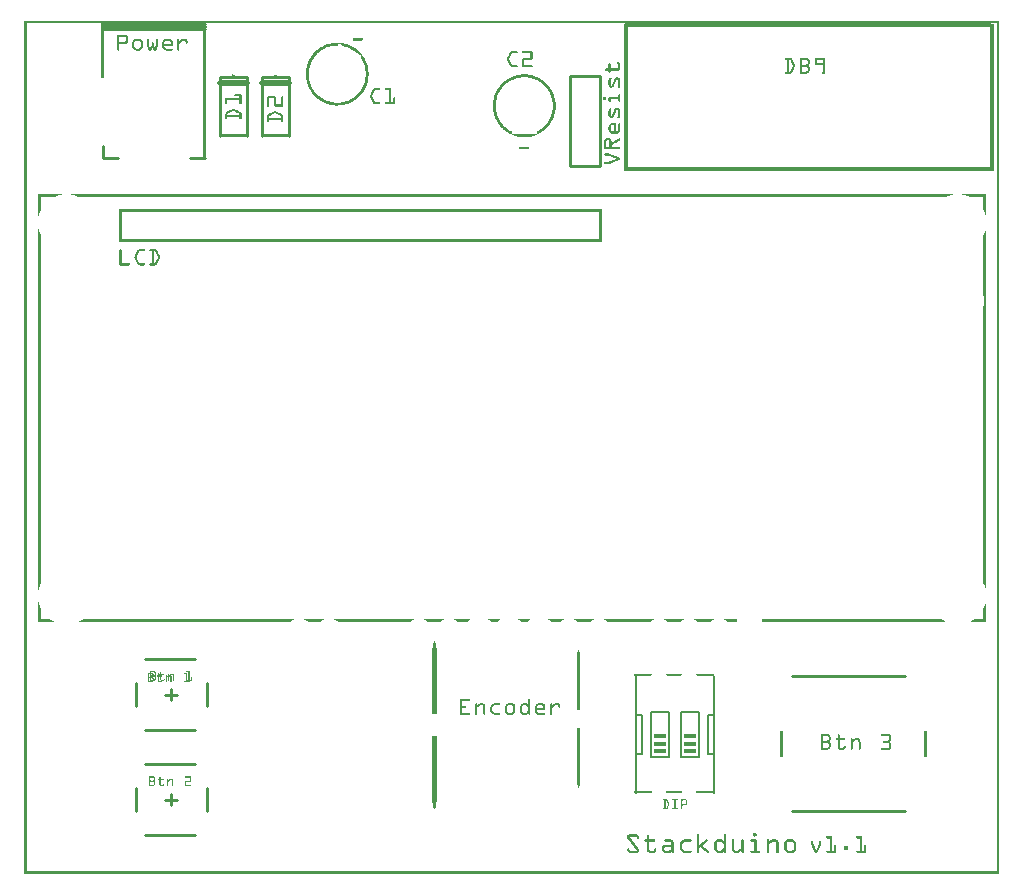
<source format=gto>
G04 MADE WITH FRITZING*
G04 WWW.FRITZING.ORG*
G04 DOUBLE SIDED*
G04 HOLES PLATED*
G04 CONTOUR ON CENTER OF CONTOUR VECTOR*
%ASAXBY*%
%FSLAX23Y23*%
%MOIN*%
%OFA0B0*%
%SFA1.0B1.0*%
%ADD10R,0.040000X0.015000*%
%ADD11R,1.234080X0.017667*%
%ADD12R,1.222890X0.017667*%
%ADD13R,0.017667X0.491000*%
%ADD14C,0.010000*%
%ADD15C,0.008000*%
%ADD16C,0.020000*%
%ADD17R,0.001000X0.001000*%
%LNSILK1*%
G90*
G70*
G54D10*
X2217Y460D03*
X2217Y435D03*
X2217Y410D03*
X2117Y460D03*
X2117Y435D03*
X2117Y410D03*
G54D11*
X2615Y2352D03*
G54D12*
X2613Y2829D03*
G54D13*
X3224Y2589D03*
X2006Y2589D03*
G54D14*
X602Y2388D02*
X552Y2388D01*
D02*
X262Y2428D02*
X262Y2388D01*
D02*
X262Y2388D02*
X312Y2388D01*
D02*
X262Y2818D02*
X602Y2818D01*
D02*
X262Y2823D02*
X602Y2823D01*
D02*
X262Y2828D02*
X602Y2828D01*
D02*
X262Y2833D02*
X602Y2833D01*
G54D15*
D02*
X2037Y662D02*
X2037Y532D01*
D02*
X2037Y402D02*
X2057Y402D01*
D02*
X2057Y402D02*
X2057Y532D01*
D02*
X2057Y532D02*
X2037Y532D01*
D02*
X2037Y402D02*
X2037Y272D01*
D02*
X2037Y532D02*
X2037Y402D01*
D02*
X2297Y272D02*
X2297Y402D01*
D02*
X2297Y532D02*
X2277Y532D01*
D02*
X2277Y532D02*
X2277Y402D01*
D02*
X2277Y402D02*
X2297Y402D01*
D02*
X2297Y532D02*
X2297Y662D01*
D02*
X2297Y402D02*
X2297Y532D01*
D02*
X2187Y542D02*
X2187Y392D01*
D02*
X2187Y542D02*
X2247Y542D01*
D02*
X2247Y392D02*
X2247Y542D01*
D02*
X2247Y392D02*
X2187Y392D01*
D02*
X2087Y542D02*
X2087Y392D01*
D02*
X2087Y542D02*
X2147Y542D01*
D02*
X2147Y392D02*
X2147Y542D01*
D02*
X2147Y392D02*
X2087Y392D01*
G54D14*
D02*
X2559Y661D02*
X2936Y661D01*
D02*
X2559Y211D02*
X2936Y211D01*
D02*
X743Y2656D02*
X743Y2461D01*
D02*
X653Y2461D02*
X653Y2656D01*
D02*
X653Y2656D02*
X743Y2656D01*
G54D16*
D02*
X653Y2636D02*
X743Y2636D01*
G54D14*
D02*
X882Y2656D02*
X882Y2461D01*
D02*
X792Y2461D02*
X792Y2656D01*
D02*
X792Y2656D02*
X882Y2656D01*
G54D16*
D02*
X792Y2636D02*
X882Y2636D01*
G54D14*
D02*
X1817Y2660D02*
X1817Y2360D01*
D02*
X1817Y2360D02*
X1917Y2360D01*
D02*
X1917Y2360D02*
X1917Y2660D01*
D02*
X1917Y2660D02*
X1817Y2660D01*
D02*
X371Y209D02*
X371Y288D01*
D02*
X567Y130D02*
X400Y130D01*
D02*
X567Y367D02*
X400Y367D01*
D02*
X607Y209D02*
X607Y288D01*
D02*
X489Y229D02*
X489Y268D01*
D02*
X469Y248D02*
X508Y248D01*
D02*
X371Y559D02*
X371Y638D01*
D02*
X567Y480D02*
X400Y480D01*
D02*
X567Y717D02*
X400Y717D01*
D02*
X607Y559D02*
X607Y638D01*
D02*
X489Y579D02*
X489Y618D01*
D02*
X469Y598D02*
X508Y598D01*
G54D17*
X0Y2843D02*
X3249Y2843D01*
X0Y2842D02*
X3249Y2842D01*
X0Y2841D02*
X3249Y2841D01*
X0Y2840D02*
X3249Y2840D01*
X0Y2839D02*
X3249Y2839D01*
X0Y2838D02*
X3249Y2838D01*
X0Y2837D02*
X3249Y2837D01*
X0Y2836D02*
X3249Y2836D01*
X0Y2835D02*
X7Y2835D01*
X256Y2835D02*
X605Y2835D01*
X3242Y2835D02*
X3249Y2835D01*
X0Y2834D02*
X7Y2834D01*
X256Y2834D02*
X605Y2834D01*
X3242Y2834D02*
X3249Y2834D01*
X0Y2833D02*
X7Y2833D01*
X256Y2833D02*
X265Y2833D01*
X596Y2833D02*
X605Y2833D01*
X3242Y2833D02*
X3249Y2833D01*
X0Y2832D02*
X7Y2832D01*
X256Y2832D02*
X265Y2832D01*
X596Y2832D02*
X605Y2832D01*
X3242Y2832D02*
X3249Y2832D01*
X0Y2831D02*
X7Y2831D01*
X256Y2831D02*
X265Y2831D01*
X596Y2831D02*
X605Y2831D01*
X3242Y2831D02*
X3249Y2831D01*
X0Y2830D02*
X7Y2830D01*
X256Y2830D02*
X265Y2830D01*
X596Y2830D02*
X605Y2830D01*
X3242Y2830D02*
X3249Y2830D01*
X0Y2829D02*
X7Y2829D01*
X256Y2829D02*
X265Y2829D01*
X596Y2829D02*
X605Y2829D01*
X3242Y2829D02*
X3249Y2829D01*
X0Y2828D02*
X7Y2828D01*
X256Y2828D02*
X265Y2828D01*
X596Y2828D02*
X605Y2828D01*
X3242Y2828D02*
X3249Y2828D01*
X0Y2827D02*
X7Y2827D01*
X256Y2827D02*
X265Y2827D01*
X596Y2827D02*
X605Y2827D01*
X3242Y2827D02*
X3249Y2827D01*
X0Y2826D02*
X7Y2826D01*
X256Y2826D02*
X265Y2826D01*
X596Y2826D02*
X605Y2826D01*
X3242Y2826D02*
X3249Y2826D01*
X0Y2825D02*
X7Y2825D01*
X256Y2825D02*
X265Y2825D01*
X596Y2825D02*
X605Y2825D01*
X3242Y2825D02*
X3249Y2825D01*
X0Y2824D02*
X7Y2824D01*
X256Y2824D02*
X265Y2824D01*
X596Y2824D02*
X605Y2824D01*
X3242Y2824D02*
X3249Y2824D01*
X0Y2823D02*
X7Y2823D01*
X256Y2823D02*
X265Y2823D01*
X596Y2823D02*
X605Y2823D01*
X3242Y2823D02*
X3249Y2823D01*
X0Y2822D02*
X7Y2822D01*
X256Y2822D02*
X265Y2822D01*
X596Y2822D02*
X605Y2822D01*
X3242Y2822D02*
X3249Y2822D01*
X0Y2821D02*
X7Y2821D01*
X256Y2821D02*
X265Y2821D01*
X596Y2821D02*
X605Y2821D01*
X3242Y2821D02*
X3249Y2821D01*
X0Y2820D02*
X7Y2820D01*
X256Y2820D02*
X265Y2820D01*
X596Y2820D02*
X605Y2820D01*
X3242Y2820D02*
X3249Y2820D01*
X0Y2819D02*
X7Y2819D01*
X256Y2819D02*
X265Y2819D01*
X596Y2819D02*
X605Y2819D01*
X3242Y2819D02*
X3249Y2819D01*
X0Y2818D02*
X7Y2818D01*
X256Y2818D02*
X265Y2818D01*
X596Y2818D02*
X605Y2818D01*
X3242Y2818D02*
X3249Y2818D01*
X0Y2817D02*
X7Y2817D01*
X256Y2817D02*
X265Y2817D01*
X596Y2817D02*
X605Y2817D01*
X3242Y2817D02*
X3249Y2817D01*
X0Y2816D02*
X7Y2816D01*
X256Y2816D02*
X265Y2816D01*
X596Y2816D02*
X605Y2816D01*
X3242Y2816D02*
X3249Y2816D01*
X0Y2815D02*
X7Y2815D01*
X256Y2815D02*
X265Y2815D01*
X596Y2815D02*
X605Y2815D01*
X3242Y2815D02*
X3249Y2815D01*
X0Y2814D02*
X7Y2814D01*
X256Y2814D02*
X265Y2814D01*
X596Y2814D02*
X605Y2814D01*
X3242Y2814D02*
X3249Y2814D01*
X0Y2813D02*
X7Y2813D01*
X256Y2813D02*
X265Y2813D01*
X596Y2813D02*
X605Y2813D01*
X3242Y2813D02*
X3249Y2813D01*
X0Y2812D02*
X7Y2812D01*
X256Y2812D02*
X265Y2812D01*
X596Y2812D02*
X605Y2812D01*
X3242Y2812D02*
X3249Y2812D01*
X0Y2811D02*
X7Y2811D01*
X256Y2811D02*
X265Y2811D01*
X596Y2811D02*
X605Y2811D01*
X3242Y2811D02*
X3249Y2811D01*
X0Y2810D02*
X7Y2810D01*
X256Y2810D02*
X265Y2810D01*
X596Y2810D02*
X605Y2810D01*
X3242Y2810D02*
X3249Y2810D01*
X0Y2809D02*
X7Y2809D01*
X256Y2809D02*
X265Y2809D01*
X596Y2809D02*
X605Y2809D01*
X3242Y2809D02*
X3249Y2809D01*
X0Y2808D02*
X7Y2808D01*
X256Y2808D02*
X265Y2808D01*
X596Y2808D02*
X605Y2808D01*
X3242Y2808D02*
X3249Y2808D01*
X0Y2807D02*
X7Y2807D01*
X256Y2807D02*
X265Y2807D01*
X596Y2807D02*
X605Y2807D01*
X3242Y2807D02*
X3249Y2807D01*
X0Y2806D02*
X7Y2806D01*
X256Y2806D02*
X265Y2806D01*
X596Y2806D02*
X605Y2806D01*
X3242Y2806D02*
X3249Y2806D01*
X0Y2805D02*
X7Y2805D01*
X256Y2805D02*
X265Y2805D01*
X596Y2805D02*
X605Y2805D01*
X3242Y2805D02*
X3249Y2805D01*
X0Y2804D02*
X7Y2804D01*
X256Y2804D02*
X265Y2804D01*
X596Y2804D02*
X605Y2804D01*
X3242Y2804D02*
X3249Y2804D01*
X0Y2803D02*
X7Y2803D01*
X256Y2803D02*
X265Y2803D01*
X596Y2803D02*
X605Y2803D01*
X3242Y2803D02*
X3249Y2803D01*
X0Y2802D02*
X7Y2802D01*
X256Y2802D02*
X265Y2802D01*
X596Y2802D02*
X605Y2802D01*
X3242Y2802D02*
X3249Y2802D01*
X0Y2801D02*
X7Y2801D01*
X256Y2801D02*
X265Y2801D01*
X596Y2801D02*
X605Y2801D01*
X3242Y2801D02*
X3249Y2801D01*
X0Y2800D02*
X7Y2800D01*
X256Y2800D02*
X265Y2800D01*
X596Y2800D02*
X605Y2800D01*
X3242Y2800D02*
X3249Y2800D01*
X0Y2799D02*
X7Y2799D01*
X256Y2799D02*
X265Y2799D01*
X596Y2799D02*
X605Y2799D01*
X3242Y2799D02*
X3249Y2799D01*
X0Y2798D02*
X7Y2798D01*
X256Y2798D02*
X265Y2798D01*
X310Y2798D02*
X338Y2798D01*
X596Y2798D02*
X605Y2798D01*
X3242Y2798D02*
X3249Y2798D01*
X0Y2797D02*
X7Y2797D01*
X256Y2797D02*
X265Y2797D01*
X310Y2797D02*
X339Y2797D01*
X596Y2797D02*
X605Y2797D01*
X3242Y2797D02*
X3249Y2797D01*
X0Y2796D02*
X7Y2796D01*
X256Y2796D02*
X265Y2796D01*
X310Y2796D02*
X340Y2796D01*
X596Y2796D02*
X605Y2796D01*
X3242Y2796D02*
X3249Y2796D01*
X0Y2795D02*
X7Y2795D01*
X256Y2795D02*
X265Y2795D01*
X310Y2795D02*
X341Y2795D01*
X596Y2795D02*
X605Y2795D01*
X3242Y2795D02*
X3249Y2795D01*
X0Y2794D02*
X7Y2794D01*
X256Y2794D02*
X265Y2794D01*
X310Y2794D02*
X342Y2794D01*
X596Y2794D02*
X605Y2794D01*
X3242Y2794D02*
X3249Y2794D01*
X0Y2793D02*
X7Y2793D01*
X256Y2793D02*
X265Y2793D01*
X310Y2793D02*
X343Y2793D01*
X596Y2793D02*
X605Y2793D01*
X3242Y2793D02*
X3249Y2793D01*
X0Y2792D02*
X7Y2792D01*
X256Y2792D02*
X265Y2792D01*
X310Y2792D02*
X343Y2792D01*
X596Y2792D02*
X605Y2792D01*
X3242Y2792D02*
X3249Y2792D01*
X0Y2791D02*
X7Y2791D01*
X256Y2791D02*
X265Y2791D01*
X310Y2791D02*
X316Y2791D01*
X336Y2791D02*
X343Y2791D01*
X596Y2791D02*
X605Y2791D01*
X3242Y2791D02*
X3249Y2791D01*
X0Y2790D02*
X7Y2790D01*
X256Y2790D02*
X265Y2790D01*
X310Y2790D02*
X316Y2790D01*
X337Y2790D02*
X344Y2790D01*
X596Y2790D02*
X605Y2790D01*
X3242Y2790D02*
X3249Y2790D01*
X0Y2789D02*
X7Y2789D01*
X256Y2789D02*
X265Y2789D01*
X310Y2789D02*
X316Y2789D01*
X338Y2789D02*
X344Y2789D01*
X596Y2789D02*
X605Y2789D01*
X3242Y2789D02*
X3249Y2789D01*
X0Y2788D02*
X7Y2788D01*
X256Y2788D02*
X265Y2788D01*
X310Y2788D02*
X316Y2788D01*
X338Y2788D02*
X344Y2788D01*
X596Y2788D02*
X605Y2788D01*
X1096Y2788D02*
X1124Y2788D01*
X3242Y2788D02*
X3249Y2788D01*
X0Y2787D02*
X7Y2787D01*
X256Y2787D02*
X265Y2787D01*
X310Y2787D02*
X316Y2787D01*
X338Y2787D02*
X344Y2787D01*
X596Y2787D02*
X605Y2787D01*
X1095Y2787D02*
X1126Y2787D01*
X3242Y2787D02*
X3249Y2787D01*
X0Y2786D02*
X7Y2786D01*
X256Y2786D02*
X265Y2786D01*
X310Y2786D02*
X316Y2786D01*
X338Y2786D02*
X344Y2786D01*
X596Y2786D02*
X605Y2786D01*
X1095Y2786D02*
X1126Y2786D01*
X3242Y2786D02*
X3249Y2786D01*
X0Y2785D02*
X7Y2785D01*
X256Y2785D02*
X265Y2785D01*
X310Y2785D02*
X316Y2785D01*
X338Y2785D02*
X344Y2785D01*
X596Y2785D02*
X605Y2785D01*
X1094Y2785D02*
X1127Y2785D01*
X3242Y2785D02*
X3249Y2785D01*
X0Y2784D02*
X7Y2784D01*
X256Y2784D02*
X265Y2784D01*
X310Y2784D02*
X316Y2784D01*
X338Y2784D02*
X344Y2784D01*
X371Y2784D02*
X383Y2784D01*
X412Y2784D02*
X413Y2784D01*
X440Y2784D02*
X442Y2784D01*
X471Y2784D02*
X483Y2784D01*
X512Y2784D02*
X514Y2784D01*
X526Y2784D02*
X535Y2784D01*
X596Y2784D02*
X605Y2784D01*
X1094Y2784D02*
X1127Y2784D01*
X3242Y2784D02*
X3249Y2784D01*
X0Y2783D02*
X7Y2783D01*
X256Y2783D02*
X265Y2783D01*
X310Y2783D02*
X316Y2783D01*
X338Y2783D02*
X344Y2783D01*
X368Y2783D02*
X386Y2783D01*
X410Y2783D02*
X414Y2783D01*
X439Y2783D02*
X443Y2783D01*
X468Y2783D02*
X486Y2783D01*
X511Y2783D02*
X515Y2783D01*
X524Y2783D02*
X538Y2783D01*
X596Y2783D02*
X605Y2783D01*
X1094Y2783D02*
X1127Y2783D01*
X3242Y2783D02*
X3249Y2783D01*
X0Y2782D02*
X7Y2782D01*
X256Y2782D02*
X265Y2782D01*
X310Y2782D02*
X316Y2782D01*
X338Y2782D02*
X344Y2782D01*
X367Y2782D02*
X387Y2782D01*
X410Y2782D02*
X415Y2782D01*
X439Y2782D02*
X444Y2782D01*
X466Y2782D02*
X487Y2782D01*
X510Y2782D02*
X516Y2782D01*
X523Y2782D02*
X540Y2782D01*
X596Y2782D02*
X605Y2782D01*
X1094Y2782D02*
X1127Y2782D01*
X3242Y2782D02*
X3249Y2782D01*
X0Y2781D02*
X7Y2781D01*
X256Y2781D02*
X265Y2781D01*
X310Y2781D02*
X316Y2781D01*
X338Y2781D02*
X344Y2781D01*
X365Y2781D02*
X388Y2781D01*
X409Y2781D02*
X415Y2781D01*
X438Y2781D02*
X444Y2781D01*
X465Y2781D02*
X488Y2781D01*
X510Y2781D02*
X516Y2781D01*
X522Y2781D02*
X541Y2781D01*
X596Y2781D02*
X605Y2781D01*
X1095Y2781D02*
X1126Y2781D01*
X3242Y2781D02*
X3249Y2781D01*
X0Y2780D02*
X7Y2780D01*
X256Y2780D02*
X265Y2780D01*
X310Y2780D02*
X316Y2780D01*
X338Y2780D02*
X344Y2780D01*
X364Y2780D02*
X389Y2780D01*
X409Y2780D02*
X415Y2780D01*
X438Y2780D02*
X444Y2780D01*
X464Y2780D02*
X489Y2780D01*
X510Y2780D02*
X516Y2780D01*
X521Y2780D02*
X542Y2780D01*
X596Y2780D02*
X605Y2780D01*
X1095Y2780D02*
X1126Y2780D01*
X3242Y2780D02*
X3249Y2780D01*
X0Y2779D02*
X7Y2779D01*
X256Y2779D02*
X265Y2779D01*
X310Y2779D02*
X316Y2779D01*
X338Y2779D02*
X344Y2779D01*
X363Y2779D02*
X391Y2779D01*
X409Y2779D02*
X415Y2779D01*
X438Y2779D02*
X444Y2779D01*
X463Y2779D02*
X491Y2779D01*
X510Y2779D02*
X516Y2779D01*
X520Y2779D02*
X542Y2779D01*
X596Y2779D02*
X605Y2779D01*
X1096Y2779D02*
X1125Y2779D01*
X3242Y2779D02*
X3249Y2779D01*
X0Y2778D02*
X7Y2778D01*
X256Y2778D02*
X265Y2778D01*
X310Y2778D02*
X316Y2778D01*
X338Y2778D02*
X344Y2778D01*
X362Y2778D02*
X391Y2778D01*
X409Y2778D02*
X415Y2778D01*
X438Y2778D02*
X444Y2778D01*
X462Y2778D02*
X491Y2778D01*
X510Y2778D02*
X516Y2778D01*
X519Y2778D02*
X543Y2778D01*
X596Y2778D02*
X605Y2778D01*
X3242Y2778D02*
X3249Y2778D01*
X0Y2777D02*
X7Y2777D01*
X256Y2777D02*
X265Y2777D01*
X310Y2777D02*
X316Y2777D01*
X338Y2777D02*
X344Y2777D01*
X362Y2777D02*
X371Y2777D01*
X383Y2777D02*
X392Y2777D01*
X409Y2777D02*
X415Y2777D01*
X438Y2777D02*
X444Y2777D01*
X462Y2777D02*
X471Y2777D01*
X483Y2777D02*
X492Y2777D01*
X510Y2777D02*
X527Y2777D01*
X535Y2777D02*
X543Y2777D01*
X596Y2777D02*
X605Y2777D01*
X3242Y2777D02*
X3249Y2777D01*
X0Y2776D02*
X7Y2776D01*
X256Y2776D02*
X265Y2776D01*
X310Y2776D02*
X316Y2776D01*
X338Y2776D02*
X344Y2776D01*
X361Y2776D02*
X369Y2776D01*
X385Y2776D02*
X393Y2776D01*
X409Y2776D02*
X415Y2776D01*
X438Y2776D02*
X444Y2776D01*
X461Y2776D02*
X469Y2776D01*
X485Y2776D02*
X493Y2776D01*
X510Y2776D02*
X526Y2776D01*
X537Y2776D02*
X543Y2776D01*
X596Y2776D02*
X605Y2776D01*
X3242Y2776D02*
X3249Y2776D01*
X0Y2775D02*
X7Y2775D01*
X256Y2775D02*
X265Y2775D01*
X310Y2775D02*
X316Y2775D01*
X337Y2775D02*
X344Y2775D01*
X361Y2775D02*
X368Y2775D01*
X386Y2775D02*
X393Y2775D01*
X409Y2775D02*
X415Y2775D01*
X438Y2775D02*
X444Y2775D01*
X461Y2775D02*
X468Y2775D01*
X486Y2775D02*
X493Y2775D01*
X510Y2775D02*
X525Y2775D01*
X537Y2775D02*
X544Y2775D01*
X596Y2775D02*
X605Y2775D01*
X3242Y2775D02*
X3249Y2775D01*
X0Y2774D02*
X7Y2774D01*
X256Y2774D02*
X265Y2774D01*
X310Y2774D02*
X316Y2774D01*
X337Y2774D02*
X343Y2774D01*
X360Y2774D02*
X367Y2774D01*
X387Y2774D02*
X393Y2774D01*
X409Y2774D02*
X416Y2774D01*
X438Y2774D02*
X444Y2774D01*
X460Y2774D02*
X467Y2774D01*
X487Y2774D02*
X493Y2774D01*
X510Y2774D02*
X524Y2774D01*
X538Y2774D02*
X544Y2774D01*
X596Y2774D02*
X605Y2774D01*
X3242Y2774D02*
X3249Y2774D01*
X0Y2773D02*
X7Y2773D01*
X256Y2773D02*
X265Y2773D01*
X310Y2773D02*
X316Y2773D01*
X336Y2773D02*
X343Y2773D01*
X360Y2773D02*
X366Y2773D01*
X387Y2773D02*
X394Y2773D01*
X410Y2773D02*
X416Y2773D01*
X438Y2773D02*
X444Y2773D01*
X460Y2773D02*
X466Y2773D01*
X487Y2773D02*
X494Y2773D01*
X510Y2773D02*
X523Y2773D01*
X538Y2773D02*
X544Y2773D01*
X596Y2773D02*
X605Y2773D01*
X3242Y2773D02*
X3249Y2773D01*
X0Y2772D02*
X7Y2772D01*
X256Y2772D02*
X265Y2772D01*
X310Y2772D02*
X343Y2772D01*
X360Y2772D02*
X366Y2772D01*
X388Y2772D02*
X394Y2772D01*
X410Y2772D02*
X416Y2772D01*
X426Y2772D02*
X428Y2772D01*
X438Y2772D02*
X444Y2772D01*
X460Y2772D02*
X466Y2772D01*
X488Y2772D02*
X494Y2772D01*
X510Y2772D02*
X521Y2772D01*
X538Y2772D02*
X544Y2772D01*
X596Y2772D02*
X605Y2772D01*
X3242Y2772D02*
X3249Y2772D01*
X0Y2771D02*
X7Y2771D01*
X256Y2771D02*
X265Y2771D01*
X310Y2771D02*
X342Y2771D01*
X360Y2771D02*
X366Y2771D01*
X388Y2771D02*
X394Y2771D01*
X410Y2771D02*
X416Y2771D01*
X424Y2771D02*
X429Y2771D01*
X438Y2771D02*
X444Y2771D01*
X460Y2771D02*
X466Y2771D01*
X488Y2771D02*
X494Y2771D01*
X510Y2771D02*
X520Y2771D01*
X538Y2771D02*
X543Y2771D01*
X596Y2771D02*
X605Y2771D01*
X1036Y2771D02*
X1051Y2771D01*
X3242Y2771D02*
X3249Y2771D01*
X0Y2770D02*
X7Y2770D01*
X256Y2770D02*
X265Y2770D01*
X310Y2770D02*
X342Y2770D01*
X360Y2770D02*
X366Y2770D01*
X388Y2770D02*
X394Y2770D01*
X410Y2770D02*
X416Y2770D01*
X424Y2770D02*
X430Y2770D01*
X438Y2770D02*
X444Y2770D01*
X460Y2770D02*
X466Y2770D01*
X488Y2770D02*
X494Y2770D01*
X510Y2770D02*
X519Y2770D01*
X538Y2770D02*
X543Y2770D01*
X596Y2770D02*
X605Y2770D01*
X1027Y2770D02*
X1059Y2770D01*
X3242Y2770D02*
X3249Y2770D01*
X0Y2769D02*
X7Y2769D01*
X256Y2769D02*
X265Y2769D01*
X310Y2769D02*
X341Y2769D01*
X360Y2769D02*
X366Y2769D01*
X388Y2769D02*
X394Y2769D01*
X410Y2769D02*
X416Y2769D01*
X424Y2769D02*
X430Y2769D01*
X438Y2769D02*
X444Y2769D01*
X460Y2769D02*
X466Y2769D01*
X488Y2769D02*
X494Y2769D01*
X510Y2769D02*
X518Y2769D01*
X539Y2769D02*
X542Y2769D01*
X596Y2769D02*
X605Y2769D01*
X1022Y2769D02*
X1064Y2769D01*
X3242Y2769D02*
X3249Y2769D01*
X0Y2768D02*
X7Y2768D01*
X256Y2768D02*
X265Y2768D01*
X310Y2768D02*
X340Y2768D01*
X360Y2768D02*
X366Y2768D01*
X388Y2768D02*
X394Y2768D01*
X410Y2768D02*
X416Y2768D01*
X424Y2768D02*
X430Y2768D01*
X438Y2768D02*
X444Y2768D01*
X460Y2768D02*
X466Y2768D01*
X488Y2768D02*
X494Y2768D01*
X510Y2768D02*
X517Y2768D01*
X596Y2768D02*
X605Y2768D01*
X1017Y2768D02*
X1069Y2768D01*
X3242Y2768D02*
X3249Y2768D01*
X0Y2767D02*
X7Y2767D01*
X256Y2767D02*
X265Y2767D01*
X310Y2767D02*
X339Y2767D01*
X360Y2767D02*
X366Y2767D01*
X388Y2767D02*
X394Y2767D01*
X410Y2767D02*
X416Y2767D01*
X424Y2767D02*
X430Y2767D01*
X438Y2767D02*
X444Y2767D01*
X460Y2767D02*
X466Y2767D01*
X488Y2767D02*
X494Y2767D01*
X510Y2767D02*
X516Y2767D01*
X596Y2767D02*
X605Y2767D01*
X1014Y2767D02*
X1047Y2767D01*
X1051Y2767D02*
X1072Y2767D01*
X3242Y2767D02*
X3249Y2767D01*
X0Y2766D02*
X7Y2766D01*
X256Y2766D02*
X265Y2766D01*
X310Y2766D02*
X337Y2766D01*
X360Y2766D02*
X366Y2766D01*
X388Y2766D02*
X394Y2766D01*
X410Y2766D02*
X416Y2766D01*
X424Y2766D02*
X430Y2766D01*
X438Y2766D02*
X444Y2766D01*
X460Y2766D02*
X494Y2766D01*
X510Y2766D02*
X516Y2766D01*
X596Y2766D02*
X605Y2766D01*
X1010Y2766D02*
X1047Y2766D01*
X1053Y2766D02*
X1076Y2766D01*
X3242Y2766D02*
X3249Y2766D01*
X0Y2765D02*
X7Y2765D01*
X256Y2765D02*
X265Y2765D01*
X310Y2765D02*
X316Y2765D01*
X360Y2765D02*
X366Y2765D01*
X388Y2765D02*
X394Y2765D01*
X410Y2765D02*
X416Y2765D01*
X424Y2765D02*
X430Y2765D01*
X438Y2765D02*
X444Y2765D01*
X460Y2765D02*
X494Y2765D01*
X510Y2765D02*
X516Y2765D01*
X596Y2765D02*
X605Y2765D01*
X1007Y2765D02*
X1046Y2765D01*
X1055Y2765D02*
X1078Y2765D01*
X3242Y2765D02*
X3249Y2765D01*
X0Y2764D02*
X7Y2764D01*
X256Y2764D02*
X265Y2764D01*
X310Y2764D02*
X316Y2764D01*
X360Y2764D02*
X366Y2764D01*
X388Y2764D02*
X394Y2764D01*
X410Y2764D02*
X416Y2764D01*
X424Y2764D02*
X430Y2764D01*
X438Y2764D02*
X444Y2764D01*
X460Y2764D02*
X494Y2764D01*
X510Y2764D02*
X516Y2764D01*
X596Y2764D02*
X605Y2764D01*
X1005Y2764D02*
X1046Y2764D01*
X1057Y2764D02*
X1081Y2764D01*
X3242Y2764D02*
X3249Y2764D01*
X0Y2763D02*
X7Y2763D01*
X256Y2763D02*
X265Y2763D01*
X310Y2763D02*
X316Y2763D01*
X360Y2763D02*
X366Y2763D01*
X388Y2763D02*
X394Y2763D01*
X410Y2763D02*
X416Y2763D01*
X424Y2763D02*
X430Y2763D01*
X438Y2763D02*
X444Y2763D01*
X460Y2763D02*
X494Y2763D01*
X510Y2763D02*
X516Y2763D01*
X596Y2763D02*
X605Y2763D01*
X1002Y2763D02*
X1045Y2763D01*
X1059Y2763D02*
X1083Y2763D01*
X3242Y2763D02*
X3249Y2763D01*
X0Y2762D02*
X7Y2762D01*
X256Y2762D02*
X265Y2762D01*
X310Y2762D02*
X316Y2762D01*
X360Y2762D02*
X366Y2762D01*
X388Y2762D02*
X394Y2762D01*
X410Y2762D02*
X416Y2762D01*
X424Y2762D02*
X430Y2762D01*
X438Y2762D02*
X444Y2762D01*
X460Y2762D02*
X493Y2762D01*
X510Y2762D02*
X516Y2762D01*
X596Y2762D02*
X605Y2762D01*
X1000Y2762D02*
X1045Y2762D01*
X1060Y2762D02*
X1086Y2762D01*
X3242Y2762D02*
X3249Y2762D01*
X0Y2761D02*
X7Y2761D01*
X256Y2761D02*
X265Y2761D01*
X310Y2761D02*
X316Y2761D01*
X360Y2761D02*
X366Y2761D01*
X388Y2761D02*
X394Y2761D01*
X410Y2761D02*
X416Y2761D01*
X424Y2761D02*
X430Y2761D01*
X438Y2761D02*
X444Y2761D01*
X460Y2761D02*
X493Y2761D01*
X510Y2761D02*
X516Y2761D01*
X596Y2761D02*
X605Y2761D01*
X998Y2761D02*
X1029Y2761D01*
X1062Y2761D02*
X1088Y2761D01*
X3242Y2761D02*
X3249Y2761D01*
X0Y2760D02*
X7Y2760D01*
X256Y2760D02*
X265Y2760D01*
X310Y2760D02*
X316Y2760D01*
X360Y2760D02*
X366Y2760D01*
X388Y2760D02*
X394Y2760D01*
X410Y2760D02*
X416Y2760D01*
X423Y2760D02*
X430Y2760D01*
X437Y2760D02*
X444Y2760D01*
X460Y2760D02*
X492Y2760D01*
X510Y2760D02*
X516Y2760D01*
X596Y2760D02*
X605Y2760D01*
X996Y2760D02*
X1023Y2760D01*
X1064Y2760D02*
X1090Y2760D01*
X3242Y2760D02*
X3249Y2760D01*
X0Y2759D02*
X7Y2759D01*
X256Y2759D02*
X265Y2759D01*
X310Y2759D02*
X316Y2759D01*
X360Y2759D02*
X366Y2759D01*
X388Y2759D02*
X394Y2759D01*
X410Y2759D02*
X416Y2759D01*
X423Y2759D02*
X431Y2759D01*
X437Y2759D02*
X443Y2759D01*
X460Y2759D02*
X466Y2759D01*
X510Y2759D02*
X516Y2759D01*
X596Y2759D02*
X605Y2759D01*
X994Y2759D02*
X1019Y2759D01*
X1066Y2759D02*
X1092Y2759D01*
X3242Y2759D02*
X3249Y2759D01*
X0Y2758D02*
X7Y2758D01*
X256Y2758D02*
X265Y2758D01*
X310Y2758D02*
X316Y2758D01*
X360Y2758D02*
X366Y2758D01*
X388Y2758D02*
X394Y2758D01*
X411Y2758D02*
X417Y2758D01*
X422Y2758D02*
X432Y2758D01*
X437Y2758D02*
X443Y2758D01*
X460Y2758D02*
X466Y2758D01*
X510Y2758D02*
X516Y2758D01*
X596Y2758D02*
X605Y2758D01*
X992Y2758D02*
X1015Y2758D01*
X1069Y2758D02*
X1093Y2758D01*
X3242Y2758D02*
X3249Y2758D01*
X0Y2757D02*
X7Y2757D01*
X256Y2757D02*
X265Y2757D01*
X310Y2757D02*
X316Y2757D01*
X360Y2757D02*
X366Y2757D01*
X388Y2757D02*
X394Y2757D01*
X411Y2757D02*
X417Y2757D01*
X421Y2757D02*
X432Y2757D01*
X437Y2757D02*
X443Y2757D01*
X460Y2757D02*
X466Y2757D01*
X510Y2757D02*
X516Y2757D01*
X596Y2757D02*
X605Y2757D01*
X990Y2757D02*
X1012Y2757D01*
X1072Y2757D02*
X1095Y2757D01*
X3242Y2757D02*
X3249Y2757D01*
X0Y2756D02*
X7Y2756D01*
X256Y2756D02*
X265Y2756D01*
X310Y2756D02*
X316Y2756D01*
X360Y2756D02*
X366Y2756D01*
X387Y2756D02*
X394Y2756D01*
X411Y2756D02*
X417Y2756D01*
X421Y2756D02*
X433Y2756D01*
X436Y2756D02*
X443Y2756D01*
X460Y2756D02*
X466Y2756D01*
X510Y2756D02*
X516Y2756D01*
X596Y2756D02*
X605Y2756D01*
X988Y2756D02*
X1009Y2756D01*
X1075Y2756D02*
X1097Y2756D01*
X3242Y2756D02*
X3249Y2756D01*
X0Y2755D02*
X7Y2755D01*
X256Y2755D02*
X265Y2755D01*
X310Y2755D02*
X316Y2755D01*
X360Y2755D02*
X367Y2755D01*
X387Y2755D02*
X393Y2755D01*
X411Y2755D02*
X418Y2755D01*
X420Y2755D02*
X433Y2755D01*
X436Y2755D02*
X442Y2755D01*
X460Y2755D02*
X467Y2755D01*
X510Y2755D02*
X516Y2755D01*
X596Y2755D02*
X605Y2755D01*
X987Y2755D02*
X1006Y2755D01*
X1078Y2755D02*
X1098Y2755D01*
X3242Y2755D02*
X3249Y2755D01*
X0Y2754D02*
X7Y2754D01*
X256Y2754D02*
X265Y2754D01*
X310Y2754D02*
X316Y2754D01*
X361Y2754D02*
X368Y2754D01*
X385Y2754D02*
X393Y2754D01*
X412Y2754D02*
X418Y2754D01*
X420Y2754D02*
X434Y2754D01*
X436Y2754D02*
X442Y2754D01*
X461Y2754D02*
X468Y2754D01*
X510Y2754D02*
X516Y2754D01*
X596Y2754D02*
X605Y2754D01*
X985Y2754D02*
X1004Y2754D01*
X1080Y2754D02*
X1100Y2754D01*
X3242Y2754D02*
X3249Y2754D01*
X0Y2753D02*
X7Y2753D01*
X256Y2753D02*
X265Y2753D01*
X310Y2753D02*
X316Y2753D01*
X361Y2753D02*
X369Y2753D01*
X384Y2753D02*
X393Y2753D01*
X412Y2753D02*
X442Y2753D01*
X461Y2753D02*
X469Y2753D01*
X510Y2753D02*
X516Y2753D01*
X596Y2753D02*
X605Y2753D01*
X984Y2753D02*
X1002Y2753D01*
X1082Y2753D02*
X1101Y2753D01*
X3242Y2753D02*
X3249Y2753D01*
X0Y2752D02*
X7Y2752D01*
X256Y2752D02*
X265Y2752D01*
X310Y2752D02*
X316Y2752D01*
X361Y2752D02*
X371Y2752D01*
X383Y2752D02*
X392Y2752D01*
X412Y2752D02*
X426Y2752D01*
X428Y2752D02*
X441Y2752D01*
X461Y2752D02*
X471Y2752D01*
X510Y2752D02*
X516Y2752D01*
X596Y2752D02*
X605Y2752D01*
X982Y2752D02*
X1000Y2752D01*
X1084Y2752D02*
X1103Y2752D01*
X3242Y2752D02*
X3249Y2752D01*
X0Y2751D02*
X7Y2751D01*
X256Y2751D02*
X265Y2751D01*
X310Y2751D02*
X316Y2751D01*
X362Y2751D02*
X391Y2751D01*
X413Y2751D02*
X425Y2751D01*
X429Y2751D02*
X441Y2751D01*
X462Y2751D02*
X492Y2751D01*
X510Y2751D02*
X516Y2751D01*
X596Y2751D02*
X605Y2751D01*
X981Y2751D02*
X998Y2751D01*
X1086Y2751D02*
X1104Y2751D01*
X3242Y2751D02*
X3249Y2751D01*
X0Y2750D02*
X7Y2750D01*
X256Y2750D02*
X265Y2750D01*
X310Y2750D02*
X316Y2750D01*
X363Y2750D02*
X390Y2750D01*
X413Y2750D02*
X424Y2750D01*
X429Y2750D02*
X441Y2750D01*
X463Y2750D02*
X493Y2750D01*
X510Y2750D02*
X516Y2750D01*
X596Y2750D02*
X605Y2750D01*
X980Y2750D02*
X996Y2750D01*
X1088Y2750D02*
X1106Y2750D01*
X3242Y2750D02*
X3249Y2750D01*
X0Y2749D02*
X7Y2749D01*
X256Y2749D02*
X265Y2749D01*
X310Y2749D02*
X316Y2749D01*
X364Y2749D02*
X389Y2749D01*
X413Y2749D02*
X424Y2749D01*
X430Y2749D02*
X441Y2749D01*
X464Y2749D02*
X494Y2749D01*
X510Y2749D02*
X516Y2749D01*
X596Y2749D02*
X605Y2749D01*
X978Y2749D02*
X994Y2749D01*
X1090Y2749D02*
X1107Y2749D01*
X3242Y2749D02*
X3249Y2749D01*
X0Y2748D02*
X7Y2748D01*
X256Y2748D02*
X265Y2748D01*
X310Y2748D02*
X316Y2748D01*
X365Y2748D02*
X388Y2748D01*
X413Y2748D02*
X423Y2748D01*
X430Y2748D02*
X440Y2748D01*
X465Y2748D02*
X494Y2748D01*
X510Y2748D02*
X516Y2748D01*
X596Y2748D02*
X605Y2748D01*
X977Y2748D02*
X992Y2748D01*
X1092Y2748D02*
X1108Y2748D01*
X3242Y2748D02*
X3249Y2748D01*
X0Y2747D02*
X7Y2747D01*
X256Y2747D02*
X265Y2747D01*
X310Y2747D02*
X316Y2747D01*
X367Y2747D02*
X387Y2747D01*
X414Y2747D02*
X423Y2747D01*
X431Y2747D02*
X440Y2747D01*
X466Y2747D02*
X493Y2747D01*
X510Y2747D02*
X516Y2747D01*
X596Y2747D02*
X605Y2747D01*
X976Y2747D02*
X991Y2747D01*
X1093Y2747D02*
X1109Y2747D01*
X3242Y2747D02*
X3249Y2747D01*
X0Y2746D02*
X7Y2746D01*
X256Y2746D02*
X265Y2746D01*
X311Y2746D02*
X315Y2746D01*
X368Y2746D02*
X385Y2746D01*
X414Y2746D02*
X422Y2746D01*
X432Y2746D02*
X439Y2746D01*
X468Y2746D02*
X493Y2746D01*
X511Y2746D02*
X515Y2746D01*
X596Y2746D02*
X605Y2746D01*
X975Y2746D02*
X989Y2746D01*
X1095Y2746D02*
X1110Y2746D01*
X3242Y2746D02*
X3249Y2746D01*
X0Y2745D02*
X7Y2745D01*
X256Y2745D02*
X265Y2745D01*
X312Y2745D02*
X314Y2745D01*
X371Y2745D02*
X383Y2745D01*
X416Y2745D02*
X421Y2745D01*
X433Y2745D02*
X438Y2745D01*
X471Y2745D02*
X491Y2745D01*
X512Y2745D02*
X514Y2745D01*
X596Y2745D02*
X605Y2745D01*
X973Y2745D02*
X988Y2745D01*
X1097Y2745D02*
X1112Y2745D01*
X3242Y2745D02*
X3249Y2745D01*
X0Y2744D02*
X7Y2744D01*
X256Y2744D02*
X265Y2744D01*
X596Y2744D02*
X605Y2744D01*
X972Y2744D02*
X987Y2744D01*
X1098Y2744D02*
X1113Y2744D01*
X3242Y2744D02*
X3249Y2744D01*
X0Y2743D02*
X7Y2743D01*
X256Y2743D02*
X265Y2743D01*
X596Y2743D02*
X605Y2743D01*
X971Y2743D02*
X985Y2743D01*
X1099Y2743D02*
X1114Y2743D01*
X1624Y2743D02*
X1641Y2743D01*
X1661Y2743D02*
X1689Y2743D01*
X3242Y2743D02*
X3249Y2743D01*
X0Y2742D02*
X7Y2742D01*
X256Y2742D02*
X265Y2742D01*
X596Y2742D02*
X605Y2742D01*
X970Y2742D02*
X984Y2742D01*
X1101Y2742D02*
X1115Y2742D01*
X1622Y2742D02*
X1642Y2742D01*
X1660Y2742D02*
X1690Y2742D01*
X3242Y2742D02*
X3249Y2742D01*
X0Y2741D02*
X7Y2741D01*
X256Y2741D02*
X265Y2741D01*
X596Y2741D02*
X605Y2741D01*
X969Y2741D02*
X983Y2741D01*
X1102Y2741D02*
X1116Y2741D01*
X1621Y2741D02*
X1643Y2741D01*
X1660Y2741D02*
X1691Y2741D01*
X3242Y2741D02*
X3249Y2741D01*
X0Y2740D02*
X7Y2740D01*
X256Y2740D02*
X265Y2740D01*
X596Y2740D02*
X605Y2740D01*
X968Y2740D02*
X981Y2740D01*
X1103Y2740D02*
X1117Y2740D01*
X1619Y2740D02*
X1643Y2740D01*
X1659Y2740D02*
X1692Y2740D01*
X3242Y2740D02*
X3249Y2740D01*
X0Y2739D02*
X7Y2739D01*
X256Y2739D02*
X265Y2739D01*
X596Y2739D02*
X605Y2739D01*
X967Y2739D02*
X980Y2739D01*
X1105Y2739D02*
X1118Y2739D01*
X1619Y2739D02*
X1643Y2739D01*
X1660Y2739D02*
X1693Y2739D01*
X3242Y2739D02*
X3249Y2739D01*
X0Y2738D02*
X7Y2738D01*
X256Y2738D02*
X265Y2738D01*
X596Y2738D02*
X605Y2738D01*
X966Y2738D02*
X979Y2738D01*
X1106Y2738D02*
X1119Y2738D01*
X1618Y2738D02*
X1642Y2738D01*
X1660Y2738D02*
X1693Y2738D01*
X3242Y2738D02*
X3249Y2738D01*
X0Y2737D02*
X7Y2737D01*
X256Y2737D02*
X265Y2737D01*
X596Y2737D02*
X605Y2737D01*
X965Y2737D02*
X978Y2737D01*
X1108Y2737D02*
X1120Y2737D01*
X1618Y2737D02*
X1641Y2737D01*
X1661Y2737D02*
X1693Y2737D01*
X3242Y2737D02*
X3249Y2737D01*
X0Y2736D02*
X7Y2736D01*
X256Y2736D02*
X265Y2736D01*
X596Y2736D02*
X605Y2736D01*
X964Y2736D02*
X977Y2736D01*
X1109Y2736D02*
X1120Y2736D01*
X1617Y2736D02*
X1625Y2736D01*
X1687Y2736D02*
X1693Y2736D01*
X3242Y2736D02*
X3249Y2736D01*
X0Y2735D02*
X7Y2735D01*
X256Y2735D02*
X265Y2735D01*
X596Y2735D02*
X605Y2735D01*
X963Y2735D02*
X976Y2735D01*
X1111Y2735D02*
X1121Y2735D01*
X1617Y2735D02*
X1624Y2735D01*
X1687Y2735D02*
X1693Y2735D01*
X3242Y2735D02*
X3249Y2735D01*
X0Y2734D02*
X7Y2734D01*
X256Y2734D02*
X265Y2734D01*
X596Y2734D02*
X605Y2734D01*
X963Y2734D02*
X975Y2734D01*
X1113Y2734D02*
X1122Y2734D01*
X1616Y2734D02*
X1623Y2734D01*
X1687Y2734D02*
X1693Y2734D01*
X3242Y2734D02*
X3249Y2734D01*
X0Y2733D02*
X7Y2733D01*
X256Y2733D02*
X265Y2733D01*
X596Y2733D02*
X605Y2733D01*
X962Y2733D02*
X974Y2733D01*
X1115Y2733D02*
X1123Y2733D01*
X1616Y2733D02*
X1623Y2733D01*
X1687Y2733D02*
X1693Y2733D01*
X3242Y2733D02*
X3249Y2733D01*
X0Y2732D02*
X7Y2732D01*
X256Y2732D02*
X265Y2732D01*
X596Y2732D02*
X605Y2732D01*
X961Y2732D02*
X973Y2732D01*
X1117Y2732D02*
X1124Y2732D01*
X1615Y2732D02*
X1622Y2732D01*
X1687Y2732D02*
X1693Y2732D01*
X3242Y2732D02*
X3249Y2732D01*
X0Y2731D02*
X7Y2731D01*
X256Y2731D02*
X265Y2731D01*
X596Y2731D02*
X605Y2731D01*
X960Y2731D02*
X972Y2731D01*
X1119Y2731D02*
X1125Y2731D01*
X1615Y2731D02*
X1622Y2731D01*
X1687Y2731D02*
X1693Y2731D01*
X3242Y2731D02*
X3249Y2731D01*
X0Y2730D02*
X7Y2730D01*
X256Y2730D02*
X265Y2730D01*
X596Y2730D02*
X605Y2730D01*
X959Y2730D02*
X971Y2730D01*
X1121Y2730D02*
X1125Y2730D01*
X1614Y2730D02*
X1621Y2730D01*
X1687Y2730D02*
X1693Y2730D01*
X3242Y2730D02*
X3249Y2730D01*
X0Y2729D02*
X7Y2729D01*
X256Y2729D02*
X265Y2729D01*
X596Y2729D02*
X605Y2729D01*
X959Y2729D02*
X970Y2729D01*
X1123Y2729D02*
X1126Y2729D01*
X1614Y2729D02*
X1621Y2729D01*
X1687Y2729D02*
X1693Y2729D01*
X3242Y2729D02*
X3249Y2729D01*
X0Y2728D02*
X7Y2728D01*
X256Y2728D02*
X265Y2728D01*
X596Y2728D02*
X605Y2728D01*
X958Y2728D02*
X969Y2728D01*
X1124Y2728D02*
X1127Y2728D01*
X1613Y2728D02*
X1620Y2728D01*
X1687Y2728D02*
X1693Y2728D01*
X3242Y2728D02*
X3249Y2728D01*
X0Y2727D02*
X7Y2727D01*
X256Y2727D02*
X265Y2727D01*
X596Y2727D02*
X605Y2727D01*
X957Y2727D02*
X969Y2727D01*
X1123Y2727D02*
X1127Y2727D01*
X1613Y2727D02*
X1620Y2727D01*
X1687Y2727D02*
X1693Y2727D01*
X3242Y2727D02*
X3249Y2727D01*
X0Y2726D02*
X7Y2726D01*
X256Y2726D02*
X265Y2726D01*
X596Y2726D02*
X605Y2726D01*
X956Y2726D02*
X968Y2726D01*
X1123Y2726D02*
X1128Y2726D01*
X1612Y2726D02*
X1619Y2726D01*
X1687Y2726D02*
X1693Y2726D01*
X3242Y2726D02*
X3249Y2726D01*
X0Y2725D02*
X7Y2725D01*
X256Y2725D02*
X265Y2725D01*
X596Y2725D02*
X605Y2725D01*
X956Y2725D02*
X967Y2725D01*
X1122Y2725D02*
X1129Y2725D01*
X1612Y2725D02*
X1619Y2725D01*
X1687Y2725D02*
X1693Y2725D01*
X3242Y2725D02*
X3249Y2725D01*
X0Y2724D02*
X7Y2724D01*
X256Y2724D02*
X265Y2724D01*
X596Y2724D02*
X605Y2724D01*
X955Y2724D02*
X966Y2724D01*
X1122Y2724D02*
X1130Y2724D01*
X1611Y2724D02*
X1618Y2724D01*
X1687Y2724D02*
X1693Y2724D01*
X3242Y2724D02*
X3249Y2724D01*
X0Y2723D02*
X7Y2723D01*
X256Y2723D02*
X265Y2723D01*
X596Y2723D02*
X605Y2723D01*
X954Y2723D02*
X966Y2723D01*
X1121Y2723D02*
X1130Y2723D01*
X1611Y2723D02*
X1618Y2723D01*
X1687Y2723D02*
X1693Y2723D01*
X3242Y2723D02*
X3249Y2723D01*
X0Y2722D02*
X7Y2722D01*
X256Y2722D02*
X265Y2722D01*
X596Y2722D02*
X605Y2722D01*
X954Y2722D02*
X965Y2722D01*
X1121Y2722D02*
X1131Y2722D01*
X1610Y2722D02*
X1617Y2722D01*
X1687Y2722D02*
X1693Y2722D01*
X3242Y2722D02*
X3249Y2722D01*
X0Y2721D02*
X7Y2721D01*
X256Y2721D02*
X265Y2721D01*
X596Y2721D02*
X605Y2721D01*
X953Y2721D02*
X964Y2721D01*
X1121Y2721D02*
X1131Y2721D01*
X1610Y2721D02*
X1617Y2721D01*
X1687Y2721D02*
X1693Y2721D01*
X2535Y2721D02*
X2554Y2721D01*
X2584Y2721D02*
X2608Y2721D01*
X2635Y2721D02*
X2666Y2721D01*
X3242Y2721D02*
X3249Y2721D01*
X0Y2720D02*
X7Y2720D01*
X256Y2720D02*
X265Y2720D01*
X596Y2720D02*
X605Y2720D01*
X953Y2720D02*
X963Y2720D01*
X1122Y2720D02*
X1132Y2720D01*
X1610Y2720D02*
X1616Y2720D01*
X1687Y2720D02*
X1693Y2720D01*
X2534Y2720D02*
X2555Y2720D01*
X2584Y2720D02*
X2610Y2720D01*
X2634Y2720D02*
X2667Y2720D01*
X3242Y2720D02*
X3249Y2720D01*
X0Y2719D02*
X7Y2719D01*
X256Y2719D02*
X265Y2719D01*
X596Y2719D02*
X605Y2719D01*
X952Y2719D02*
X963Y2719D01*
X1122Y2719D02*
X1133Y2719D01*
X1610Y2719D02*
X1616Y2719D01*
X1663Y2719D02*
X1693Y2719D01*
X2534Y2719D02*
X2557Y2719D01*
X2584Y2719D02*
X2612Y2719D01*
X2634Y2719D02*
X2667Y2719D01*
X3242Y2719D02*
X3249Y2719D01*
X0Y2718D02*
X7Y2718D01*
X256Y2718D02*
X265Y2718D01*
X596Y2718D02*
X605Y2718D01*
X951Y2718D02*
X962Y2718D01*
X1123Y2718D02*
X1133Y2718D01*
X1609Y2718D02*
X1616Y2718D01*
X1662Y2718D02*
X1693Y2718D01*
X2534Y2718D02*
X2557Y2718D01*
X2584Y2718D02*
X2613Y2718D01*
X2634Y2718D02*
X2668Y2718D01*
X3242Y2718D02*
X3249Y2718D01*
X0Y2717D02*
X7Y2717D01*
X256Y2717D02*
X265Y2717D01*
X596Y2717D02*
X605Y2717D01*
X951Y2717D02*
X961Y2717D01*
X1124Y2717D02*
X1134Y2717D01*
X1609Y2717D02*
X1615Y2717D01*
X1661Y2717D02*
X1692Y2717D01*
X2534Y2717D02*
X2558Y2717D01*
X2584Y2717D02*
X2614Y2717D01*
X2634Y2717D02*
X2668Y2717D01*
X3242Y2717D02*
X3249Y2717D01*
X0Y2716D02*
X7Y2716D01*
X256Y2716D02*
X265Y2716D01*
X596Y2716D02*
X605Y2716D01*
X950Y2716D02*
X961Y2716D01*
X1124Y2716D02*
X1134Y2716D01*
X1609Y2716D02*
X1615Y2716D01*
X1660Y2716D02*
X1692Y2716D01*
X2535Y2716D02*
X2559Y2716D01*
X2584Y2716D02*
X2615Y2716D01*
X2634Y2716D02*
X2668Y2716D01*
X3242Y2716D02*
X3249Y2716D01*
X0Y2715D02*
X7Y2715D01*
X256Y2715D02*
X265Y2715D01*
X596Y2715D02*
X605Y2715D01*
X950Y2715D02*
X960Y2715D01*
X1125Y2715D02*
X1135Y2715D01*
X1609Y2715D02*
X1616Y2715D01*
X1660Y2715D02*
X1691Y2715D01*
X2537Y2715D02*
X2559Y2715D01*
X2584Y2715D02*
X2616Y2715D01*
X2634Y2715D02*
X2668Y2715D01*
X3242Y2715D02*
X3249Y2715D01*
X0Y2714D02*
X7Y2714D01*
X256Y2714D02*
X265Y2714D01*
X596Y2714D02*
X605Y2714D01*
X949Y2714D02*
X960Y2714D01*
X1126Y2714D02*
X1135Y2714D01*
X1610Y2714D02*
X1616Y2714D01*
X1659Y2714D02*
X1689Y2714D01*
X2541Y2714D02*
X2547Y2714D01*
X2553Y2714D02*
X2560Y2714D01*
X2584Y2714D02*
X2590Y2714D01*
X2608Y2714D02*
X2616Y2714D01*
X2634Y2714D02*
X2640Y2714D01*
X2662Y2714D02*
X2668Y2714D01*
X3242Y2714D02*
X3249Y2714D01*
X0Y2713D02*
X7Y2713D01*
X256Y2713D02*
X265Y2713D01*
X596Y2713D02*
X605Y2713D01*
X949Y2713D02*
X959Y2713D01*
X1126Y2713D02*
X1136Y2713D01*
X1610Y2713D02*
X1616Y2713D01*
X1659Y2713D02*
X1666Y2713D01*
X2541Y2713D02*
X2547Y2713D01*
X2553Y2713D02*
X2560Y2713D01*
X2584Y2713D02*
X2590Y2713D01*
X2609Y2713D02*
X2617Y2713D01*
X2634Y2713D02*
X2640Y2713D01*
X2662Y2713D02*
X2668Y2713D01*
X3242Y2713D02*
X3249Y2713D01*
X0Y2712D02*
X7Y2712D01*
X256Y2712D02*
X265Y2712D01*
X596Y2712D02*
X605Y2712D01*
X948Y2712D02*
X959Y2712D01*
X1127Y2712D02*
X1136Y2712D01*
X1610Y2712D02*
X1617Y2712D01*
X1659Y2712D02*
X1665Y2712D01*
X2541Y2712D02*
X2547Y2712D01*
X2554Y2712D02*
X2561Y2712D01*
X2584Y2712D02*
X2590Y2712D01*
X2610Y2712D02*
X2617Y2712D01*
X2634Y2712D02*
X2640Y2712D01*
X2662Y2712D02*
X2668Y2712D01*
X3242Y2712D02*
X3249Y2712D01*
X0Y2711D02*
X7Y2711D01*
X256Y2711D02*
X265Y2711D01*
X596Y2711D02*
X605Y2711D01*
X948Y2711D02*
X958Y2711D01*
X1127Y2711D02*
X1137Y2711D01*
X1610Y2711D02*
X1617Y2711D01*
X1659Y2711D02*
X1665Y2711D01*
X2541Y2711D02*
X2547Y2711D01*
X2554Y2711D02*
X2561Y2711D01*
X2584Y2711D02*
X2590Y2711D01*
X2611Y2711D02*
X2617Y2711D01*
X2634Y2711D02*
X2640Y2711D01*
X2662Y2711D02*
X2668Y2711D01*
X3242Y2711D02*
X3249Y2711D01*
X0Y2710D02*
X7Y2710D01*
X256Y2710D02*
X265Y2710D01*
X596Y2710D02*
X605Y2710D01*
X947Y2710D02*
X958Y2710D01*
X1128Y2710D02*
X1137Y2710D01*
X1611Y2710D02*
X1618Y2710D01*
X1659Y2710D02*
X1665Y2710D01*
X2541Y2710D02*
X2547Y2710D01*
X2555Y2710D02*
X2562Y2710D01*
X2584Y2710D02*
X2590Y2710D01*
X2611Y2710D02*
X2617Y2710D01*
X2634Y2710D02*
X2640Y2710D01*
X2662Y2710D02*
X2668Y2710D01*
X3242Y2710D02*
X3249Y2710D01*
X0Y2709D02*
X7Y2709D01*
X256Y2709D02*
X265Y2709D01*
X596Y2709D02*
X605Y2709D01*
X947Y2709D02*
X957Y2709D01*
X1128Y2709D02*
X1138Y2709D01*
X1611Y2709D02*
X1618Y2709D01*
X1659Y2709D02*
X1665Y2709D01*
X2541Y2709D02*
X2547Y2709D01*
X2555Y2709D02*
X2562Y2709D01*
X2584Y2709D02*
X2590Y2709D01*
X2611Y2709D02*
X2617Y2709D01*
X2634Y2709D02*
X2640Y2709D01*
X2662Y2709D02*
X2668Y2709D01*
X3242Y2709D02*
X3249Y2709D01*
X0Y2708D02*
X7Y2708D01*
X256Y2708D02*
X265Y2708D01*
X596Y2708D02*
X605Y2708D01*
X947Y2708D02*
X957Y2708D01*
X1129Y2708D02*
X1138Y2708D01*
X1612Y2708D02*
X1619Y2708D01*
X1659Y2708D02*
X1665Y2708D01*
X2541Y2708D02*
X2547Y2708D01*
X2556Y2708D02*
X2563Y2708D01*
X2584Y2708D02*
X2590Y2708D01*
X2612Y2708D02*
X2618Y2708D01*
X2634Y2708D02*
X2640Y2708D01*
X2662Y2708D02*
X2668Y2708D01*
X3242Y2708D02*
X3249Y2708D01*
X0Y2707D02*
X7Y2707D01*
X256Y2707D02*
X265Y2707D01*
X596Y2707D02*
X605Y2707D01*
X946Y2707D02*
X956Y2707D01*
X1129Y2707D02*
X1138Y2707D01*
X1612Y2707D02*
X1619Y2707D01*
X1659Y2707D02*
X1665Y2707D01*
X2541Y2707D02*
X2547Y2707D01*
X2556Y2707D02*
X2563Y2707D01*
X2584Y2707D02*
X2590Y2707D01*
X2612Y2707D02*
X2618Y2707D01*
X2634Y2707D02*
X2640Y2707D01*
X2662Y2707D02*
X2668Y2707D01*
X3242Y2707D02*
X3249Y2707D01*
X0Y2706D02*
X7Y2706D01*
X256Y2706D02*
X265Y2706D01*
X596Y2706D02*
X605Y2706D01*
X946Y2706D02*
X956Y2706D01*
X1130Y2706D02*
X1139Y2706D01*
X1613Y2706D02*
X1620Y2706D01*
X1659Y2706D02*
X1665Y2706D01*
X1976Y2706D02*
X1979Y2706D01*
X2541Y2706D02*
X2547Y2706D01*
X2557Y2706D02*
X2564Y2706D01*
X2584Y2706D02*
X2590Y2706D01*
X2612Y2706D02*
X2618Y2706D01*
X2634Y2706D02*
X2640Y2706D01*
X2662Y2706D02*
X2668Y2706D01*
X3242Y2706D02*
X3249Y2706D01*
X0Y2705D02*
X7Y2705D01*
X256Y2705D02*
X265Y2705D01*
X596Y2705D02*
X605Y2705D01*
X945Y2705D02*
X955Y2705D01*
X1130Y2705D02*
X1139Y2705D01*
X1613Y2705D02*
X1620Y2705D01*
X1659Y2705D02*
X1665Y2705D01*
X1975Y2705D02*
X1981Y2705D01*
X2541Y2705D02*
X2547Y2705D01*
X2557Y2705D02*
X2564Y2705D01*
X2584Y2705D02*
X2590Y2705D01*
X2612Y2705D02*
X2618Y2705D01*
X2634Y2705D02*
X2640Y2705D01*
X2662Y2705D02*
X2668Y2705D01*
X3242Y2705D02*
X3249Y2705D01*
X0Y2704D02*
X7Y2704D01*
X256Y2704D02*
X265Y2704D01*
X596Y2704D02*
X605Y2704D01*
X945Y2704D02*
X955Y2704D01*
X1131Y2704D02*
X1140Y2704D01*
X1614Y2704D02*
X1621Y2704D01*
X1659Y2704D02*
X1665Y2704D01*
X1975Y2704D02*
X1982Y2704D01*
X2541Y2704D02*
X2547Y2704D01*
X2558Y2704D02*
X2565Y2704D01*
X2584Y2704D02*
X2590Y2704D01*
X2611Y2704D02*
X2617Y2704D01*
X2634Y2704D02*
X2668Y2704D01*
X3242Y2704D02*
X3249Y2704D01*
X0Y2703D02*
X7Y2703D01*
X256Y2703D02*
X265Y2703D01*
X596Y2703D02*
X605Y2703D01*
X945Y2703D02*
X954Y2703D01*
X1131Y2703D02*
X1140Y2703D01*
X1614Y2703D02*
X1621Y2703D01*
X1659Y2703D02*
X1665Y2703D01*
X1974Y2703D02*
X1984Y2703D01*
X2541Y2703D02*
X2547Y2703D01*
X2558Y2703D02*
X2565Y2703D01*
X2584Y2703D02*
X2590Y2703D01*
X2611Y2703D02*
X2617Y2703D01*
X2634Y2703D02*
X2668Y2703D01*
X3242Y2703D02*
X3249Y2703D01*
X0Y2702D02*
X7Y2702D01*
X256Y2702D02*
X265Y2702D01*
X596Y2702D02*
X605Y2702D01*
X944Y2702D02*
X954Y2702D01*
X1131Y2702D02*
X1140Y2702D01*
X1615Y2702D02*
X1622Y2702D01*
X1659Y2702D02*
X1665Y2702D01*
X1949Y2702D02*
X1952Y2702D01*
X1974Y2702D02*
X1984Y2702D01*
X2541Y2702D02*
X2547Y2702D01*
X2559Y2702D02*
X2566Y2702D01*
X2584Y2702D02*
X2590Y2702D01*
X2611Y2702D02*
X2617Y2702D01*
X2634Y2702D02*
X2668Y2702D01*
X3242Y2702D02*
X3249Y2702D01*
X0Y2701D02*
X7Y2701D01*
X256Y2701D02*
X265Y2701D01*
X596Y2701D02*
X605Y2701D01*
X944Y2701D02*
X953Y2701D01*
X1132Y2701D02*
X1141Y2701D01*
X1615Y2701D02*
X1622Y2701D01*
X1659Y2701D02*
X1665Y2701D01*
X1948Y2701D02*
X1953Y2701D01*
X1975Y2701D02*
X1985Y2701D01*
X2541Y2701D02*
X2547Y2701D01*
X2559Y2701D02*
X2566Y2701D01*
X2584Y2701D02*
X2590Y2701D01*
X2610Y2701D02*
X2617Y2701D01*
X2634Y2701D02*
X2668Y2701D01*
X3242Y2701D02*
X3249Y2701D01*
X0Y2700D02*
X7Y2700D01*
X256Y2700D02*
X265Y2700D01*
X596Y2700D02*
X605Y2700D01*
X943Y2700D02*
X953Y2700D01*
X1132Y2700D02*
X1141Y2700D01*
X1616Y2700D02*
X1623Y2700D01*
X1659Y2700D02*
X1665Y2700D01*
X1948Y2700D02*
X1954Y2700D01*
X1976Y2700D02*
X1986Y2700D01*
X2541Y2700D02*
X2547Y2700D01*
X2560Y2700D02*
X2567Y2700D01*
X2584Y2700D02*
X2590Y2700D01*
X2609Y2700D02*
X2617Y2700D01*
X2634Y2700D02*
X2668Y2700D01*
X3242Y2700D02*
X3249Y2700D01*
X0Y2699D02*
X7Y2699D01*
X256Y2699D02*
X265Y2699D01*
X596Y2699D02*
X605Y2699D01*
X943Y2699D02*
X953Y2699D01*
X1133Y2699D02*
X1141Y2699D01*
X1616Y2699D02*
X1623Y2699D01*
X1659Y2699D02*
X1665Y2699D01*
X1947Y2699D02*
X1954Y2699D01*
X1978Y2699D02*
X1986Y2699D01*
X2541Y2699D02*
X2547Y2699D01*
X2560Y2699D02*
X2567Y2699D01*
X2584Y2699D02*
X2590Y2699D01*
X2607Y2699D02*
X2616Y2699D01*
X2634Y2699D02*
X2668Y2699D01*
X3242Y2699D02*
X3249Y2699D01*
X0Y2698D02*
X7Y2698D01*
X256Y2698D02*
X265Y2698D01*
X596Y2698D02*
X605Y2698D01*
X943Y2698D02*
X952Y2698D01*
X1133Y2698D02*
X1142Y2698D01*
X1617Y2698D02*
X1624Y2698D01*
X1659Y2698D02*
X1665Y2698D01*
X1947Y2698D02*
X1954Y2698D01*
X1979Y2698D02*
X1986Y2698D01*
X2541Y2698D02*
X2547Y2698D01*
X2561Y2698D02*
X2567Y2698D01*
X2584Y2698D02*
X2615Y2698D01*
X2635Y2698D02*
X2668Y2698D01*
X3242Y2698D02*
X3249Y2698D01*
X0Y2697D02*
X7Y2697D01*
X256Y2697D02*
X265Y2697D01*
X596Y2697D02*
X605Y2697D01*
X943Y2697D02*
X952Y2697D01*
X1133Y2697D02*
X1142Y2697D01*
X1617Y2697D02*
X1625Y2697D01*
X1659Y2697D02*
X1665Y2697D01*
X1947Y2697D02*
X1954Y2697D01*
X1980Y2697D02*
X1986Y2697D01*
X2541Y2697D02*
X2547Y2697D01*
X2561Y2697D02*
X2567Y2697D01*
X2584Y2697D02*
X2615Y2697D01*
X2661Y2697D02*
X2668Y2697D01*
X3242Y2697D02*
X3249Y2697D01*
X0Y2696D02*
X7Y2696D01*
X256Y2696D02*
X265Y2696D01*
X596Y2696D02*
X605Y2696D01*
X942Y2696D02*
X952Y2696D01*
X1134Y2696D02*
X1142Y2696D01*
X1618Y2696D02*
X1641Y2696D01*
X1659Y2696D02*
X1691Y2696D01*
X1947Y2696D02*
X1954Y2696D01*
X1980Y2696D02*
X1986Y2696D01*
X2541Y2696D02*
X2547Y2696D01*
X2561Y2696D02*
X2568Y2696D01*
X2584Y2696D02*
X2614Y2696D01*
X2662Y2696D02*
X2668Y2696D01*
X3242Y2696D02*
X3249Y2696D01*
X0Y2695D02*
X7Y2695D01*
X256Y2695D02*
X265Y2695D01*
X596Y2695D02*
X605Y2695D01*
X942Y2695D02*
X951Y2695D01*
X1134Y2695D02*
X1143Y2695D01*
X1618Y2695D02*
X1642Y2695D01*
X1659Y2695D02*
X1692Y2695D01*
X1947Y2695D02*
X1954Y2695D01*
X1980Y2695D02*
X1986Y2695D01*
X2541Y2695D02*
X2547Y2695D01*
X2562Y2695D02*
X2568Y2695D01*
X2584Y2695D02*
X2613Y2695D01*
X2662Y2695D02*
X2668Y2695D01*
X3242Y2695D02*
X3249Y2695D01*
X0Y2694D02*
X7Y2694D01*
X256Y2694D02*
X265Y2694D01*
X596Y2694D02*
X605Y2694D01*
X942Y2694D02*
X951Y2694D01*
X1134Y2694D02*
X1143Y2694D01*
X1619Y2694D02*
X1643Y2694D01*
X1659Y2694D02*
X1693Y2694D01*
X1947Y2694D02*
X1954Y2694D01*
X1980Y2694D02*
X1986Y2694D01*
X2541Y2694D02*
X2547Y2694D01*
X2561Y2694D02*
X2568Y2694D01*
X2584Y2694D02*
X2614Y2694D01*
X2662Y2694D02*
X2668Y2694D01*
X3242Y2694D02*
X3249Y2694D01*
X0Y2693D02*
X7Y2693D01*
X256Y2693D02*
X265Y2693D01*
X596Y2693D02*
X605Y2693D01*
X941Y2693D02*
X951Y2693D01*
X1135Y2693D02*
X1143Y2693D01*
X1620Y2693D02*
X1643Y2693D01*
X1659Y2693D02*
X1693Y2693D01*
X1947Y2693D02*
X1954Y2693D01*
X1980Y2693D02*
X1986Y2693D01*
X2541Y2693D02*
X2547Y2693D01*
X2561Y2693D02*
X2567Y2693D01*
X2584Y2693D02*
X2614Y2693D01*
X2662Y2693D02*
X2668Y2693D01*
X3242Y2693D02*
X3249Y2693D01*
X0Y2692D02*
X7Y2692D01*
X256Y2692D02*
X265Y2692D01*
X596Y2692D02*
X605Y2692D01*
X941Y2692D02*
X950Y2692D01*
X1135Y2692D02*
X1143Y2692D01*
X1621Y2692D02*
X1643Y2692D01*
X1659Y2692D02*
X1693Y2692D01*
X1947Y2692D02*
X1954Y2692D01*
X1980Y2692D02*
X1986Y2692D01*
X2541Y2692D02*
X2547Y2692D01*
X2561Y2692D02*
X2567Y2692D01*
X2584Y2692D02*
X2615Y2692D01*
X2662Y2692D02*
X2668Y2692D01*
X3242Y2692D02*
X3249Y2692D01*
X0Y2691D02*
X7Y2691D01*
X256Y2691D02*
X265Y2691D01*
X596Y2691D02*
X605Y2691D01*
X941Y2691D02*
X950Y2691D01*
X1135Y2691D02*
X1144Y2691D01*
X1622Y2691D02*
X1642Y2691D01*
X1659Y2691D02*
X1692Y2691D01*
X1947Y2691D02*
X1954Y2691D01*
X1980Y2691D02*
X1986Y2691D01*
X2541Y2691D02*
X2547Y2691D01*
X2561Y2691D02*
X2567Y2691D01*
X2584Y2691D02*
X2590Y2691D01*
X2607Y2691D02*
X2616Y2691D01*
X2662Y2691D02*
X2668Y2691D01*
X3242Y2691D02*
X3249Y2691D01*
X0Y2690D02*
X7Y2690D01*
X256Y2690D02*
X265Y2690D01*
X596Y2690D02*
X605Y2690D01*
X941Y2690D02*
X950Y2690D01*
X1135Y2690D02*
X1144Y2690D01*
X1624Y2690D02*
X1641Y2690D01*
X1659Y2690D02*
X1691Y2690D01*
X1947Y2690D02*
X1954Y2690D01*
X1980Y2690D02*
X1986Y2690D01*
X2541Y2690D02*
X2547Y2690D01*
X2560Y2690D02*
X2567Y2690D01*
X2584Y2690D02*
X2590Y2690D01*
X2609Y2690D02*
X2616Y2690D01*
X2662Y2690D02*
X2668Y2690D01*
X3242Y2690D02*
X3249Y2690D01*
X0Y2689D02*
X7Y2689D01*
X256Y2689D02*
X265Y2689D01*
X596Y2689D02*
X605Y2689D01*
X941Y2689D02*
X950Y2689D01*
X1136Y2689D02*
X1144Y2689D01*
X1947Y2689D02*
X1954Y2689D01*
X1980Y2689D02*
X1986Y2689D01*
X2541Y2689D02*
X2547Y2689D01*
X2560Y2689D02*
X2566Y2689D01*
X2584Y2689D02*
X2590Y2689D01*
X2610Y2689D02*
X2617Y2689D01*
X2662Y2689D02*
X2668Y2689D01*
X3242Y2689D02*
X3249Y2689D01*
X0Y2688D02*
X7Y2688D01*
X256Y2688D02*
X265Y2688D01*
X596Y2688D02*
X605Y2688D01*
X940Y2688D02*
X949Y2688D01*
X1136Y2688D02*
X1144Y2688D01*
X1947Y2688D02*
X1954Y2688D01*
X1980Y2688D02*
X1986Y2688D01*
X2541Y2688D02*
X2547Y2688D01*
X2559Y2688D02*
X2566Y2688D01*
X2584Y2688D02*
X2590Y2688D01*
X2610Y2688D02*
X2617Y2688D01*
X2662Y2688D02*
X2668Y2688D01*
X3242Y2688D02*
X3249Y2688D01*
X0Y2687D02*
X7Y2687D01*
X256Y2687D02*
X265Y2687D01*
X596Y2687D02*
X605Y2687D01*
X940Y2687D02*
X949Y2687D01*
X1136Y2687D02*
X1145Y2687D01*
X1947Y2687D02*
X1954Y2687D01*
X1980Y2687D02*
X1986Y2687D01*
X2541Y2687D02*
X2547Y2687D01*
X2559Y2687D02*
X2566Y2687D01*
X2584Y2687D02*
X2590Y2687D01*
X2611Y2687D02*
X2617Y2687D01*
X2662Y2687D02*
X2668Y2687D01*
X3242Y2687D02*
X3249Y2687D01*
X0Y2686D02*
X7Y2686D01*
X256Y2686D02*
X265Y2686D01*
X596Y2686D02*
X605Y2686D01*
X940Y2686D02*
X949Y2686D01*
X1136Y2686D02*
X1145Y2686D01*
X1947Y2686D02*
X1954Y2686D01*
X1979Y2686D02*
X1986Y2686D01*
X2541Y2686D02*
X2547Y2686D01*
X2558Y2686D02*
X2565Y2686D01*
X2584Y2686D02*
X2590Y2686D01*
X2611Y2686D02*
X2617Y2686D01*
X2662Y2686D02*
X2668Y2686D01*
X3242Y2686D02*
X3249Y2686D01*
X0Y2685D02*
X7Y2685D01*
X256Y2685D02*
X265Y2685D01*
X596Y2685D02*
X605Y2685D01*
X940Y2685D02*
X949Y2685D01*
X1136Y2685D02*
X1145Y2685D01*
X1938Y2685D02*
X1986Y2685D01*
X2541Y2685D02*
X2547Y2685D01*
X2558Y2685D02*
X2565Y2685D01*
X2584Y2685D02*
X2590Y2685D01*
X2611Y2685D02*
X2618Y2685D01*
X2662Y2685D02*
X2668Y2685D01*
X3242Y2685D02*
X3249Y2685D01*
X0Y2684D02*
X7Y2684D01*
X256Y2684D02*
X265Y2684D01*
X596Y2684D02*
X605Y2684D01*
X940Y2684D02*
X948Y2684D01*
X1137Y2684D02*
X1145Y2684D01*
X1936Y2684D02*
X1985Y2684D01*
X2541Y2684D02*
X2547Y2684D01*
X2557Y2684D02*
X2564Y2684D01*
X2584Y2684D02*
X2590Y2684D01*
X2612Y2684D02*
X2618Y2684D01*
X2662Y2684D02*
X2668Y2684D01*
X3242Y2684D02*
X3249Y2684D01*
X0Y2683D02*
X7Y2683D01*
X256Y2683D02*
X265Y2683D01*
X596Y2683D02*
X605Y2683D01*
X939Y2683D02*
X948Y2683D01*
X1137Y2683D02*
X1145Y2683D01*
X1936Y2683D02*
X1985Y2683D01*
X2541Y2683D02*
X2547Y2683D01*
X2557Y2683D02*
X2564Y2683D01*
X2584Y2683D02*
X2590Y2683D01*
X2612Y2683D02*
X2618Y2683D01*
X2662Y2683D02*
X2668Y2683D01*
X3242Y2683D02*
X3249Y2683D01*
X0Y2682D02*
X7Y2682D01*
X256Y2682D02*
X265Y2682D01*
X596Y2682D02*
X605Y2682D01*
X939Y2682D02*
X948Y2682D01*
X1137Y2682D02*
X1145Y2682D01*
X1936Y2682D02*
X1984Y2682D01*
X2541Y2682D02*
X2547Y2682D01*
X2556Y2682D02*
X2563Y2682D01*
X2584Y2682D02*
X2590Y2682D01*
X2612Y2682D02*
X2618Y2682D01*
X2662Y2682D02*
X2668Y2682D01*
X3242Y2682D02*
X3249Y2682D01*
X0Y2681D02*
X7Y2681D01*
X256Y2681D02*
X265Y2681D01*
X596Y2681D02*
X605Y2681D01*
X939Y2681D02*
X948Y2681D01*
X1137Y2681D02*
X1146Y2681D01*
X1936Y2681D02*
X1983Y2681D01*
X2541Y2681D02*
X2547Y2681D01*
X2556Y2681D02*
X2563Y2681D01*
X2584Y2681D02*
X2590Y2681D01*
X2611Y2681D02*
X2618Y2681D01*
X2662Y2681D02*
X2668Y2681D01*
X3242Y2681D02*
X3249Y2681D01*
X0Y2680D02*
X7Y2680D01*
X256Y2680D02*
X265Y2680D01*
X596Y2680D02*
X605Y2680D01*
X939Y2680D02*
X948Y2680D01*
X1137Y2680D02*
X1146Y2680D01*
X1936Y2680D02*
X1982Y2680D01*
X2541Y2680D02*
X2547Y2680D01*
X2555Y2680D02*
X2562Y2680D01*
X2584Y2680D02*
X2590Y2680D01*
X2611Y2680D02*
X2617Y2680D01*
X2662Y2680D02*
X2668Y2680D01*
X3242Y2680D02*
X3249Y2680D01*
X0Y2679D02*
X7Y2679D01*
X256Y2679D02*
X265Y2679D01*
X596Y2679D02*
X605Y2679D01*
X939Y2679D02*
X948Y2679D01*
X1137Y2679D02*
X1146Y2679D01*
X1937Y2679D02*
X1980Y2679D01*
X2541Y2679D02*
X2547Y2679D01*
X2555Y2679D02*
X2562Y2679D01*
X2584Y2679D02*
X2590Y2679D01*
X2611Y2679D02*
X2617Y2679D01*
X2662Y2679D02*
X2668Y2679D01*
X3242Y2679D02*
X3249Y2679D01*
X0Y2678D02*
X7Y2678D01*
X256Y2678D02*
X265Y2678D01*
X596Y2678D02*
X605Y2678D01*
X939Y2678D02*
X947Y2678D01*
X1138Y2678D02*
X1146Y2678D01*
X1947Y2678D02*
X1954Y2678D01*
X2541Y2678D02*
X2547Y2678D01*
X2554Y2678D02*
X2561Y2678D01*
X2584Y2678D02*
X2590Y2678D01*
X2610Y2678D02*
X2617Y2678D01*
X2662Y2678D02*
X2668Y2678D01*
X3242Y2678D02*
X3249Y2678D01*
X0Y2677D02*
X7Y2677D01*
X256Y2677D02*
X265Y2677D01*
X596Y2677D02*
X605Y2677D01*
X939Y2677D02*
X947Y2677D01*
X1138Y2677D02*
X1146Y2677D01*
X1947Y2677D02*
X1954Y2677D01*
X2541Y2677D02*
X2547Y2677D01*
X2554Y2677D02*
X2561Y2677D01*
X2584Y2677D02*
X2590Y2677D01*
X2610Y2677D02*
X2617Y2677D01*
X2662Y2677D02*
X2668Y2677D01*
X3242Y2677D02*
X3249Y2677D01*
X0Y2676D02*
X7Y2676D01*
X256Y2676D02*
X265Y2676D01*
X596Y2676D02*
X605Y2676D01*
X939Y2676D02*
X947Y2676D01*
X1138Y2676D02*
X1146Y2676D01*
X1947Y2676D02*
X1954Y2676D01*
X2541Y2676D02*
X2547Y2676D01*
X2553Y2676D02*
X2560Y2676D01*
X2584Y2676D02*
X2590Y2676D01*
X2608Y2676D02*
X2616Y2676D01*
X2662Y2676D02*
X2668Y2676D01*
X3242Y2676D02*
X3249Y2676D01*
X0Y2675D02*
X7Y2675D01*
X256Y2675D02*
X265Y2675D01*
X596Y2675D02*
X605Y2675D01*
X939Y2675D02*
X947Y2675D01*
X1138Y2675D02*
X1146Y2675D01*
X1947Y2675D02*
X1954Y2675D01*
X2541Y2675D02*
X2547Y2675D01*
X2552Y2675D02*
X2560Y2675D01*
X2584Y2675D02*
X2590Y2675D01*
X2606Y2675D02*
X2616Y2675D01*
X2661Y2675D02*
X2668Y2675D01*
X3242Y2675D02*
X3249Y2675D01*
X0Y2674D02*
X7Y2674D01*
X256Y2674D02*
X265Y2674D01*
X596Y2674D02*
X605Y2674D01*
X938Y2674D02*
X947Y2674D01*
X1138Y2674D02*
X1146Y2674D01*
X1948Y2674D02*
X1953Y2674D01*
X2535Y2674D02*
X2559Y2674D01*
X2584Y2674D02*
X2615Y2674D01*
X2659Y2674D02*
X2668Y2674D01*
X3242Y2674D02*
X3249Y2674D01*
X0Y2673D02*
X7Y2673D01*
X256Y2673D02*
X265Y2673D01*
X596Y2673D02*
X605Y2673D01*
X938Y2673D02*
X947Y2673D01*
X1138Y2673D02*
X1146Y2673D01*
X1948Y2673D02*
X1953Y2673D01*
X2534Y2673D02*
X2559Y2673D01*
X2584Y2673D02*
X2614Y2673D01*
X2659Y2673D02*
X2668Y2673D01*
X3242Y2673D02*
X3249Y2673D01*
X0Y2672D02*
X7Y2672D01*
X256Y2672D02*
X265Y2672D01*
X596Y2672D02*
X605Y2672D01*
X938Y2672D02*
X947Y2672D01*
X1138Y2672D02*
X1147Y2672D01*
X1949Y2672D02*
X1952Y2672D01*
X2534Y2672D02*
X2558Y2672D01*
X2584Y2672D02*
X2613Y2672D01*
X2658Y2672D02*
X2668Y2672D01*
X3242Y2672D02*
X3249Y2672D01*
X0Y2671D02*
X7Y2671D01*
X256Y2671D02*
X265Y2671D01*
X596Y2671D02*
X605Y2671D01*
X938Y2671D02*
X947Y2671D01*
X1138Y2671D02*
X1147Y2671D01*
X2534Y2671D02*
X2557Y2671D01*
X2584Y2671D02*
X2612Y2671D01*
X2658Y2671D02*
X2668Y2671D01*
X3242Y2671D02*
X3249Y2671D01*
X0Y2670D02*
X7Y2670D01*
X256Y2670D02*
X265Y2670D01*
X596Y2670D02*
X605Y2670D01*
X938Y2670D02*
X947Y2670D01*
X1138Y2670D02*
X1147Y2670D01*
X2534Y2670D02*
X2556Y2670D01*
X2584Y2670D02*
X2611Y2670D01*
X2658Y2670D02*
X2667Y2670D01*
X3242Y2670D02*
X3249Y2670D01*
X0Y2669D02*
X7Y2669D01*
X256Y2669D02*
X265Y2669D01*
X596Y2669D02*
X605Y2669D01*
X938Y2669D02*
X947Y2669D01*
X1138Y2669D02*
X1147Y2669D01*
X2535Y2669D02*
X2554Y2669D01*
X2584Y2669D02*
X2609Y2669D01*
X2659Y2669D02*
X2667Y2669D01*
X3242Y2669D02*
X3249Y2669D01*
X0Y2668D02*
X7Y2668D01*
X256Y2668D02*
X265Y2668D01*
X596Y2668D02*
X605Y2668D01*
X938Y2668D02*
X947Y2668D01*
X1138Y2668D02*
X1147Y2668D01*
X2536Y2668D02*
X2552Y2668D01*
X2584Y2668D02*
X2606Y2668D01*
X2660Y2668D02*
X2665Y2668D01*
X3242Y2668D02*
X3249Y2668D01*
X0Y2667D02*
X7Y2667D01*
X256Y2667D02*
X265Y2667D01*
X596Y2667D02*
X605Y2667D01*
X938Y2667D02*
X947Y2667D01*
X1138Y2667D02*
X1147Y2667D01*
X3242Y2667D02*
X3249Y2667D01*
X0Y2666D02*
X7Y2666D01*
X256Y2666D02*
X265Y2666D01*
X596Y2666D02*
X605Y2666D01*
X938Y2666D02*
X947Y2666D01*
X1138Y2666D02*
X1147Y2666D01*
X3242Y2666D02*
X3249Y2666D01*
X0Y2665D02*
X7Y2665D01*
X256Y2665D02*
X265Y2665D01*
X596Y2665D02*
X605Y2665D01*
X693Y2665D02*
X693Y2665D01*
X702Y2665D02*
X702Y2665D01*
X832Y2665D02*
X832Y2665D01*
X841Y2665D02*
X841Y2665D01*
X938Y2665D02*
X947Y2665D01*
X1138Y2665D02*
X1147Y2665D01*
X1654Y2665D02*
X1677Y2665D01*
X3242Y2665D02*
X3249Y2665D01*
X0Y2664D02*
X7Y2664D01*
X256Y2664D02*
X265Y2664D01*
X596Y2664D02*
X605Y2664D01*
X693Y2664D02*
X702Y2664D01*
X832Y2664D02*
X841Y2664D01*
X938Y2664D02*
X947Y2664D01*
X1138Y2664D02*
X1147Y2664D01*
X1648Y2664D02*
X1684Y2664D01*
X3242Y2664D02*
X3249Y2664D01*
X0Y2663D02*
X7Y2663D01*
X256Y2663D02*
X265Y2663D01*
X596Y2663D02*
X605Y2663D01*
X693Y2663D02*
X702Y2663D01*
X832Y2663D02*
X841Y2663D01*
X938Y2663D02*
X947Y2663D01*
X1138Y2663D02*
X1147Y2663D01*
X1643Y2663D02*
X1689Y2663D01*
X3242Y2663D02*
X3249Y2663D01*
X0Y2662D02*
X7Y2662D01*
X256Y2662D02*
X265Y2662D01*
X596Y2662D02*
X605Y2662D01*
X693Y2662D02*
X702Y2662D01*
X832Y2662D02*
X841Y2662D01*
X938Y2662D02*
X947Y2662D01*
X1138Y2662D02*
X1147Y2662D01*
X1639Y2662D02*
X1693Y2662D01*
X1849Y2662D02*
X1849Y2662D01*
X3242Y2662D02*
X3249Y2662D01*
X0Y2661D02*
X7Y2661D01*
X256Y2661D02*
X265Y2661D01*
X596Y2661D02*
X605Y2661D01*
X693Y2661D02*
X702Y2661D01*
X832Y2661D02*
X841Y2661D01*
X938Y2661D02*
X947Y2661D01*
X1138Y2661D02*
X1147Y2661D01*
X1635Y2661D02*
X1696Y2661D01*
X1848Y2661D02*
X1850Y2661D01*
X3242Y2661D02*
X3249Y2661D01*
X0Y2660D02*
X7Y2660D01*
X256Y2660D02*
X265Y2660D01*
X596Y2660D02*
X605Y2660D01*
X693Y2660D02*
X702Y2660D01*
X832Y2660D02*
X841Y2660D01*
X938Y2660D02*
X947Y2660D01*
X1138Y2660D02*
X1147Y2660D01*
X1633Y2660D02*
X1699Y2660D01*
X1847Y2660D02*
X1851Y2660D01*
X3242Y2660D02*
X3249Y2660D01*
X0Y2659D02*
X7Y2659D01*
X256Y2659D02*
X265Y2659D01*
X596Y2659D02*
X605Y2659D01*
X693Y2659D02*
X702Y2659D01*
X832Y2659D02*
X841Y2659D01*
X939Y2659D02*
X947Y2659D01*
X1138Y2659D02*
X1146Y2659D01*
X1630Y2659D02*
X1702Y2659D01*
X1846Y2659D02*
X1852Y2659D01*
X3242Y2659D02*
X3249Y2659D01*
X0Y2658D02*
X7Y2658D01*
X256Y2658D02*
X265Y2658D01*
X596Y2658D02*
X605Y2658D01*
X693Y2658D02*
X702Y2658D01*
X832Y2658D02*
X841Y2658D01*
X939Y2658D02*
X947Y2658D01*
X1138Y2658D02*
X1146Y2658D01*
X1627Y2658D02*
X1704Y2658D01*
X1845Y2658D02*
X1851Y2658D01*
X3242Y2658D02*
X3249Y2658D01*
X0Y2657D02*
X7Y2657D01*
X256Y2657D02*
X265Y2657D01*
X596Y2657D02*
X605Y2657D01*
X693Y2657D02*
X702Y2657D01*
X832Y2657D02*
X841Y2657D01*
X939Y2657D02*
X947Y2657D01*
X1138Y2657D02*
X1146Y2657D01*
X1625Y2657D02*
X1707Y2657D01*
X1844Y2657D02*
X1850Y2657D01*
X3242Y2657D02*
X3249Y2657D01*
X0Y2656D02*
X7Y2656D01*
X256Y2656D02*
X265Y2656D01*
X596Y2656D02*
X605Y2656D01*
X939Y2656D02*
X947Y2656D01*
X1138Y2656D02*
X1146Y2656D01*
X1623Y2656D02*
X1709Y2656D01*
X1843Y2656D02*
X1849Y2656D01*
X3242Y2656D02*
X3249Y2656D01*
X0Y2655D02*
X7Y2655D01*
X256Y2655D02*
X265Y2655D01*
X596Y2655D02*
X605Y2655D01*
X939Y2655D02*
X947Y2655D01*
X1137Y2655D02*
X1146Y2655D01*
X1621Y2655D02*
X1653Y2655D01*
X1678Y2655D02*
X1711Y2655D01*
X1842Y2655D02*
X1848Y2655D01*
X1973Y2655D02*
X1979Y2655D01*
X3242Y2655D02*
X3249Y2655D01*
X0Y2654D02*
X7Y2654D01*
X257Y2654D02*
X265Y2654D01*
X596Y2654D02*
X605Y2654D01*
X939Y2654D02*
X948Y2654D01*
X1137Y2654D02*
X1146Y2654D01*
X1619Y2654D02*
X1647Y2654D01*
X1685Y2654D02*
X1713Y2654D01*
X1952Y2654D02*
X1955Y2654D01*
X1971Y2654D02*
X1981Y2654D01*
X3242Y2654D02*
X3249Y2654D01*
X0Y2653D02*
X7Y2653D01*
X596Y2653D02*
X605Y2653D01*
X939Y2653D02*
X948Y2653D01*
X1137Y2653D02*
X1146Y2653D01*
X1617Y2653D02*
X1642Y2653D01*
X1689Y2653D02*
X1715Y2653D01*
X1951Y2653D02*
X1956Y2653D01*
X1970Y2653D02*
X1983Y2653D01*
X3242Y2653D02*
X3249Y2653D01*
X0Y2652D02*
X7Y2652D01*
X596Y2652D02*
X605Y2652D01*
X939Y2652D02*
X948Y2652D01*
X1137Y2652D02*
X1146Y2652D01*
X1615Y2652D02*
X1638Y2652D01*
X1693Y2652D02*
X1717Y2652D01*
X1950Y2652D02*
X1957Y2652D01*
X1969Y2652D02*
X1984Y2652D01*
X3242Y2652D02*
X3249Y2652D01*
X0Y2651D02*
X7Y2651D01*
X596Y2651D02*
X605Y2651D01*
X939Y2651D02*
X948Y2651D01*
X1137Y2651D02*
X1146Y2651D01*
X1613Y2651D02*
X1635Y2651D01*
X1696Y2651D02*
X1718Y2651D01*
X1949Y2651D02*
X1957Y2651D01*
X1968Y2651D02*
X1984Y2651D01*
X3242Y2651D02*
X3249Y2651D01*
X0Y2650D02*
X7Y2650D01*
X596Y2650D02*
X605Y2650D01*
X940Y2650D02*
X948Y2650D01*
X1137Y2650D02*
X1145Y2650D01*
X1612Y2650D02*
X1632Y2650D01*
X1699Y2650D02*
X1720Y2650D01*
X1948Y2650D02*
X1956Y2650D01*
X1967Y2650D02*
X1985Y2650D01*
X3242Y2650D02*
X3249Y2650D01*
X0Y2649D02*
X7Y2649D01*
X596Y2649D02*
X605Y2649D01*
X940Y2649D02*
X948Y2649D01*
X1136Y2649D02*
X1145Y2649D01*
X1610Y2649D02*
X1630Y2649D01*
X1702Y2649D02*
X1722Y2649D01*
X1948Y2649D02*
X1956Y2649D01*
X1967Y2649D02*
X1986Y2649D01*
X3242Y2649D02*
X3249Y2649D01*
X0Y2648D02*
X7Y2648D01*
X596Y2648D02*
X605Y2648D01*
X940Y2648D02*
X948Y2648D01*
X1136Y2648D02*
X1145Y2648D01*
X1608Y2648D02*
X1627Y2648D01*
X1704Y2648D02*
X1723Y2648D01*
X1948Y2648D02*
X1955Y2648D01*
X1966Y2648D02*
X1974Y2648D01*
X1978Y2648D02*
X1986Y2648D01*
X3242Y2648D02*
X3249Y2648D01*
X0Y2647D02*
X7Y2647D01*
X596Y2647D02*
X605Y2647D01*
X940Y2647D02*
X949Y2647D01*
X1136Y2647D02*
X1145Y2647D01*
X1607Y2647D02*
X1625Y2647D01*
X1707Y2647D02*
X1725Y2647D01*
X1948Y2647D02*
X1954Y2647D01*
X1966Y2647D02*
X1973Y2647D01*
X1980Y2647D02*
X1986Y2647D01*
X3242Y2647D02*
X3249Y2647D01*
X0Y2646D02*
X7Y2646D01*
X596Y2646D02*
X605Y2646D01*
X940Y2646D02*
X949Y2646D01*
X1136Y2646D02*
X1145Y2646D01*
X1606Y2646D02*
X1623Y2646D01*
X1709Y2646D02*
X1726Y2646D01*
X1947Y2646D02*
X1954Y2646D01*
X1965Y2646D02*
X1972Y2646D01*
X1980Y2646D02*
X1986Y2646D01*
X3242Y2646D02*
X3249Y2646D01*
X0Y2645D02*
X7Y2645D01*
X596Y2645D02*
X605Y2645D01*
X941Y2645D02*
X949Y2645D01*
X1136Y2645D02*
X1145Y2645D01*
X1604Y2645D02*
X1621Y2645D01*
X1711Y2645D02*
X1727Y2645D01*
X1947Y2645D02*
X1954Y2645D01*
X1965Y2645D02*
X1972Y2645D01*
X1980Y2645D02*
X1986Y2645D01*
X3242Y2645D02*
X3249Y2645D01*
X0Y2644D02*
X7Y2644D01*
X596Y2644D02*
X605Y2644D01*
X941Y2644D02*
X949Y2644D01*
X1135Y2644D02*
X1144Y2644D01*
X1603Y2644D02*
X1619Y2644D01*
X1713Y2644D02*
X1729Y2644D01*
X1947Y2644D02*
X1954Y2644D01*
X1965Y2644D02*
X1971Y2644D01*
X1980Y2644D02*
X1986Y2644D01*
X3242Y2644D02*
X3249Y2644D01*
X0Y2643D02*
X7Y2643D01*
X596Y2643D02*
X605Y2643D01*
X941Y2643D02*
X950Y2643D01*
X1135Y2643D02*
X1144Y2643D01*
X1602Y2643D02*
X1617Y2643D01*
X1714Y2643D02*
X1730Y2643D01*
X1947Y2643D02*
X1954Y2643D01*
X1964Y2643D02*
X1971Y2643D01*
X1980Y2643D02*
X1986Y2643D01*
X3242Y2643D02*
X3249Y2643D01*
X0Y2642D02*
X7Y2642D01*
X596Y2642D02*
X605Y2642D01*
X941Y2642D02*
X950Y2642D01*
X1135Y2642D02*
X1144Y2642D01*
X1600Y2642D02*
X1615Y2642D01*
X1716Y2642D02*
X1731Y2642D01*
X1947Y2642D02*
X1954Y2642D01*
X1964Y2642D02*
X1970Y2642D01*
X1980Y2642D02*
X1986Y2642D01*
X3242Y2642D02*
X3249Y2642D01*
X0Y2641D02*
X7Y2641D01*
X596Y2641D02*
X605Y2641D01*
X942Y2641D02*
X950Y2641D01*
X1135Y2641D02*
X1144Y2641D01*
X1599Y2641D02*
X1614Y2641D01*
X1718Y2641D02*
X1732Y2641D01*
X1947Y2641D02*
X1954Y2641D01*
X1963Y2641D02*
X1970Y2641D01*
X1980Y2641D02*
X1986Y2641D01*
X3242Y2641D02*
X3249Y2641D01*
X0Y2640D02*
X7Y2640D01*
X596Y2640D02*
X605Y2640D01*
X942Y2640D02*
X950Y2640D01*
X1134Y2640D02*
X1143Y2640D01*
X1598Y2640D02*
X1612Y2640D01*
X1719Y2640D02*
X1734Y2640D01*
X1947Y2640D02*
X1954Y2640D01*
X1963Y2640D02*
X1970Y2640D01*
X1980Y2640D02*
X1986Y2640D01*
X3242Y2640D02*
X3249Y2640D01*
X0Y2639D02*
X7Y2639D01*
X596Y2639D02*
X605Y2639D01*
X942Y2639D02*
X951Y2639D01*
X1134Y2639D02*
X1143Y2639D01*
X1597Y2639D02*
X1611Y2639D01*
X1721Y2639D02*
X1735Y2639D01*
X1947Y2639D02*
X1954Y2639D01*
X1962Y2639D02*
X1969Y2639D01*
X1980Y2639D02*
X1986Y2639D01*
X3242Y2639D02*
X3249Y2639D01*
X0Y2638D02*
X7Y2638D01*
X596Y2638D02*
X605Y2638D01*
X942Y2638D02*
X951Y2638D01*
X1134Y2638D02*
X1143Y2638D01*
X1596Y2638D02*
X1609Y2638D01*
X1722Y2638D02*
X1736Y2638D01*
X1947Y2638D02*
X1954Y2638D01*
X1962Y2638D02*
X1969Y2638D01*
X1980Y2638D02*
X1986Y2638D01*
X3242Y2638D02*
X3249Y2638D01*
X0Y2637D02*
X7Y2637D01*
X596Y2637D02*
X605Y2637D01*
X943Y2637D02*
X951Y2637D01*
X1133Y2637D02*
X1143Y2637D01*
X1595Y2637D02*
X1608Y2637D01*
X1723Y2637D02*
X1737Y2637D01*
X1947Y2637D02*
X1954Y2637D01*
X1962Y2637D02*
X1968Y2637D01*
X1980Y2637D02*
X1986Y2637D01*
X3242Y2637D02*
X3249Y2637D01*
X0Y2636D02*
X7Y2636D01*
X596Y2636D02*
X605Y2636D01*
X943Y2636D02*
X952Y2636D01*
X1133Y2636D02*
X1142Y2636D01*
X1594Y2636D02*
X1607Y2636D01*
X1725Y2636D02*
X1738Y2636D01*
X1947Y2636D02*
X1954Y2636D01*
X1961Y2636D02*
X1968Y2636D01*
X1980Y2636D02*
X1986Y2636D01*
X3242Y2636D02*
X3249Y2636D01*
X0Y2635D02*
X7Y2635D01*
X596Y2635D02*
X605Y2635D01*
X943Y2635D02*
X952Y2635D01*
X1133Y2635D02*
X1142Y2635D01*
X1593Y2635D02*
X1606Y2635D01*
X1726Y2635D02*
X1739Y2635D01*
X1947Y2635D02*
X1954Y2635D01*
X1961Y2635D02*
X1967Y2635D01*
X1980Y2635D02*
X1986Y2635D01*
X3242Y2635D02*
X3249Y2635D01*
X0Y2634D02*
X7Y2634D01*
X596Y2634D02*
X605Y2634D01*
X944Y2634D02*
X952Y2634D01*
X1132Y2634D02*
X1142Y2634D01*
X1592Y2634D02*
X1604Y2634D01*
X1727Y2634D02*
X1740Y2634D01*
X1821Y2634D02*
X1821Y2634D01*
X1947Y2634D02*
X1954Y2634D01*
X1960Y2634D02*
X1967Y2634D01*
X1980Y2634D02*
X1986Y2634D01*
X3242Y2634D02*
X3249Y2634D01*
X0Y2633D02*
X7Y2633D01*
X596Y2633D02*
X605Y2633D01*
X944Y2633D02*
X953Y2633D01*
X1132Y2633D02*
X1141Y2633D01*
X1591Y2633D02*
X1603Y2633D01*
X1728Y2633D02*
X1741Y2633D01*
X1820Y2633D02*
X1821Y2633D01*
X1947Y2633D02*
X1954Y2633D01*
X1960Y2633D02*
X1967Y2633D01*
X1980Y2633D02*
X1986Y2633D01*
X3242Y2633D02*
X3249Y2633D01*
X0Y2632D02*
X7Y2632D01*
X596Y2632D02*
X605Y2632D01*
X944Y2632D02*
X953Y2632D01*
X1131Y2632D02*
X1141Y2632D01*
X1590Y2632D02*
X1602Y2632D01*
X1730Y2632D02*
X1742Y2632D01*
X1819Y2632D02*
X1821Y2632D01*
X1947Y2632D02*
X1954Y2632D01*
X1959Y2632D02*
X1966Y2632D01*
X1980Y2632D02*
X1986Y2632D01*
X3242Y2632D02*
X3249Y2632D01*
X0Y2631D02*
X7Y2631D01*
X596Y2631D02*
X605Y2631D01*
X945Y2631D02*
X954Y2631D01*
X1131Y2631D02*
X1141Y2631D01*
X1589Y2631D02*
X1601Y2631D01*
X1731Y2631D02*
X1743Y2631D01*
X1818Y2631D02*
X1821Y2631D01*
X1947Y2631D02*
X1954Y2631D01*
X1959Y2631D02*
X1966Y2631D01*
X1980Y2631D02*
X1986Y2631D01*
X3242Y2631D02*
X3249Y2631D01*
X0Y2630D02*
X7Y2630D01*
X596Y2630D02*
X605Y2630D01*
X945Y2630D02*
X954Y2630D01*
X1131Y2630D02*
X1140Y2630D01*
X1588Y2630D02*
X1600Y2630D01*
X1732Y2630D02*
X1744Y2630D01*
X1817Y2630D02*
X1821Y2630D01*
X1947Y2630D02*
X1954Y2630D01*
X1959Y2630D02*
X1965Y2630D01*
X1980Y2630D02*
X1986Y2630D01*
X3242Y2630D02*
X3249Y2630D01*
X0Y2629D02*
X7Y2629D01*
X596Y2629D02*
X605Y2629D01*
X945Y2629D02*
X954Y2629D01*
X1130Y2629D02*
X1140Y2629D01*
X1587Y2629D02*
X1599Y2629D01*
X1733Y2629D02*
X1745Y2629D01*
X1816Y2629D02*
X1821Y2629D01*
X1948Y2629D02*
X1954Y2629D01*
X1958Y2629D02*
X1965Y2629D01*
X1980Y2629D02*
X1986Y2629D01*
X3242Y2629D02*
X3249Y2629D01*
X0Y2628D02*
X7Y2628D01*
X596Y2628D02*
X605Y2628D01*
X946Y2628D02*
X955Y2628D01*
X1130Y2628D02*
X1140Y2628D01*
X1586Y2628D02*
X1598Y2628D01*
X1734Y2628D02*
X1745Y2628D01*
X1815Y2628D02*
X1821Y2628D01*
X1948Y2628D02*
X1964Y2628D01*
X1979Y2628D02*
X1986Y2628D01*
X3242Y2628D02*
X3249Y2628D01*
X0Y2627D02*
X7Y2627D01*
X596Y2627D02*
X605Y2627D01*
X946Y2627D02*
X955Y2627D01*
X1129Y2627D02*
X1139Y2627D01*
X1585Y2627D02*
X1597Y2627D01*
X1735Y2627D02*
X1746Y2627D01*
X1815Y2627D02*
X1820Y2627D01*
X1948Y2627D02*
X1964Y2627D01*
X1979Y2627D02*
X1986Y2627D01*
X3242Y2627D02*
X3249Y2627D01*
X0Y2626D02*
X7Y2626D01*
X596Y2626D02*
X605Y2626D01*
X947Y2626D02*
X956Y2626D01*
X1129Y2626D02*
X1139Y2626D01*
X1585Y2626D02*
X1596Y2626D01*
X1736Y2626D02*
X1747Y2626D01*
X1816Y2626D02*
X1819Y2626D01*
X1949Y2626D02*
X1963Y2626D01*
X1978Y2626D02*
X1985Y2626D01*
X3242Y2626D02*
X3249Y2626D01*
X0Y2625D02*
X7Y2625D01*
X596Y2625D02*
X605Y2625D01*
X947Y2625D02*
X956Y2625D01*
X1128Y2625D02*
X1138Y2625D01*
X1584Y2625D02*
X1595Y2625D01*
X1737Y2625D02*
X1748Y2625D01*
X1817Y2625D02*
X1818Y2625D01*
X1949Y2625D02*
X1963Y2625D01*
X1978Y2625D02*
X1985Y2625D01*
X3242Y2625D02*
X3249Y2625D01*
X0Y2624D02*
X7Y2624D01*
X596Y2624D02*
X605Y2624D01*
X947Y2624D02*
X957Y2624D01*
X1128Y2624D02*
X1138Y2624D01*
X1583Y2624D02*
X1594Y2624D01*
X1738Y2624D02*
X1749Y2624D01*
X1950Y2624D02*
X1962Y2624D01*
X1977Y2624D02*
X1984Y2624D01*
X3242Y2624D02*
X3249Y2624D01*
X0Y2623D02*
X7Y2623D01*
X596Y2623D02*
X605Y2623D01*
X948Y2623D02*
X957Y2623D01*
X1127Y2623D02*
X1137Y2623D01*
X1582Y2623D02*
X1593Y2623D01*
X1738Y2623D02*
X1749Y2623D01*
X1951Y2623D02*
X1961Y2623D01*
X1978Y2623D02*
X1984Y2623D01*
X3242Y2623D02*
X3249Y2623D01*
X0Y2622D02*
X7Y2622D01*
X596Y2622D02*
X605Y2622D01*
X948Y2622D02*
X958Y2622D01*
X1127Y2622D02*
X1137Y2622D01*
X1581Y2622D02*
X1592Y2622D01*
X1739Y2622D02*
X1750Y2622D01*
X1953Y2622D02*
X1959Y2622D01*
X1978Y2622D02*
X1983Y2622D01*
X3242Y2622D02*
X3249Y2622D01*
X0Y2621D02*
X7Y2621D01*
X596Y2621D02*
X605Y2621D01*
X949Y2621D02*
X958Y2621D01*
X1126Y2621D02*
X1137Y2621D01*
X1581Y2621D02*
X1591Y2621D01*
X1740Y2621D02*
X1751Y2621D01*
X1979Y2621D02*
X1982Y2621D01*
X3242Y2621D02*
X3249Y2621D01*
X0Y2620D02*
X7Y2620D01*
X596Y2620D02*
X605Y2620D01*
X949Y2620D02*
X959Y2620D01*
X1126Y2620D02*
X1136Y2620D01*
X1168Y2620D02*
X1184Y2620D01*
X1205Y2620D02*
X1222Y2620D01*
X1580Y2620D02*
X1591Y2620D01*
X1741Y2620D02*
X1752Y2620D01*
X3242Y2620D02*
X3249Y2620D01*
X0Y2619D02*
X7Y2619D01*
X596Y2619D02*
X605Y2619D01*
X950Y2619D02*
X959Y2619D01*
X1125Y2619D02*
X1136Y2619D01*
X1166Y2619D02*
X1185Y2619D01*
X1203Y2619D02*
X1222Y2619D01*
X1579Y2619D02*
X1590Y2619D01*
X1742Y2619D02*
X1752Y2619D01*
X3242Y2619D02*
X3249Y2619D01*
X0Y2618D02*
X7Y2618D01*
X596Y2618D02*
X605Y2618D01*
X950Y2618D02*
X960Y2618D01*
X1125Y2618D02*
X1135Y2618D01*
X1164Y2618D02*
X1186Y2618D01*
X1203Y2618D02*
X1222Y2618D01*
X1579Y2618D02*
X1589Y2618D01*
X1742Y2618D02*
X1753Y2618D01*
X3242Y2618D02*
X3249Y2618D01*
X0Y2617D02*
X7Y2617D01*
X596Y2617D02*
X605Y2617D01*
X951Y2617D02*
X961Y2617D01*
X1124Y2617D02*
X1134Y2617D01*
X1163Y2617D02*
X1186Y2617D01*
X1203Y2617D02*
X1222Y2617D01*
X1578Y2617D02*
X1588Y2617D01*
X1743Y2617D02*
X1754Y2617D01*
X3242Y2617D02*
X3249Y2617D01*
X0Y2616D02*
X7Y2616D01*
X596Y2616D02*
X605Y2616D01*
X951Y2616D02*
X961Y2616D01*
X1123Y2616D02*
X1134Y2616D01*
X1162Y2616D02*
X1186Y2616D01*
X1203Y2616D02*
X1222Y2616D01*
X1577Y2616D02*
X1588Y2616D01*
X1744Y2616D02*
X1754Y2616D01*
X3242Y2616D02*
X3249Y2616D01*
X0Y2615D02*
X7Y2615D01*
X596Y2615D02*
X605Y2615D01*
X952Y2615D02*
X962Y2615D01*
X1123Y2615D02*
X1133Y2615D01*
X1161Y2615D02*
X1186Y2615D01*
X1203Y2615D02*
X1222Y2615D01*
X1577Y2615D02*
X1587Y2615D01*
X1745Y2615D02*
X1755Y2615D01*
X3242Y2615D02*
X3249Y2615D01*
X0Y2614D02*
X7Y2614D01*
X596Y2614D02*
X605Y2614D01*
X952Y2614D02*
X963Y2614D01*
X1122Y2614D02*
X1133Y2614D01*
X1161Y2614D02*
X1185Y2614D01*
X1204Y2614D02*
X1222Y2614D01*
X1576Y2614D02*
X1586Y2614D01*
X1745Y2614D02*
X1755Y2614D01*
X3242Y2614D02*
X3249Y2614D01*
X0Y2613D02*
X7Y2613D01*
X596Y2613D02*
X605Y2613D01*
X953Y2613D02*
X963Y2613D01*
X1121Y2613D02*
X1132Y2613D01*
X1160Y2613D02*
X1168Y2613D01*
X1216Y2613D02*
X1222Y2613D01*
X1576Y2613D02*
X1586Y2613D01*
X1746Y2613D02*
X1756Y2613D01*
X3242Y2613D02*
X3249Y2613D01*
X0Y2612D02*
X7Y2612D01*
X596Y2612D02*
X605Y2612D01*
X954Y2612D02*
X964Y2612D01*
X1121Y2612D02*
X1132Y2612D01*
X1160Y2612D02*
X1167Y2612D01*
X1216Y2612D02*
X1222Y2612D01*
X1575Y2612D02*
X1585Y2612D01*
X1747Y2612D02*
X1757Y2612D01*
X3242Y2612D02*
X3249Y2612D01*
X0Y2611D02*
X7Y2611D01*
X596Y2611D02*
X605Y2611D01*
X954Y2611D02*
X965Y2611D01*
X1120Y2611D02*
X1131Y2611D01*
X1159Y2611D02*
X1166Y2611D01*
X1216Y2611D02*
X1222Y2611D01*
X1574Y2611D02*
X1584Y2611D01*
X1747Y2611D02*
X1757Y2611D01*
X3242Y2611D02*
X3249Y2611D01*
X0Y2610D02*
X7Y2610D01*
X596Y2610D02*
X605Y2610D01*
X955Y2610D02*
X965Y2610D01*
X1119Y2610D02*
X1130Y2610D01*
X1159Y2610D02*
X1166Y2610D01*
X1216Y2610D02*
X1222Y2610D01*
X1574Y2610D02*
X1584Y2610D01*
X1748Y2610D02*
X1758Y2610D01*
X3242Y2610D02*
X3249Y2610D01*
X0Y2609D02*
X7Y2609D01*
X596Y2609D02*
X605Y2609D01*
X956Y2609D02*
X966Y2609D01*
X1119Y2609D02*
X1130Y2609D01*
X1158Y2609D02*
X1165Y2609D01*
X1216Y2609D02*
X1222Y2609D01*
X1573Y2609D02*
X1583Y2609D01*
X1748Y2609D02*
X1758Y2609D01*
X3242Y2609D02*
X3249Y2609D01*
X0Y2608D02*
X7Y2608D01*
X596Y2608D02*
X605Y2608D01*
X956Y2608D02*
X967Y2608D01*
X1118Y2608D02*
X1129Y2608D01*
X1158Y2608D02*
X1165Y2608D01*
X1216Y2608D02*
X1222Y2608D01*
X1573Y2608D02*
X1583Y2608D01*
X1749Y2608D02*
X1759Y2608D01*
X3242Y2608D02*
X3249Y2608D01*
X0Y2607D02*
X7Y2607D01*
X596Y2607D02*
X605Y2607D01*
X957Y2607D02*
X968Y2607D01*
X1117Y2607D02*
X1128Y2607D01*
X1157Y2607D02*
X1164Y2607D01*
X1216Y2607D02*
X1222Y2607D01*
X1572Y2607D02*
X1582Y2607D01*
X1750Y2607D02*
X1759Y2607D01*
X3242Y2607D02*
X3249Y2607D01*
X0Y2606D02*
X7Y2606D01*
X596Y2606D02*
X605Y2606D01*
X958Y2606D02*
X969Y2606D01*
X1116Y2606D02*
X1128Y2606D01*
X1157Y2606D02*
X1164Y2606D01*
X1216Y2606D02*
X1222Y2606D01*
X1572Y2606D02*
X1581Y2606D01*
X1750Y2606D02*
X1760Y2606D01*
X3242Y2606D02*
X3249Y2606D01*
X0Y2605D02*
X7Y2605D01*
X596Y2605D02*
X605Y2605D01*
X958Y2605D02*
X969Y2605D01*
X1115Y2605D02*
X1127Y2605D01*
X1156Y2605D02*
X1163Y2605D01*
X1216Y2605D02*
X1222Y2605D01*
X1571Y2605D02*
X1581Y2605D01*
X1751Y2605D02*
X1760Y2605D01*
X3242Y2605D02*
X3249Y2605D01*
X0Y2604D02*
X7Y2604D01*
X596Y2604D02*
X605Y2604D01*
X959Y2604D02*
X970Y2604D01*
X1114Y2604D02*
X1126Y2604D01*
X1156Y2604D02*
X1163Y2604D01*
X1216Y2604D02*
X1222Y2604D01*
X1571Y2604D02*
X1580Y2604D01*
X1751Y2604D02*
X1761Y2604D01*
X3242Y2604D02*
X3249Y2604D01*
X0Y2603D02*
X7Y2603D01*
X596Y2603D02*
X605Y2603D01*
X960Y2603D02*
X971Y2603D01*
X1114Y2603D02*
X1125Y2603D01*
X1155Y2603D02*
X1162Y2603D01*
X1216Y2603D02*
X1222Y2603D01*
X1570Y2603D02*
X1580Y2603D01*
X1752Y2603D02*
X1761Y2603D01*
X3242Y2603D02*
X3249Y2603D01*
X0Y2602D02*
X7Y2602D01*
X596Y2602D02*
X605Y2602D01*
X960Y2602D02*
X972Y2602D01*
X1113Y2602D02*
X1125Y2602D01*
X1155Y2602D02*
X1162Y2602D01*
X1216Y2602D02*
X1222Y2602D01*
X1570Y2602D02*
X1579Y2602D01*
X1752Y2602D02*
X1762Y2602D01*
X3242Y2602D02*
X3249Y2602D01*
X0Y2601D02*
X7Y2601D01*
X596Y2601D02*
X605Y2601D01*
X961Y2601D02*
X973Y2601D01*
X1112Y2601D02*
X1124Y2601D01*
X1155Y2601D02*
X1161Y2601D01*
X1216Y2601D02*
X1222Y2601D01*
X1570Y2601D02*
X1579Y2601D01*
X1753Y2601D02*
X1762Y2601D01*
X1982Y2601D02*
X1985Y2601D01*
X3242Y2601D02*
X3249Y2601D01*
X0Y2600D02*
X7Y2600D01*
X596Y2600D02*
X605Y2600D01*
X703Y2600D02*
X720Y2600D01*
X962Y2600D02*
X974Y2600D01*
X1111Y2600D02*
X1123Y2600D01*
X1154Y2600D02*
X1161Y2600D01*
X1216Y2600D02*
X1222Y2600D01*
X1569Y2600D02*
X1579Y2600D01*
X1753Y2600D02*
X1762Y2600D01*
X1981Y2600D02*
X1986Y2600D01*
X3242Y2600D02*
X3249Y2600D01*
X0Y2599D02*
X7Y2599D01*
X596Y2599D02*
X605Y2599D01*
X701Y2599D02*
X722Y2599D01*
X963Y2599D02*
X975Y2599D01*
X1110Y2599D02*
X1122Y2599D01*
X1154Y2599D02*
X1160Y2599D01*
X1216Y2599D02*
X1222Y2599D01*
X1569Y2599D02*
X1578Y2599D01*
X1753Y2599D02*
X1763Y2599D01*
X1981Y2599D02*
X1986Y2599D01*
X3242Y2599D02*
X3249Y2599D01*
X0Y2598D02*
X7Y2598D01*
X596Y2598D02*
X605Y2598D01*
X700Y2598D02*
X723Y2598D01*
X964Y2598D02*
X976Y2598D01*
X1109Y2598D02*
X1121Y2598D01*
X1153Y2598D02*
X1160Y2598D01*
X1216Y2598D02*
X1222Y2598D01*
X1568Y2598D02*
X1578Y2598D01*
X1754Y2598D02*
X1763Y2598D01*
X1980Y2598D02*
X1986Y2598D01*
X3242Y2598D02*
X3249Y2598D01*
X0Y2597D02*
X7Y2597D01*
X596Y2597D02*
X605Y2597D01*
X699Y2597D02*
X723Y2597D01*
X965Y2597D02*
X977Y2597D01*
X1108Y2597D02*
X1120Y2597D01*
X1153Y2597D02*
X1159Y2597D01*
X1216Y2597D02*
X1222Y2597D01*
X1568Y2597D02*
X1577Y2597D01*
X1754Y2597D02*
X1764Y2597D01*
X1980Y2597D02*
X1986Y2597D01*
X3242Y2597D02*
X3249Y2597D01*
X0Y2596D02*
X7Y2596D01*
X596Y2596D02*
X605Y2596D01*
X699Y2596D02*
X723Y2596D01*
X965Y2596D02*
X978Y2596D01*
X1107Y2596D02*
X1120Y2596D01*
X1153Y2596D02*
X1159Y2596D01*
X1216Y2596D02*
X1222Y2596D01*
X1568Y2596D02*
X1577Y2596D01*
X1755Y2596D02*
X1764Y2596D01*
X1980Y2596D02*
X1986Y2596D01*
X3242Y2596D02*
X3249Y2596D01*
X0Y2595D02*
X7Y2595D01*
X596Y2595D02*
X605Y2595D01*
X700Y2595D02*
X723Y2595D01*
X966Y2595D02*
X979Y2595D01*
X1106Y2595D02*
X1119Y2595D01*
X1153Y2595D02*
X1159Y2595D01*
X1216Y2595D02*
X1222Y2595D01*
X1567Y2595D02*
X1576Y2595D01*
X1755Y2595D02*
X1764Y2595D01*
X1980Y2595D02*
X1986Y2595D01*
X3242Y2595D02*
X3249Y2595D01*
X0Y2594D02*
X7Y2594D01*
X596Y2594D02*
X605Y2594D01*
X701Y2594D02*
X723Y2594D01*
X967Y2594D02*
X981Y2594D01*
X1104Y2594D02*
X1118Y2594D01*
X1153Y2594D02*
X1159Y2594D01*
X1216Y2594D02*
X1222Y2594D01*
X1567Y2594D02*
X1576Y2594D01*
X1755Y2594D02*
X1765Y2594D01*
X1980Y2594D02*
X1986Y2594D01*
X3242Y2594D02*
X3249Y2594D01*
X0Y2593D02*
X7Y2593D01*
X596Y2593D02*
X605Y2593D01*
X703Y2593D02*
X723Y2593D01*
X968Y2593D02*
X982Y2593D01*
X1103Y2593D02*
X1117Y2593D01*
X1153Y2593D02*
X1159Y2593D01*
X1216Y2593D02*
X1222Y2593D01*
X1567Y2593D02*
X1576Y2593D01*
X1756Y2593D02*
X1765Y2593D01*
X1980Y2593D02*
X1986Y2593D01*
X3242Y2593D02*
X3249Y2593D01*
X0Y2592D02*
X7Y2592D01*
X596Y2592D02*
X605Y2592D01*
X717Y2592D02*
X723Y2592D01*
X813Y2592D02*
X834Y2592D01*
X858Y2592D02*
X860Y2592D01*
X969Y2592D02*
X983Y2592D01*
X1102Y2592D02*
X1116Y2592D01*
X1153Y2592D02*
X1159Y2592D01*
X1216Y2592D02*
X1222Y2592D01*
X1566Y2592D02*
X1575Y2592D01*
X1756Y2592D02*
X1765Y2592D01*
X1980Y2592D02*
X1986Y2592D01*
X3242Y2592D02*
X3249Y2592D01*
X0Y2591D02*
X7Y2591D01*
X596Y2591D02*
X605Y2591D01*
X717Y2591D02*
X723Y2591D01*
X812Y2591D02*
X836Y2591D01*
X857Y2591D02*
X861Y2591D01*
X970Y2591D02*
X984Y2591D01*
X1101Y2591D02*
X1115Y2591D01*
X1153Y2591D02*
X1159Y2591D01*
X1216Y2591D02*
X1222Y2591D01*
X1566Y2591D02*
X1575Y2591D01*
X1756Y2591D02*
X1766Y2591D01*
X1980Y2591D02*
X1986Y2591D01*
X3242Y2591D02*
X3249Y2591D01*
X0Y2590D02*
X7Y2590D01*
X596Y2590D02*
X605Y2590D01*
X717Y2590D02*
X723Y2590D01*
X811Y2590D02*
X837Y2590D01*
X856Y2590D02*
X862Y2590D01*
X971Y2590D02*
X986Y2590D01*
X1100Y2590D02*
X1114Y2590D01*
X1153Y2590D02*
X1159Y2590D01*
X1216Y2590D02*
X1222Y2590D01*
X1231Y2590D02*
X1235Y2590D01*
X1566Y2590D02*
X1575Y2590D01*
X1757Y2590D02*
X1766Y2590D01*
X1931Y2590D02*
X1937Y2590D01*
X1949Y2590D02*
X1986Y2590D01*
X3242Y2590D02*
X3249Y2590D01*
X0Y2589D02*
X7Y2589D01*
X596Y2589D02*
X605Y2589D01*
X717Y2589D02*
X723Y2589D01*
X810Y2589D02*
X838Y2589D01*
X856Y2589D02*
X862Y2589D01*
X972Y2589D02*
X987Y2589D01*
X1098Y2589D02*
X1112Y2589D01*
X1153Y2589D02*
X1160Y2589D01*
X1216Y2589D02*
X1222Y2589D01*
X1231Y2589D02*
X1236Y2589D01*
X1565Y2589D02*
X1574Y2589D01*
X1757Y2589D02*
X1766Y2589D01*
X1930Y2589D02*
X1938Y2589D01*
X1948Y2589D02*
X1986Y2589D01*
X3242Y2589D02*
X3249Y2589D01*
X0Y2588D02*
X7Y2588D01*
X596Y2588D02*
X605Y2588D01*
X717Y2588D02*
X723Y2588D01*
X809Y2588D02*
X838Y2588D01*
X856Y2588D02*
X862Y2588D01*
X974Y2588D02*
X989Y2588D01*
X1097Y2588D02*
X1111Y2588D01*
X1153Y2588D02*
X1160Y2588D01*
X1216Y2588D02*
X1222Y2588D01*
X1230Y2588D02*
X1236Y2588D01*
X1565Y2588D02*
X1574Y2588D01*
X1757Y2588D02*
X1767Y2588D01*
X1930Y2588D02*
X1939Y2588D01*
X1948Y2588D02*
X1986Y2588D01*
X3242Y2588D02*
X3249Y2588D01*
X0Y2587D02*
X7Y2587D01*
X596Y2587D02*
X605Y2587D01*
X717Y2587D02*
X723Y2587D01*
X809Y2587D02*
X838Y2587D01*
X856Y2587D02*
X862Y2587D01*
X975Y2587D02*
X990Y2587D01*
X1095Y2587D02*
X1110Y2587D01*
X1154Y2587D02*
X1161Y2587D01*
X1216Y2587D02*
X1222Y2587D01*
X1230Y2587D02*
X1236Y2587D01*
X1565Y2587D02*
X1574Y2587D01*
X1758Y2587D02*
X1767Y2587D01*
X1930Y2587D02*
X1939Y2587D01*
X1947Y2587D02*
X1986Y2587D01*
X3242Y2587D02*
X3249Y2587D01*
X0Y2586D02*
X7Y2586D01*
X596Y2586D02*
X605Y2586D01*
X670Y2586D02*
X723Y2586D01*
X809Y2586D02*
X838Y2586D01*
X856Y2586D02*
X862Y2586D01*
X976Y2586D02*
X992Y2586D01*
X1094Y2586D02*
X1109Y2586D01*
X1154Y2586D02*
X1161Y2586D01*
X1216Y2586D02*
X1222Y2586D01*
X1230Y2586D02*
X1236Y2586D01*
X1564Y2586D02*
X1574Y2586D01*
X1758Y2586D02*
X1767Y2586D01*
X1930Y2586D02*
X1939Y2586D01*
X1947Y2586D02*
X1986Y2586D01*
X3242Y2586D02*
X3249Y2586D01*
X0Y2585D02*
X7Y2585D01*
X596Y2585D02*
X605Y2585D01*
X670Y2585D02*
X723Y2585D01*
X809Y2585D02*
X815Y2585D01*
X832Y2585D02*
X838Y2585D01*
X856Y2585D02*
X862Y2585D01*
X977Y2585D02*
X993Y2585D01*
X1092Y2585D02*
X1108Y2585D01*
X1155Y2585D02*
X1162Y2585D01*
X1216Y2585D02*
X1222Y2585D01*
X1230Y2585D02*
X1236Y2585D01*
X1564Y2585D02*
X1573Y2585D01*
X1758Y2585D02*
X1767Y2585D01*
X1930Y2585D02*
X1939Y2585D01*
X1947Y2585D02*
X1986Y2585D01*
X3242Y2585D02*
X3249Y2585D01*
X0Y2584D02*
X7Y2584D01*
X596Y2584D02*
X605Y2584D01*
X670Y2584D02*
X723Y2584D01*
X809Y2584D02*
X815Y2584D01*
X832Y2584D02*
X838Y2584D01*
X856Y2584D02*
X862Y2584D01*
X978Y2584D02*
X995Y2584D01*
X1090Y2584D02*
X1106Y2584D01*
X1155Y2584D02*
X1162Y2584D01*
X1216Y2584D02*
X1222Y2584D01*
X1230Y2584D02*
X1236Y2584D01*
X1564Y2584D02*
X1573Y2584D01*
X1758Y2584D02*
X1768Y2584D01*
X1930Y2584D02*
X1939Y2584D01*
X1947Y2584D02*
X1986Y2584D01*
X3242Y2584D02*
X3249Y2584D01*
X0Y2583D02*
X7Y2583D01*
X596Y2583D02*
X605Y2583D01*
X670Y2583D02*
X723Y2583D01*
X809Y2583D02*
X815Y2583D01*
X832Y2583D02*
X838Y2583D01*
X856Y2583D02*
X862Y2583D01*
X980Y2583D02*
X997Y2583D01*
X1089Y2583D02*
X1105Y2583D01*
X1156Y2583D02*
X1163Y2583D01*
X1216Y2583D02*
X1222Y2583D01*
X1230Y2583D02*
X1236Y2583D01*
X1564Y2583D02*
X1573Y2583D01*
X1759Y2583D02*
X1768Y2583D01*
X1930Y2583D02*
X1939Y2583D01*
X1947Y2583D02*
X1954Y2583D01*
X1980Y2583D02*
X1986Y2583D01*
X3242Y2583D02*
X3249Y2583D01*
X0Y2582D02*
X7Y2582D01*
X596Y2582D02*
X605Y2582D01*
X670Y2582D02*
X723Y2582D01*
X809Y2582D02*
X815Y2582D01*
X832Y2582D02*
X838Y2582D01*
X856Y2582D02*
X862Y2582D01*
X981Y2582D02*
X999Y2582D01*
X1087Y2582D02*
X1104Y2582D01*
X1156Y2582D02*
X1163Y2582D01*
X1216Y2582D02*
X1222Y2582D01*
X1230Y2582D02*
X1236Y2582D01*
X1564Y2582D02*
X1573Y2582D01*
X1759Y2582D02*
X1768Y2582D01*
X1930Y2582D02*
X1938Y2582D01*
X1947Y2582D02*
X1954Y2582D01*
X1980Y2582D02*
X1986Y2582D01*
X3242Y2582D02*
X3249Y2582D01*
X0Y2581D02*
X7Y2581D01*
X596Y2581D02*
X605Y2581D01*
X670Y2581D02*
X723Y2581D01*
X809Y2581D02*
X815Y2581D01*
X832Y2581D02*
X838Y2581D01*
X856Y2581D02*
X862Y2581D01*
X982Y2581D02*
X1001Y2581D01*
X1085Y2581D02*
X1102Y2581D01*
X1157Y2581D02*
X1164Y2581D01*
X1216Y2581D02*
X1222Y2581D01*
X1230Y2581D02*
X1236Y2581D01*
X1563Y2581D02*
X1572Y2581D01*
X1759Y2581D02*
X1768Y2581D01*
X1931Y2581D02*
X1937Y2581D01*
X1947Y2581D02*
X1954Y2581D01*
X1980Y2581D02*
X1986Y2581D01*
X3242Y2581D02*
X3249Y2581D01*
X0Y2580D02*
X7Y2580D01*
X596Y2580D02*
X605Y2580D01*
X670Y2580D02*
X723Y2580D01*
X809Y2580D02*
X815Y2580D01*
X832Y2580D02*
X838Y2580D01*
X856Y2580D02*
X862Y2580D01*
X984Y2580D02*
X1003Y2580D01*
X1083Y2580D02*
X1101Y2580D01*
X1157Y2580D02*
X1164Y2580D01*
X1216Y2580D02*
X1222Y2580D01*
X1230Y2580D02*
X1236Y2580D01*
X1563Y2580D02*
X1572Y2580D01*
X1759Y2580D02*
X1768Y2580D01*
X1947Y2580D02*
X1954Y2580D01*
X1980Y2580D02*
X1986Y2580D01*
X3242Y2580D02*
X3249Y2580D01*
X0Y2579D02*
X7Y2579D01*
X596Y2579D02*
X605Y2579D01*
X670Y2579D02*
X676Y2579D01*
X717Y2579D02*
X723Y2579D01*
X809Y2579D02*
X815Y2579D01*
X832Y2579D02*
X838Y2579D01*
X856Y2579D02*
X862Y2579D01*
X985Y2579D02*
X1005Y2579D01*
X1081Y2579D02*
X1099Y2579D01*
X1158Y2579D02*
X1165Y2579D01*
X1216Y2579D02*
X1222Y2579D01*
X1230Y2579D02*
X1236Y2579D01*
X1563Y2579D02*
X1572Y2579D01*
X1760Y2579D02*
X1769Y2579D01*
X1947Y2579D02*
X1954Y2579D01*
X1980Y2579D02*
X1986Y2579D01*
X3242Y2579D02*
X3249Y2579D01*
X0Y2578D02*
X7Y2578D01*
X596Y2578D02*
X605Y2578D01*
X670Y2578D02*
X676Y2578D01*
X717Y2578D02*
X723Y2578D01*
X809Y2578D02*
X815Y2578D01*
X832Y2578D02*
X838Y2578D01*
X856Y2578D02*
X862Y2578D01*
X987Y2578D02*
X1008Y2578D01*
X1078Y2578D02*
X1098Y2578D01*
X1158Y2578D02*
X1165Y2578D01*
X1216Y2578D02*
X1222Y2578D01*
X1230Y2578D02*
X1236Y2578D01*
X1563Y2578D02*
X1572Y2578D01*
X1760Y2578D02*
X1769Y2578D01*
X1947Y2578D02*
X1954Y2578D01*
X1980Y2578D02*
X1986Y2578D01*
X3242Y2578D02*
X3249Y2578D01*
X0Y2577D02*
X7Y2577D01*
X596Y2577D02*
X605Y2577D01*
X670Y2577D02*
X676Y2577D01*
X717Y2577D02*
X723Y2577D01*
X809Y2577D02*
X815Y2577D01*
X832Y2577D02*
X838Y2577D01*
X856Y2577D02*
X862Y2577D01*
X988Y2577D02*
X1010Y2577D01*
X1076Y2577D02*
X1096Y2577D01*
X1159Y2577D02*
X1166Y2577D01*
X1216Y2577D02*
X1222Y2577D01*
X1230Y2577D02*
X1236Y2577D01*
X1563Y2577D02*
X1572Y2577D01*
X1760Y2577D02*
X1769Y2577D01*
X1947Y2577D02*
X1954Y2577D01*
X1980Y2577D02*
X1986Y2577D01*
X3242Y2577D02*
X3249Y2577D01*
X0Y2576D02*
X7Y2576D01*
X596Y2576D02*
X605Y2576D01*
X670Y2576D02*
X676Y2576D01*
X717Y2576D02*
X723Y2576D01*
X809Y2576D02*
X815Y2576D01*
X832Y2576D02*
X838Y2576D01*
X856Y2576D02*
X862Y2576D01*
X990Y2576D02*
X1013Y2576D01*
X1073Y2576D02*
X1094Y2576D01*
X1159Y2576D02*
X1166Y2576D01*
X1216Y2576D02*
X1222Y2576D01*
X1230Y2576D02*
X1236Y2576D01*
X1562Y2576D02*
X1571Y2576D01*
X1760Y2576D02*
X1769Y2576D01*
X1948Y2576D02*
X1953Y2576D01*
X1980Y2576D02*
X1986Y2576D01*
X3242Y2576D02*
X3249Y2576D01*
X0Y2575D02*
X7Y2575D01*
X596Y2575D02*
X605Y2575D01*
X670Y2575D02*
X676Y2575D01*
X717Y2575D02*
X723Y2575D01*
X809Y2575D02*
X815Y2575D01*
X832Y2575D02*
X838Y2575D01*
X856Y2575D02*
X862Y2575D01*
X992Y2575D02*
X1017Y2575D01*
X1069Y2575D02*
X1093Y2575D01*
X1160Y2575D02*
X1167Y2575D01*
X1216Y2575D02*
X1222Y2575D01*
X1230Y2575D02*
X1236Y2575D01*
X1562Y2575D02*
X1571Y2575D01*
X1760Y2575D02*
X1769Y2575D01*
X1948Y2575D02*
X1953Y2575D01*
X1981Y2575D02*
X1986Y2575D01*
X3242Y2575D02*
X3249Y2575D01*
X0Y2574D02*
X7Y2574D01*
X596Y2574D02*
X605Y2574D01*
X670Y2574D02*
X676Y2574D01*
X717Y2574D02*
X723Y2574D01*
X809Y2574D02*
X815Y2574D01*
X832Y2574D02*
X838Y2574D01*
X856Y2574D02*
X862Y2574D01*
X994Y2574D02*
X1020Y2574D01*
X1066Y2574D02*
X1091Y2574D01*
X1160Y2574D02*
X1167Y2574D01*
X1216Y2574D02*
X1222Y2574D01*
X1230Y2574D02*
X1236Y2574D01*
X1562Y2574D02*
X1571Y2574D01*
X1760Y2574D02*
X1769Y2574D01*
X1949Y2574D02*
X1952Y2574D01*
X1982Y2574D02*
X1985Y2574D01*
X3242Y2574D02*
X3249Y2574D01*
X0Y2573D02*
X7Y2573D01*
X596Y2573D02*
X605Y2573D01*
X670Y2573D02*
X676Y2573D01*
X717Y2573D02*
X723Y2573D01*
X809Y2573D02*
X815Y2573D01*
X832Y2573D02*
X838Y2573D01*
X856Y2573D02*
X862Y2573D01*
X996Y2573D02*
X1025Y2573D01*
X1061Y2573D02*
X1089Y2573D01*
X1161Y2573D02*
X1183Y2573D01*
X1205Y2573D02*
X1236Y2573D01*
X1562Y2573D02*
X1571Y2573D01*
X1760Y2573D02*
X1770Y2573D01*
X3242Y2573D02*
X3249Y2573D01*
X0Y2572D02*
X7Y2572D01*
X596Y2572D02*
X605Y2572D01*
X670Y2572D02*
X676Y2572D01*
X717Y2572D02*
X723Y2572D01*
X809Y2572D02*
X815Y2572D01*
X832Y2572D02*
X838Y2572D01*
X856Y2572D02*
X862Y2572D01*
X998Y2572D02*
X1032Y2572D01*
X1054Y2572D02*
X1087Y2572D01*
X1161Y2572D02*
X1185Y2572D01*
X1203Y2572D02*
X1236Y2572D01*
X1562Y2572D02*
X1571Y2572D01*
X1761Y2572D02*
X1770Y2572D01*
X3242Y2572D02*
X3249Y2572D01*
X0Y2571D02*
X7Y2571D01*
X596Y2571D02*
X605Y2571D01*
X670Y2571D02*
X676Y2571D01*
X717Y2571D02*
X723Y2571D01*
X809Y2571D02*
X815Y2571D01*
X832Y2571D02*
X838Y2571D01*
X856Y2571D02*
X862Y2571D01*
X1000Y2571D02*
X1084Y2571D01*
X1162Y2571D02*
X1186Y2571D01*
X1203Y2571D02*
X1236Y2571D01*
X1562Y2571D02*
X1571Y2571D01*
X1761Y2571D02*
X1770Y2571D01*
X3242Y2571D02*
X3249Y2571D01*
X0Y2570D02*
X7Y2570D01*
X596Y2570D02*
X605Y2570D01*
X670Y2570D02*
X676Y2570D01*
X717Y2570D02*
X723Y2570D01*
X809Y2570D02*
X815Y2570D01*
X832Y2570D02*
X838Y2570D01*
X856Y2570D02*
X862Y2570D01*
X1002Y2570D02*
X1082Y2570D01*
X1163Y2570D02*
X1186Y2570D01*
X1203Y2570D02*
X1236Y2570D01*
X1562Y2570D02*
X1571Y2570D01*
X1761Y2570D02*
X1770Y2570D01*
X3242Y2570D02*
X3249Y2570D01*
X0Y2569D02*
X7Y2569D01*
X596Y2569D02*
X605Y2569D01*
X670Y2569D02*
X676Y2569D01*
X717Y2569D02*
X723Y2569D01*
X809Y2569D02*
X815Y2569D01*
X832Y2569D02*
X838Y2569D01*
X856Y2569D02*
X862Y2569D01*
X1004Y2569D02*
X1080Y2569D01*
X1163Y2569D02*
X1186Y2569D01*
X1203Y2569D02*
X1236Y2569D01*
X1562Y2569D02*
X1571Y2569D01*
X1761Y2569D02*
X1770Y2569D01*
X3242Y2569D02*
X3249Y2569D01*
X0Y2568D02*
X7Y2568D01*
X596Y2568D02*
X605Y2568D01*
X670Y2568D02*
X676Y2568D01*
X717Y2568D02*
X723Y2568D01*
X809Y2568D02*
X815Y2568D01*
X832Y2568D02*
X838Y2568D01*
X856Y2568D02*
X862Y2568D01*
X1007Y2568D02*
X1077Y2568D01*
X1165Y2568D02*
X1186Y2568D01*
X1203Y2568D02*
X1236Y2568D01*
X1562Y2568D02*
X1571Y2568D01*
X1761Y2568D02*
X1770Y2568D01*
X3242Y2568D02*
X3249Y2568D01*
X0Y2567D02*
X7Y2567D01*
X596Y2567D02*
X605Y2567D01*
X671Y2567D02*
X675Y2567D01*
X718Y2567D02*
X723Y2567D01*
X809Y2567D02*
X815Y2567D01*
X832Y2567D02*
X838Y2567D01*
X856Y2567D02*
X862Y2567D01*
X1010Y2567D02*
X1074Y2567D01*
X1166Y2567D02*
X1185Y2567D01*
X1204Y2567D02*
X1235Y2567D01*
X1562Y2567D02*
X1571Y2567D01*
X1761Y2567D02*
X1770Y2567D01*
X3242Y2567D02*
X3249Y2567D01*
X0Y2566D02*
X7Y2566D01*
X596Y2566D02*
X605Y2566D01*
X672Y2566D02*
X674Y2566D01*
X719Y2566D02*
X722Y2566D01*
X809Y2566D02*
X815Y2566D01*
X832Y2566D02*
X838Y2566D01*
X856Y2566D02*
X862Y2566D01*
X1013Y2566D02*
X1071Y2566D01*
X1561Y2566D02*
X1570Y2566D01*
X1761Y2566D02*
X1770Y2566D01*
X3242Y2566D02*
X3249Y2566D01*
X0Y2565D02*
X7Y2565D01*
X596Y2565D02*
X605Y2565D01*
X809Y2565D02*
X815Y2565D01*
X832Y2565D02*
X862Y2565D01*
X1017Y2565D02*
X1067Y2565D01*
X1561Y2565D02*
X1570Y2565D01*
X1761Y2565D02*
X1770Y2565D01*
X3242Y2565D02*
X3249Y2565D01*
X0Y2564D02*
X7Y2564D01*
X596Y2564D02*
X605Y2564D01*
X809Y2564D02*
X815Y2564D01*
X833Y2564D02*
X862Y2564D01*
X1021Y2564D02*
X1062Y2564D01*
X1561Y2564D02*
X1570Y2564D01*
X1761Y2564D02*
X1770Y2564D01*
X3242Y2564D02*
X3249Y2564D01*
X0Y2563D02*
X7Y2563D01*
X596Y2563D02*
X605Y2563D01*
X809Y2563D02*
X815Y2563D01*
X833Y2563D02*
X862Y2563D01*
X1027Y2563D02*
X1057Y2563D01*
X1561Y2563D02*
X1570Y2563D01*
X1761Y2563D02*
X1770Y2563D01*
X3242Y2563D02*
X3249Y2563D01*
X0Y2562D02*
X7Y2562D01*
X596Y2562D02*
X605Y2562D01*
X809Y2562D02*
X815Y2562D01*
X833Y2562D02*
X862Y2562D01*
X1037Y2562D02*
X1046Y2562D01*
X1561Y2562D02*
X1570Y2562D01*
X1761Y2562D02*
X1770Y2562D01*
X3242Y2562D02*
X3249Y2562D01*
X0Y2561D02*
X7Y2561D01*
X596Y2561D02*
X605Y2561D01*
X809Y2561D02*
X815Y2561D01*
X834Y2561D02*
X862Y2561D01*
X1561Y2561D02*
X1570Y2561D01*
X1761Y2561D02*
X1770Y2561D01*
X3242Y2561D02*
X3249Y2561D01*
X0Y2560D02*
X7Y2560D01*
X596Y2560D02*
X605Y2560D01*
X809Y2560D02*
X815Y2560D01*
X835Y2560D02*
X862Y2560D01*
X1561Y2560D02*
X1570Y2560D01*
X1761Y2560D02*
X1770Y2560D01*
X3242Y2560D02*
X3249Y2560D01*
X0Y2559D02*
X7Y2559D01*
X596Y2559D02*
X605Y2559D01*
X810Y2559D02*
X814Y2559D01*
X836Y2559D02*
X862Y2559D01*
X1561Y2559D02*
X1570Y2559D01*
X1761Y2559D02*
X1770Y2559D01*
X3242Y2559D02*
X3249Y2559D01*
X0Y2558D02*
X7Y2558D01*
X596Y2558D02*
X605Y2558D01*
X1561Y2558D02*
X1570Y2558D01*
X1761Y2558D02*
X1770Y2558D01*
X3242Y2558D02*
X3249Y2558D01*
X0Y2557D02*
X7Y2557D01*
X596Y2557D02*
X605Y2557D01*
X1561Y2557D02*
X1570Y2557D01*
X1761Y2557D02*
X1770Y2557D01*
X3242Y2557D02*
X3249Y2557D01*
X0Y2556D02*
X7Y2556D01*
X596Y2556D02*
X605Y2556D01*
X1561Y2556D02*
X1570Y2556D01*
X1761Y2556D02*
X1770Y2556D01*
X3242Y2556D02*
X3249Y2556D01*
X0Y2555D02*
X7Y2555D01*
X596Y2555D02*
X605Y2555D01*
X1561Y2555D02*
X1570Y2555D01*
X1761Y2555D02*
X1770Y2555D01*
X3242Y2555D02*
X3249Y2555D01*
X0Y2554D02*
X7Y2554D01*
X596Y2554D02*
X605Y2554D01*
X1562Y2554D02*
X1571Y2554D01*
X1761Y2554D02*
X1770Y2554D01*
X1975Y2554D02*
X1977Y2554D01*
X3242Y2554D02*
X3249Y2554D01*
X0Y2553D02*
X7Y2553D01*
X596Y2553D02*
X605Y2553D01*
X1562Y2553D02*
X1571Y2553D01*
X1761Y2553D02*
X1770Y2553D01*
X1952Y2553D02*
X1955Y2553D01*
X1972Y2553D02*
X1981Y2553D01*
X3242Y2553D02*
X3249Y2553D01*
X0Y2552D02*
X7Y2552D01*
X596Y2552D02*
X605Y2552D01*
X1562Y2552D02*
X1571Y2552D01*
X1761Y2552D02*
X1770Y2552D01*
X1951Y2552D02*
X1956Y2552D01*
X1970Y2552D02*
X1982Y2552D01*
X3242Y2552D02*
X3249Y2552D01*
X0Y2551D02*
X7Y2551D01*
X596Y2551D02*
X605Y2551D01*
X1562Y2551D02*
X1571Y2551D01*
X1761Y2551D02*
X1770Y2551D01*
X1950Y2551D02*
X1956Y2551D01*
X1969Y2551D02*
X1983Y2551D01*
X3242Y2551D02*
X3249Y2551D01*
X0Y2550D02*
X7Y2550D01*
X596Y2550D02*
X605Y2550D01*
X1562Y2550D02*
X1571Y2550D01*
X1761Y2550D02*
X1770Y2550D01*
X1949Y2550D02*
X1957Y2550D01*
X1968Y2550D02*
X1984Y2550D01*
X3242Y2550D02*
X3249Y2550D01*
X0Y2549D02*
X7Y2549D01*
X596Y2549D02*
X605Y2549D01*
X692Y2549D02*
X702Y2549D01*
X1562Y2549D02*
X1571Y2549D01*
X1761Y2549D02*
X1770Y2549D01*
X1949Y2549D02*
X1956Y2549D01*
X1967Y2549D02*
X1985Y2549D01*
X3242Y2549D02*
X3249Y2549D01*
X0Y2548D02*
X7Y2548D01*
X596Y2548D02*
X605Y2548D01*
X689Y2548D02*
X704Y2548D01*
X1562Y2548D02*
X1571Y2548D01*
X1760Y2548D02*
X1769Y2548D01*
X1948Y2548D02*
X1956Y2548D01*
X1967Y2548D02*
X1985Y2548D01*
X3242Y2548D02*
X3249Y2548D01*
X0Y2547D02*
X7Y2547D01*
X596Y2547D02*
X605Y2547D01*
X687Y2547D02*
X706Y2547D01*
X1562Y2547D02*
X1571Y2547D01*
X1760Y2547D02*
X1769Y2547D01*
X1948Y2547D02*
X1955Y2547D01*
X1966Y2547D02*
X1986Y2547D01*
X3242Y2547D02*
X3249Y2547D01*
X0Y2546D02*
X7Y2546D01*
X596Y2546D02*
X605Y2546D01*
X685Y2546D02*
X708Y2546D01*
X1562Y2546D02*
X1571Y2546D01*
X1760Y2546D02*
X1769Y2546D01*
X1948Y2546D02*
X1954Y2546D01*
X1966Y2546D02*
X1973Y2546D01*
X1979Y2546D02*
X1986Y2546D01*
X3242Y2546D02*
X3249Y2546D01*
X0Y2545D02*
X7Y2545D01*
X596Y2545D02*
X605Y2545D01*
X683Y2545D02*
X710Y2545D01*
X1563Y2545D02*
X1572Y2545D01*
X1760Y2545D02*
X1769Y2545D01*
X1948Y2545D02*
X1954Y2545D01*
X1966Y2545D02*
X1972Y2545D01*
X1980Y2545D02*
X1986Y2545D01*
X3242Y2545D02*
X3249Y2545D01*
X0Y2544D02*
X7Y2544D01*
X596Y2544D02*
X605Y2544D01*
X681Y2544D02*
X712Y2544D01*
X1563Y2544D02*
X1572Y2544D01*
X1760Y2544D02*
X1769Y2544D01*
X1947Y2544D02*
X1954Y2544D01*
X1965Y2544D02*
X1972Y2544D01*
X1980Y2544D02*
X1986Y2544D01*
X3242Y2544D02*
X3249Y2544D01*
X0Y2543D02*
X7Y2543D01*
X596Y2543D02*
X605Y2543D01*
X679Y2543D02*
X714Y2543D01*
X1563Y2543D02*
X1572Y2543D01*
X1760Y2543D02*
X1769Y2543D01*
X1947Y2543D02*
X1954Y2543D01*
X1965Y2543D02*
X1971Y2543D01*
X1980Y2543D02*
X1986Y2543D01*
X3242Y2543D02*
X3249Y2543D01*
X0Y2542D02*
X7Y2542D01*
X596Y2542D02*
X605Y2542D01*
X677Y2542D02*
X692Y2542D01*
X701Y2542D02*
X716Y2542D01*
X832Y2542D02*
X839Y2542D01*
X1563Y2542D02*
X1572Y2542D01*
X1759Y2542D02*
X1769Y2542D01*
X1947Y2542D02*
X1954Y2542D01*
X1964Y2542D02*
X1971Y2542D01*
X1980Y2542D02*
X1986Y2542D01*
X3242Y2542D02*
X3249Y2542D01*
X0Y2541D02*
X7Y2541D01*
X596Y2541D02*
X605Y2541D01*
X675Y2541D02*
X690Y2541D01*
X703Y2541D02*
X718Y2541D01*
X829Y2541D02*
X842Y2541D01*
X1563Y2541D02*
X1572Y2541D01*
X1759Y2541D02*
X1768Y2541D01*
X1947Y2541D02*
X1954Y2541D01*
X1964Y2541D02*
X1971Y2541D01*
X1980Y2541D02*
X1986Y2541D01*
X3242Y2541D02*
X3249Y2541D01*
X0Y2540D02*
X7Y2540D01*
X596Y2540D02*
X605Y2540D01*
X674Y2540D02*
X688Y2540D01*
X705Y2540D02*
X719Y2540D01*
X827Y2540D02*
X844Y2540D01*
X1563Y2540D02*
X1573Y2540D01*
X1759Y2540D02*
X1768Y2540D01*
X1947Y2540D02*
X1954Y2540D01*
X1963Y2540D02*
X1970Y2540D01*
X1980Y2540D02*
X1986Y2540D01*
X3242Y2540D02*
X3249Y2540D01*
X0Y2539D02*
X7Y2539D01*
X596Y2539D02*
X605Y2539D01*
X673Y2539D02*
X686Y2539D01*
X707Y2539D02*
X720Y2539D01*
X825Y2539D02*
X846Y2539D01*
X1564Y2539D02*
X1573Y2539D01*
X1759Y2539D02*
X1768Y2539D01*
X1947Y2539D02*
X1954Y2539D01*
X1963Y2539D02*
X1970Y2539D01*
X1980Y2539D02*
X1986Y2539D01*
X3242Y2539D02*
X3249Y2539D01*
X0Y2538D02*
X7Y2538D01*
X596Y2538D02*
X605Y2538D01*
X672Y2538D02*
X684Y2538D01*
X709Y2538D02*
X721Y2538D01*
X823Y2538D02*
X848Y2538D01*
X1564Y2538D02*
X1573Y2538D01*
X1759Y2538D02*
X1768Y2538D01*
X1947Y2538D02*
X1954Y2538D01*
X1963Y2538D02*
X1969Y2538D01*
X1980Y2538D02*
X1986Y2538D01*
X3242Y2538D02*
X3249Y2538D01*
X0Y2537D02*
X7Y2537D01*
X596Y2537D02*
X605Y2537D01*
X671Y2537D02*
X682Y2537D01*
X711Y2537D02*
X722Y2537D01*
X821Y2537D02*
X850Y2537D01*
X1564Y2537D02*
X1573Y2537D01*
X1758Y2537D02*
X1767Y2537D01*
X1947Y2537D02*
X1954Y2537D01*
X1962Y2537D02*
X1969Y2537D01*
X1980Y2537D02*
X1986Y2537D01*
X3242Y2537D02*
X3249Y2537D01*
X0Y2536D02*
X7Y2536D01*
X596Y2536D02*
X605Y2536D01*
X671Y2536D02*
X680Y2536D01*
X713Y2536D02*
X722Y2536D01*
X819Y2536D02*
X852Y2536D01*
X1564Y2536D02*
X1573Y2536D01*
X1758Y2536D02*
X1767Y2536D01*
X1947Y2536D02*
X1954Y2536D01*
X1962Y2536D02*
X1968Y2536D01*
X1980Y2536D02*
X1986Y2536D01*
X3242Y2536D02*
X3249Y2536D01*
X0Y2535D02*
X7Y2535D01*
X596Y2535D02*
X605Y2535D01*
X671Y2535D02*
X678Y2535D01*
X715Y2535D02*
X723Y2535D01*
X817Y2535D02*
X832Y2535D01*
X839Y2535D02*
X854Y2535D01*
X1565Y2535D02*
X1574Y2535D01*
X1758Y2535D02*
X1767Y2535D01*
X1947Y2535D02*
X1954Y2535D01*
X1961Y2535D02*
X1968Y2535D01*
X1980Y2535D02*
X1986Y2535D01*
X3242Y2535D02*
X3249Y2535D01*
X0Y2534D02*
X7Y2534D01*
X596Y2534D02*
X605Y2534D01*
X670Y2534D02*
X677Y2534D01*
X716Y2534D02*
X723Y2534D01*
X815Y2534D02*
X830Y2534D01*
X841Y2534D02*
X856Y2534D01*
X1565Y2534D02*
X1574Y2534D01*
X1758Y2534D02*
X1767Y2534D01*
X1947Y2534D02*
X1954Y2534D01*
X1961Y2534D02*
X1968Y2534D01*
X1980Y2534D02*
X1986Y2534D01*
X3242Y2534D02*
X3249Y2534D01*
X0Y2533D02*
X7Y2533D01*
X596Y2533D02*
X605Y2533D01*
X670Y2533D02*
X676Y2533D01*
X717Y2533D02*
X723Y2533D01*
X813Y2533D02*
X828Y2533D01*
X843Y2533D02*
X858Y2533D01*
X1565Y2533D02*
X1574Y2533D01*
X1757Y2533D02*
X1766Y2533D01*
X1947Y2533D02*
X1954Y2533D01*
X1960Y2533D02*
X1967Y2533D01*
X1980Y2533D02*
X1986Y2533D01*
X3242Y2533D02*
X3249Y2533D01*
X0Y2532D02*
X7Y2532D01*
X596Y2532D02*
X605Y2532D01*
X670Y2532D02*
X676Y2532D01*
X717Y2532D02*
X723Y2532D01*
X812Y2532D02*
X826Y2532D01*
X845Y2532D02*
X859Y2532D01*
X1565Y2532D02*
X1575Y2532D01*
X1757Y2532D02*
X1766Y2532D01*
X1947Y2532D02*
X1954Y2532D01*
X1960Y2532D02*
X1967Y2532D01*
X1980Y2532D02*
X1986Y2532D01*
X3242Y2532D02*
X3249Y2532D01*
X0Y2531D02*
X7Y2531D01*
X596Y2531D02*
X605Y2531D01*
X670Y2531D02*
X676Y2531D01*
X717Y2531D02*
X723Y2531D01*
X811Y2531D02*
X824Y2531D01*
X847Y2531D02*
X860Y2531D01*
X1566Y2531D02*
X1575Y2531D01*
X1757Y2531D02*
X1766Y2531D01*
X1947Y2531D02*
X1954Y2531D01*
X1960Y2531D02*
X1966Y2531D01*
X1980Y2531D02*
X1986Y2531D01*
X3242Y2531D02*
X3249Y2531D01*
X0Y2530D02*
X7Y2530D01*
X596Y2530D02*
X605Y2530D01*
X670Y2530D02*
X676Y2530D01*
X717Y2530D02*
X723Y2530D01*
X811Y2530D02*
X822Y2530D01*
X849Y2530D02*
X860Y2530D01*
X1566Y2530D02*
X1575Y2530D01*
X1756Y2530D02*
X1766Y2530D01*
X1947Y2530D02*
X1954Y2530D01*
X1959Y2530D02*
X1966Y2530D01*
X1980Y2530D02*
X1986Y2530D01*
X3242Y2530D02*
X3249Y2530D01*
X0Y2529D02*
X7Y2529D01*
X596Y2529D02*
X605Y2529D01*
X670Y2529D02*
X723Y2529D01*
X810Y2529D02*
X820Y2529D01*
X851Y2529D02*
X861Y2529D01*
X1566Y2529D02*
X1576Y2529D01*
X1756Y2529D02*
X1765Y2529D01*
X1947Y2529D02*
X1954Y2529D01*
X1959Y2529D02*
X1965Y2529D01*
X1980Y2529D02*
X1986Y2529D01*
X3242Y2529D02*
X3249Y2529D01*
X0Y2528D02*
X7Y2528D01*
X596Y2528D02*
X605Y2528D01*
X670Y2528D02*
X723Y2528D01*
X810Y2528D02*
X818Y2528D01*
X853Y2528D02*
X861Y2528D01*
X1567Y2528D02*
X1576Y2528D01*
X1756Y2528D02*
X1765Y2528D01*
X1948Y2528D02*
X1954Y2528D01*
X1958Y2528D02*
X1965Y2528D01*
X1980Y2528D02*
X1986Y2528D01*
X3242Y2528D02*
X3249Y2528D01*
X0Y2527D02*
X7Y2527D01*
X596Y2527D02*
X605Y2527D01*
X670Y2527D02*
X723Y2527D01*
X809Y2527D02*
X816Y2527D01*
X855Y2527D02*
X862Y2527D01*
X1567Y2527D02*
X1576Y2527D01*
X1755Y2527D02*
X1765Y2527D01*
X1948Y2527D02*
X1965Y2527D01*
X1980Y2527D02*
X1986Y2527D01*
X3242Y2527D02*
X3249Y2527D01*
X0Y2526D02*
X7Y2526D01*
X596Y2526D02*
X605Y2526D01*
X670Y2526D02*
X723Y2526D01*
X809Y2526D02*
X815Y2526D01*
X856Y2526D02*
X862Y2526D01*
X1567Y2526D02*
X1577Y2526D01*
X1755Y2526D02*
X1764Y2526D01*
X1948Y2526D02*
X1964Y2526D01*
X1979Y2526D02*
X1986Y2526D01*
X3242Y2526D02*
X3249Y2526D01*
X0Y2525D02*
X7Y2525D01*
X596Y2525D02*
X605Y2525D01*
X670Y2525D02*
X723Y2525D01*
X809Y2525D02*
X815Y2525D01*
X856Y2525D02*
X862Y2525D01*
X1568Y2525D02*
X1577Y2525D01*
X1754Y2525D02*
X1764Y2525D01*
X1948Y2525D02*
X1964Y2525D01*
X1978Y2525D02*
X1986Y2525D01*
X3242Y2525D02*
X3249Y2525D01*
X0Y2524D02*
X7Y2524D01*
X596Y2524D02*
X605Y2524D01*
X670Y2524D02*
X723Y2524D01*
X809Y2524D02*
X815Y2524D01*
X856Y2524D02*
X862Y2524D01*
X1568Y2524D02*
X1577Y2524D01*
X1754Y2524D02*
X1763Y2524D01*
X1949Y2524D02*
X1963Y2524D01*
X1978Y2524D02*
X1985Y2524D01*
X3242Y2524D02*
X3249Y2524D01*
X0Y2523D02*
X7Y2523D01*
X596Y2523D02*
X605Y2523D01*
X670Y2523D02*
X723Y2523D01*
X809Y2523D02*
X815Y2523D01*
X856Y2523D02*
X862Y2523D01*
X1569Y2523D02*
X1578Y2523D01*
X1754Y2523D02*
X1763Y2523D01*
X1950Y2523D02*
X1962Y2523D01*
X1977Y2523D02*
X1985Y2523D01*
X3242Y2523D02*
X3249Y2523D01*
X0Y2522D02*
X7Y2522D01*
X596Y2522D02*
X605Y2522D01*
X670Y2522D02*
X676Y2522D01*
X717Y2522D02*
X723Y2522D01*
X809Y2522D02*
X815Y2522D01*
X856Y2522D02*
X862Y2522D01*
X1569Y2522D02*
X1578Y2522D01*
X1753Y2522D02*
X1763Y2522D01*
X1951Y2522D02*
X1961Y2522D01*
X1977Y2522D02*
X1984Y2522D01*
X3242Y2522D02*
X3249Y2522D01*
X0Y2521D02*
X7Y2521D01*
X596Y2521D02*
X605Y2521D01*
X670Y2521D02*
X676Y2521D01*
X717Y2521D02*
X723Y2521D01*
X809Y2521D02*
X862Y2521D01*
X1569Y2521D02*
X1579Y2521D01*
X1753Y2521D02*
X1762Y2521D01*
X1952Y2521D02*
X1960Y2521D01*
X1978Y2521D02*
X1983Y2521D01*
X3242Y2521D02*
X3249Y2521D01*
X0Y2520D02*
X7Y2520D01*
X596Y2520D02*
X605Y2520D01*
X670Y2520D02*
X676Y2520D01*
X717Y2520D02*
X723Y2520D01*
X809Y2520D02*
X862Y2520D01*
X1570Y2520D02*
X1579Y2520D01*
X1752Y2520D02*
X1762Y2520D01*
X1956Y2520D02*
X1956Y2520D01*
X1979Y2520D02*
X1982Y2520D01*
X3242Y2520D02*
X3249Y2520D01*
X0Y2519D02*
X7Y2519D01*
X596Y2519D02*
X605Y2519D01*
X670Y2519D02*
X676Y2519D01*
X717Y2519D02*
X723Y2519D01*
X809Y2519D02*
X862Y2519D01*
X1570Y2519D02*
X1580Y2519D01*
X1752Y2519D02*
X1761Y2519D01*
X3242Y2519D02*
X3249Y2519D01*
X0Y2518D02*
X7Y2518D01*
X596Y2518D02*
X605Y2518D01*
X670Y2518D02*
X676Y2518D01*
X717Y2518D02*
X723Y2518D01*
X809Y2518D02*
X862Y2518D01*
X1571Y2518D02*
X1580Y2518D01*
X1751Y2518D02*
X1761Y2518D01*
X3242Y2518D02*
X3249Y2518D01*
X0Y2517D02*
X7Y2517D01*
X596Y2517D02*
X605Y2517D01*
X671Y2517D02*
X675Y2517D01*
X718Y2517D02*
X723Y2517D01*
X809Y2517D02*
X862Y2517D01*
X1571Y2517D02*
X1581Y2517D01*
X1751Y2517D02*
X1760Y2517D01*
X3242Y2517D02*
X3249Y2517D01*
X0Y2516D02*
X7Y2516D01*
X596Y2516D02*
X605Y2516D01*
X672Y2516D02*
X674Y2516D01*
X719Y2516D02*
X722Y2516D01*
X809Y2516D02*
X862Y2516D01*
X1572Y2516D02*
X1581Y2516D01*
X1750Y2516D02*
X1760Y2516D01*
X3242Y2516D02*
X3249Y2516D01*
X0Y2515D02*
X7Y2515D01*
X596Y2515D02*
X605Y2515D01*
X809Y2515D02*
X862Y2515D01*
X1572Y2515D02*
X1582Y2515D01*
X1750Y2515D02*
X1760Y2515D01*
X3242Y2515D02*
X3249Y2515D01*
X0Y2514D02*
X7Y2514D01*
X596Y2514D02*
X605Y2514D01*
X809Y2514D02*
X815Y2514D01*
X856Y2514D02*
X862Y2514D01*
X1573Y2514D02*
X1582Y2514D01*
X1749Y2514D02*
X1759Y2514D01*
X3242Y2514D02*
X3249Y2514D01*
X0Y2513D02*
X7Y2513D01*
X596Y2513D02*
X605Y2513D01*
X809Y2513D02*
X815Y2513D01*
X856Y2513D02*
X862Y2513D01*
X1573Y2513D02*
X1583Y2513D01*
X1749Y2513D02*
X1758Y2513D01*
X3242Y2513D02*
X3249Y2513D01*
X0Y2512D02*
X7Y2512D01*
X596Y2512D02*
X605Y2512D01*
X809Y2512D02*
X815Y2512D01*
X856Y2512D02*
X862Y2512D01*
X1574Y2512D02*
X1583Y2512D01*
X1748Y2512D02*
X1758Y2512D01*
X3242Y2512D02*
X3249Y2512D01*
X0Y2511D02*
X7Y2511D01*
X596Y2511D02*
X605Y2511D01*
X809Y2511D02*
X815Y2511D01*
X856Y2511D02*
X862Y2511D01*
X1574Y2511D02*
X1584Y2511D01*
X1748Y2511D02*
X1757Y2511D01*
X3242Y2511D02*
X3249Y2511D01*
X0Y2510D02*
X7Y2510D01*
X596Y2510D02*
X605Y2510D01*
X809Y2510D02*
X815Y2510D01*
X856Y2510D02*
X862Y2510D01*
X1575Y2510D02*
X1585Y2510D01*
X1747Y2510D02*
X1757Y2510D01*
X3242Y2510D02*
X3249Y2510D01*
X0Y2509D02*
X7Y2509D01*
X596Y2509D02*
X605Y2509D01*
X810Y2509D02*
X814Y2509D01*
X857Y2509D02*
X861Y2509D01*
X1575Y2509D02*
X1585Y2509D01*
X1746Y2509D02*
X1756Y2509D01*
X3242Y2509D02*
X3249Y2509D01*
X0Y2508D02*
X7Y2508D01*
X596Y2508D02*
X605Y2508D01*
X1576Y2508D02*
X1586Y2508D01*
X1746Y2508D02*
X1756Y2508D01*
X3242Y2508D02*
X3249Y2508D01*
X0Y2507D02*
X7Y2507D01*
X596Y2507D02*
X605Y2507D01*
X1576Y2507D02*
X1587Y2507D01*
X1745Y2507D02*
X1755Y2507D01*
X3242Y2507D02*
X3249Y2507D01*
X0Y2506D02*
X7Y2506D01*
X596Y2506D02*
X605Y2506D01*
X1577Y2506D02*
X1587Y2506D01*
X1744Y2506D02*
X1754Y2506D01*
X3242Y2506D02*
X3249Y2506D01*
X0Y2505D02*
X7Y2505D01*
X596Y2505D02*
X605Y2505D01*
X1578Y2505D02*
X1588Y2505D01*
X1744Y2505D02*
X1754Y2505D01*
X3242Y2505D02*
X3249Y2505D01*
X0Y2504D02*
X7Y2504D01*
X596Y2504D02*
X605Y2504D01*
X1578Y2504D02*
X1589Y2504D01*
X1743Y2504D02*
X1753Y2504D01*
X3242Y2504D02*
X3249Y2504D01*
X0Y2503D02*
X7Y2503D01*
X596Y2503D02*
X605Y2503D01*
X1579Y2503D02*
X1589Y2503D01*
X1742Y2503D02*
X1753Y2503D01*
X1957Y2503D02*
X1970Y2503D01*
X1982Y2503D02*
X1985Y2503D01*
X3242Y2503D02*
X3249Y2503D01*
X0Y2502D02*
X7Y2502D01*
X596Y2502D02*
X605Y2502D01*
X1580Y2502D02*
X1590Y2502D01*
X1741Y2502D02*
X1752Y2502D01*
X1955Y2502D02*
X1971Y2502D01*
X1981Y2502D02*
X1986Y2502D01*
X3242Y2502D02*
X3249Y2502D01*
X0Y2501D02*
X7Y2501D01*
X596Y2501D02*
X605Y2501D01*
X1580Y2501D02*
X1591Y2501D01*
X1741Y2501D02*
X1751Y2501D01*
X1953Y2501D02*
X1971Y2501D01*
X1981Y2501D02*
X1986Y2501D01*
X3242Y2501D02*
X3249Y2501D01*
X0Y2500D02*
X7Y2500D01*
X596Y2500D02*
X605Y2500D01*
X1581Y2500D02*
X1592Y2500D01*
X1740Y2500D02*
X1750Y2500D01*
X1952Y2500D02*
X1972Y2500D01*
X1980Y2500D02*
X1986Y2500D01*
X3242Y2500D02*
X3249Y2500D01*
X0Y2499D02*
X7Y2499D01*
X596Y2499D02*
X605Y2499D01*
X1582Y2499D02*
X1593Y2499D01*
X1739Y2499D02*
X1750Y2499D01*
X1951Y2499D02*
X1972Y2499D01*
X1980Y2499D02*
X1986Y2499D01*
X3242Y2499D02*
X3249Y2499D01*
X0Y2498D02*
X7Y2498D01*
X596Y2498D02*
X605Y2498D01*
X1583Y2498D02*
X1594Y2498D01*
X1738Y2498D02*
X1749Y2498D01*
X1951Y2498D02*
X1972Y2498D01*
X1980Y2498D02*
X1986Y2498D01*
X3242Y2498D02*
X3249Y2498D01*
X0Y2497D02*
X7Y2497D01*
X596Y2497D02*
X605Y2497D01*
X1583Y2497D02*
X1594Y2497D01*
X1737Y2497D02*
X1748Y2497D01*
X1950Y2497D02*
X1972Y2497D01*
X1980Y2497D02*
X1986Y2497D01*
X3242Y2497D02*
X3249Y2497D01*
X0Y2496D02*
X7Y2496D01*
X596Y2496D02*
X605Y2496D01*
X1584Y2496D02*
X1595Y2496D01*
X1736Y2496D02*
X1747Y2496D01*
X1949Y2496D02*
X1958Y2496D01*
X1965Y2496D02*
X1972Y2496D01*
X1980Y2496D02*
X1986Y2496D01*
X3242Y2496D02*
X3249Y2496D01*
X0Y2495D02*
X7Y2495D01*
X596Y2495D02*
X605Y2495D01*
X1585Y2495D02*
X1596Y2495D01*
X1735Y2495D02*
X1747Y2495D01*
X1949Y2495D02*
X1956Y2495D01*
X1965Y2495D02*
X1972Y2495D01*
X1980Y2495D02*
X1986Y2495D01*
X3242Y2495D02*
X3249Y2495D01*
X0Y2494D02*
X7Y2494D01*
X596Y2494D02*
X605Y2494D01*
X1586Y2494D02*
X1597Y2494D01*
X1734Y2494D02*
X1746Y2494D01*
X1948Y2494D02*
X1955Y2494D01*
X1965Y2494D02*
X1972Y2494D01*
X1980Y2494D02*
X1986Y2494D01*
X3242Y2494D02*
X3249Y2494D01*
X0Y2493D02*
X7Y2493D01*
X596Y2493D02*
X605Y2493D01*
X1587Y2493D02*
X1598Y2493D01*
X1733Y2493D02*
X1745Y2493D01*
X1948Y2493D02*
X1955Y2493D01*
X1965Y2493D02*
X1972Y2493D01*
X1980Y2493D02*
X1986Y2493D01*
X3242Y2493D02*
X3249Y2493D01*
X0Y2492D02*
X7Y2492D01*
X596Y2492D02*
X605Y2492D01*
X1587Y2492D02*
X1599Y2492D01*
X1732Y2492D02*
X1744Y2492D01*
X1948Y2492D02*
X1954Y2492D01*
X1965Y2492D02*
X1972Y2492D01*
X1980Y2492D02*
X1986Y2492D01*
X3242Y2492D02*
X3249Y2492D01*
X0Y2491D02*
X7Y2491D01*
X596Y2491D02*
X605Y2491D01*
X1588Y2491D02*
X1600Y2491D01*
X1731Y2491D02*
X1743Y2491D01*
X1947Y2491D02*
X1954Y2491D01*
X1965Y2491D02*
X1972Y2491D01*
X1980Y2491D02*
X1986Y2491D01*
X3242Y2491D02*
X3249Y2491D01*
X0Y2490D02*
X7Y2490D01*
X596Y2490D02*
X605Y2490D01*
X1589Y2490D02*
X1601Y2490D01*
X1730Y2490D02*
X1742Y2490D01*
X1947Y2490D02*
X1954Y2490D01*
X1965Y2490D02*
X1972Y2490D01*
X1980Y2490D02*
X1986Y2490D01*
X3242Y2490D02*
X3249Y2490D01*
X0Y2489D02*
X7Y2489D01*
X596Y2489D02*
X605Y2489D01*
X1590Y2489D02*
X1603Y2489D01*
X1729Y2489D02*
X1741Y2489D01*
X1947Y2489D02*
X1954Y2489D01*
X1965Y2489D02*
X1972Y2489D01*
X1980Y2489D02*
X1986Y2489D01*
X3242Y2489D02*
X3249Y2489D01*
X0Y2488D02*
X7Y2488D01*
X596Y2488D02*
X605Y2488D01*
X1591Y2488D02*
X1604Y2488D01*
X1728Y2488D02*
X1740Y2488D01*
X1947Y2488D02*
X1954Y2488D01*
X1965Y2488D02*
X1972Y2488D01*
X1980Y2488D02*
X1986Y2488D01*
X3242Y2488D02*
X3249Y2488D01*
X0Y2487D02*
X7Y2487D01*
X596Y2487D02*
X605Y2487D01*
X1592Y2487D02*
X1605Y2487D01*
X1727Y2487D02*
X1739Y2487D01*
X1947Y2487D02*
X1954Y2487D01*
X1965Y2487D02*
X1972Y2487D01*
X1980Y2487D02*
X1986Y2487D01*
X3242Y2487D02*
X3249Y2487D01*
X0Y2486D02*
X7Y2486D01*
X596Y2486D02*
X605Y2486D01*
X1593Y2486D02*
X1606Y2486D01*
X1725Y2486D02*
X1738Y2486D01*
X1947Y2486D02*
X1954Y2486D01*
X1965Y2486D02*
X1972Y2486D01*
X1980Y2486D02*
X1986Y2486D01*
X3242Y2486D02*
X3249Y2486D01*
X0Y2485D02*
X7Y2485D01*
X596Y2485D02*
X605Y2485D01*
X1594Y2485D02*
X1607Y2485D01*
X1724Y2485D02*
X1737Y2485D01*
X1947Y2485D02*
X1954Y2485D01*
X1965Y2485D02*
X1972Y2485D01*
X1980Y2485D02*
X1986Y2485D01*
X3242Y2485D02*
X3249Y2485D01*
X0Y2484D02*
X7Y2484D01*
X596Y2484D02*
X605Y2484D01*
X1595Y2484D02*
X1609Y2484D01*
X1723Y2484D02*
X1736Y2484D01*
X1947Y2484D02*
X1954Y2484D01*
X1965Y2484D02*
X1972Y2484D01*
X1980Y2484D02*
X1986Y2484D01*
X3242Y2484D02*
X3249Y2484D01*
X0Y2483D02*
X7Y2483D01*
X596Y2483D02*
X605Y2483D01*
X1596Y2483D02*
X1610Y2483D01*
X1721Y2483D02*
X1735Y2483D01*
X1947Y2483D02*
X1954Y2483D01*
X1965Y2483D02*
X1972Y2483D01*
X1980Y2483D02*
X1986Y2483D01*
X3242Y2483D02*
X3249Y2483D01*
X0Y2482D02*
X7Y2482D01*
X596Y2482D02*
X605Y2482D01*
X1597Y2482D02*
X1612Y2482D01*
X1720Y2482D02*
X1734Y2482D01*
X1947Y2482D02*
X1954Y2482D01*
X1965Y2482D02*
X1972Y2482D01*
X1980Y2482D02*
X1986Y2482D01*
X3242Y2482D02*
X3249Y2482D01*
X0Y2481D02*
X7Y2481D01*
X596Y2481D02*
X605Y2481D01*
X1599Y2481D02*
X1613Y2481D01*
X1718Y2481D02*
X1733Y2481D01*
X1947Y2481D02*
X1954Y2481D01*
X1965Y2481D02*
X1972Y2481D01*
X1980Y2481D02*
X1986Y2481D01*
X3242Y2481D02*
X3249Y2481D01*
X0Y2480D02*
X7Y2480D01*
X596Y2480D02*
X605Y2480D01*
X1600Y2480D02*
X1615Y2480D01*
X1717Y2480D02*
X1732Y2480D01*
X1948Y2480D02*
X1954Y2480D01*
X1965Y2480D02*
X1972Y2480D01*
X1980Y2480D02*
X1986Y2480D01*
X3242Y2480D02*
X3249Y2480D01*
X0Y2479D02*
X7Y2479D01*
X596Y2479D02*
X605Y2479D01*
X1601Y2479D02*
X1616Y2479D01*
X1715Y2479D02*
X1731Y2479D01*
X1948Y2479D02*
X1955Y2479D01*
X1965Y2479D02*
X1972Y2479D01*
X1979Y2479D02*
X1986Y2479D01*
X3242Y2479D02*
X3249Y2479D01*
X0Y2478D02*
X7Y2478D01*
X596Y2478D02*
X605Y2478D01*
X1602Y2478D02*
X1618Y2478D01*
X1713Y2478D02*
X1729Y2478D01*
X1948Y2478D02*
X1955Y2478D01*
X1965Y2478D02*
X1972Y2478D01*
X1979Y2478D02*
X1986Y2478D01*
X3242Y2478D02*
X3249Y2478D01*
X0Y2477D02*
X7Y2477D01*
X596Y2477D02*
X605Y2477D01*
X1604Y2477D02*
X1620Y2477D01*
X1712Y2477D02*
X1728Y2477D01*
X1948Y2477D02*
X1956Y2477D01*
X1965Y2477D02*
X1972Y2477D01*
X1978Y2477D02*
X1985Y2477D01*
X3242Y2477D02*
X3249Y2477D01*
X0Y2476D02*
X7Y2476D01*
X596Y2476D02*
X605Y2476D01*
X1605Y2476D02*
X1622Y2476D01*
X1710Y2476D02*
X1727Y2476D01*
X1949Y2476D02*
X1957Y2476D01*
X1965Y2476D02*
X1972Y2476D01*
X1976Y2476D02*
X1985Y2476D01*
X3242Y2476D02*
X3249Y2476D01*
X0Y2475D02*
X7Y2475D01*
X596Y2475D02*
X605Y2475D01*
X1606Y2475D02*
X1623Y2475D01*
X1709Y2475D02*
X1725Y2475D01*
X1950Y2475D02*
X1984Y2475D01*
X3242Y2475D02*
X3249Y2475D01*
X0Y2474D02*
X7Y2474D01*
X596Y2474D02*
X605Y2474D01*
X1608Y2474D02*
X1623Y2474D01*
X1709Y2474D02*
X1724Y2474D01*
X1951Y2474D02*
X1983Y2474D01*
X3242Y2474D02*
X3249Y2474D01*
X0Y2473D02*
X7Y2473D01*
X596Y2473D02*
X605Y2473D01*
X1609Y2473D02*
X1623Y2473D01*
X1709Y2473D02*
X1722Y2473D01*
X1951Y2473D02*
X1983Y2473D01*
X3242Y2473D02*
X3249Y2473D01*
X0Y2472D02*
X7Y2472D01*
X596Y2472D02*
X605Y2472D01*
X1611Y2472D02*
X1623Y2472D01*
X1709Y2472D02*
X1721Y2472D01*
X1952Y2472D02*
X1982Y2472D01*
X3242Y2472D02*
X3249Y2472D01*
X0Y2471D02*
X7Y2471D01*
X596Y2471D02*
X605Y2471D01*
X1612Y2471D02*
X1623Y2471D01*
X1709Y2471D02*
X1719Y2471D01*
X1953Y2471D02*
X1981Y2471D01*
X3242Y2471D02*
X3249Y2471D01*
X0Y2470D02*
X7Y2470D01*
X596Y2470D02*
X605Y2470D01*
X1614Y2470D02*
X1623Y2470D01*
X1709Y2470D02*
X1717Y2470D01*
X1955Y2470D02*
X1979Y2470D01*
X3242Y2470D02*
X3249Y2470D01*
X0Y2469D02*
X7Y2469D01*
X596Y2469D02*
X605Y2469D01*
X1616Y2469D02*
X1623Y2469D01*
X1709Y2469D02*
X1716Y2469D01*
X1957Y2469D02*
X1977Y2469D01*
X3242Y2469D02*
X3249Y2469D01*
X0Y2468D02*
X7Y2468D01*
X596Y2468D02*
X605Y2468D01*
X1618Y2468D02*
X1645Y2468D01*
X1687Y2468D02*
X1714Y2468D01*
X3242Y2468D02*
X3249Y2468D01*
X0Y2467D02*
X7Y2467D01*
X596Y2467D02*
X605Y2467D01*
X1620Y2467D02*
X1650Y2467D01*
X1682Y2467D02*
X1712Y2467D01*
X3242Y2467D02*
X3249Y2467D01*
X0Y2466D02*
X7Y2466D01*
X596Y2466D02*
X605Y2466D01*
X653Y2466D02*
X742Y2466D01*
X792Y2466D02*
X881Y2466D01*
X1622Y2466D02*
X1659Y2466D01*
X1672Y2466D02*
X1710Y2466D01*
X3242Y2466D02*
X3249Y2466D01*
X0Y2465D02*
X7Y2465D01*
X596Y2465D02*
X605Y2465D01*
X653Y2465D02*
X742Y2465D01*
X792Y2465D02*
X881Y2465D01*
X1624Y2465D02*
X1708Y2465D01*
X3242Y2465D02*
X3249Y2465D01*
X0Y2464D02*
X7Y2464D01*
X596Y2464D02*
X605Y2464D01*
X653Y2464D02*
X742Y2464D01*
X792Y2464D02*
X881Y2464D01*
X1626Y2464D02*
X1706Y2464D01*
X3242Y2464D02*
X3249Y2464D01*
X0Y2463D02*
X7Y2463D01*
X596Y2463D02*
X605Y2463D01*
X653Y2463D02*
X742Y2463D01*
X792Y2463D02*
X881Y2463D01*
X1629Y2463D02*
X1703Y2463D01*
X3242Y2463D02*
X3249Y2463D01*
X0Y2462D02*
X7Y2462D01*
X596Y2462D02*
X605Y2462D01*
X653Y2462D02*
X742Y2462D01*
X792Y2462D02*
X881Y2462D01*
X1631Y2462D02*
X1700Y2462D01*
X3242Y2462D02*
X3249Y2462D01*
X0Y2461D02*
X7Y2461D01*
X596Y2461D02*
X605Y2461D01*
X653Y2461D02*
X742Y2461D01*
X792Y2461D02*
X881Y2461D01*
X1634Y2461D02*
X1698Y2461D01*
X3242Y2461D02*
X3249Y2461D01*
X0Y2460D02*
X7Y2460D01*
X596Y2460D02*
X605Y2460D01*
X653Y2460D02*
X742Y2460D01*
X792Y2460D02*
X881Y2460D01*
X1637Y2460D02*
X1694Y2460D01*
X3242Y2460D02*
X3249Y2460D01*
X0Y2459D02*
X7Y2459D01*
X596Y2459D02*
X605Y2459D01*
X653Y2459D02*
X742Y2459D01*
X792Y2459D02*
X881Y2459D01*
X1641Y2459D02*
X1691Y2459D01*
X3242Y2459D02*
X3249Y2459D01*
X0Y2458D02*
X7Y2458D01*
X596Y2458D02*
X605Y2458D01*
X653Y2458D02*
X689Y2458D01*
X706Y2458D02*
X742Y2458D01*
X792Y2458D02*
X828Y2458D01*
X844Y2458D02*
X881Y2458D01*
X1645Y2458D02*
X1686Y2458D01*
X3242Y2458D02*
X3249Y2458D01*
X0Y2457D02*
X7Y2457D01*
X596Y2457D02*
X605Y2457D01*
X653Y2457D02*
X686Y2457D01*
X709Y2457D02*
X742Y2457D01*
X792Y2457D02*
X824Y2457D01*
X848Y2457D02*
X881Y2457D01*
X1651Y2457D02*
X1681Y2457D01*
X3242Y2457D02*
X3249Y2457D01*
X0Y2456D02*
X7Y2456D01*
X596Y2456D02*
X605Y2456D01*
X1660Y2456D02*
X1672Y2456D01*
X3242Y2456D02*
X3249Y2456D01*
X0Y2455D02*
X7Y2455D01*
X596Y2455D02*
X605Y2455D01*
X3242Y2455D02*
X3249Y2455D01*
X0Y2454D02*
X7Y2454D01*
X596Y2454D02*
X605Y2454D01*
X3242Y2454D02*
X3249Y2454D01*
X0Y2453D02*
X7Y2453D01*
X596Y2453D02*
X605Y2453D01*
X3242Y2453D02*
X3249Y2453D01*
X0Y2452D02*
X7Y2452D01*
X596Y2452D02*
X605Y2452D01*
X1939Y2452D02*
X1950Y2452D01*
X1982Y2452D02*
X1985Y2452D01*
X3242Y2452D02*
X3249Y2452D01*
X0Y2451D02*
X7Y2451D01*
X596Y2451D02*
X605Y2451D01*
X1937Y2451D02*
X1952Y2451D01*
X1980Y2451D02*
X1986Y2451D01*
X3242Y2451D02*
X3249Y2451D01*
X0Y2450D02*
X7Y2450D01*
X596Y2450D02*
X605Y2450D01*
X1936Y2450D02*
X1953Y2450D01*
X1978Y2450D02*
X1986Y2450D01*
X3242Y2450D02*
X3249Y2450D01*
X0Y2449D02*
X7Y2449D01*
X596Y2449D02*
X605Y2449D01*
X1935Y2449D02*
X1954Y2449D01*
X1976Y2449D02*
X1986Y2449D01*
X3242Y2449D02*
X3249Y2449D01*
X0Y2448D02*
X7Y2448D01*
X596Y2448D02*
X605Y2448D01*
X1934Y2448D02*
X1955Y2448D01*
X1975Y2448D02*
X1986Y2448D01*
X3242Y2448D02*
X3249Y2448D01*
X0Y2447D02*
X7Y2447D01*
X596Y2447D02*
X605Y2447D01*
X1934Y2447D02*
X1955Y2447D01*
X1973Y2447D02*
X1986Y2447D01*
X3242Y2447D02*
X3249Y2447D01*
X0Y2446D02*
X7Y2446D01*
X596Y2446D02*
X605Y2446D01*
X1933Y2446D02*
X1956Y2446D01*
X1971Y2446D02*
X1985Y2446D01*
X3242Y2446D02*
X3249Y2446D01*
X0Y2445D02*
X7Y2445D01*
X596Y2445D02*
X605Y2445D01*
X1933Y2445D02*
X1940Y2445D01*
X1949Y2445D02*
X1956Y2445D01*
X1970Y2445D02*
X1983Y2445D01*
X3242Y2445D02*
X3249Y2445D01*
X0Y2444D02*
X7Y2444D01*
X596Y2444D02*
X605Y2444D01*
X1933Y2444D02*
X1939Y2444D01*
X1950Y2444D02*
X1956Y2444D01*
X1968Y2444D02*
X1981Y2444D01*
X3242Y2444D02*
X3249Y2444D01*
X0Y2443D02*
X7Y2443D01*
X596Y2443D02*
X605Y2443D01*
X1933Y2443D02*
X1939Y2443D01*
X1950Y2443D02*
X1957Y2443D01*
X1966Y2443D02*
X1979Y2443D01*
X3242Y2443D02*
X3249Y2443D01*
X0Y2442D02*
X7Y2442D01*
X596Y2442D02*
X605Y2442D01*
X1933Y2442D02*
X1939Y2442D01*
X1950Y2442D02*
X1957Y2442D01*
X1964Y2442D02*
X1978Y2442D01*
X3242Y2442D02*
X3249Y2442D01*
X0Y2441D02*
X7Y2441D01*
X596Y2441D02*
X605Y2441D01*
X1933Y2441D02*
X1939Y2441D01*
X1950Y2441D02*
X1957Y2441D01*
X1963Y2441D02*
X1976Y2441D01*
X3242Y2441D02*
X3249Y2441D01*
X0Y2440D02*
X7Y2440D01*
X596Y2440D02*
X605Y2440D01*
X1933Y2440D02*
X1939Y2440D01*
X1950Y2440D02*
X1957Y2440D01*
X1961Y2440D02*
X1974Y2440D01*
X3242Y2440D02*
X3249Y2440D01*
X0Y2439D02*
X7Y2439D01*
X596Y2439D02*
X605Y2439D01*
X1933Y2439D02*
X1939Y2439D01*
X1950Y2439D02*
X1957Y2439D01*
X1959Y2439D02*
X1973Y2439D01*
X3242Y2439D02*
X3249Y2439D01*
X0Y2438D02*
X7Y2438D01*
X596Y2438D02*
X605Y2438D01*
X1933Y2438D02*
X1939Y2438D01*
X1950Y2438D02*
X1971Y2438D01*
X3242Y2438D02*
X3249Y2438D01*
X0Y2437D02*
X7Y2437D01*
X596Y2437D02*
X605Y2437D01*
X1933Y2437D02*
X1939Y2437D01*
X1950Y2437D02*
X1969Y2437D01*
X3242Y2437D02*
X3249Y2437D01*
X0Y2436D02*
X7Y2436D01*
X596Y2436D02*
X605Y2436D01*
X1933Y2436D02*
X1939Y2436D01*
X1950Y2436D02*
X1967Y2436D01*
X3242Y2436D02*
X3249Y2436D01*
X0Y2435D02*
X7Y2435D01*
X596Y2435D02*
X605Y2435D01*
X1933Y2435D02*
X1939Y2435D01*
X1950Y2435D02*
X1966Y2435D01*
X3242Y2435D02*
X3249Y2435D01*
X0Y2434D02*
X7Y2434D01*
X596Y2434D02*
X605Y2434D01*
X1933Y2434D02*
X1939Y2434D01*
X1950Y2434D02*
X1964Y2434D01*
X3242Y2434D02*
X3249Y2434D01*
X0Y2433D02*
X7Y2433D01*
X596Y2433D02*
X605Y2433D01*
X1933Y2433D02*
X1939Y2433D01*
X1950Y2433D02*
X1962Y2433D01*
X3242Y2433D02*
X3249Y2433D01*
X0Y2432D02*
X7Y2432D01*
X596Y2432D02*
X605Y2432D01*
X1933Y2432D02*
X1939Y2432D01*
X1950Y2432D02*
X1961Y2432D01*
X3242Y2432D02*
X3249Y2432D01*
X0Y2431D02*
X7Y2431D01*
X596Y2431D02*
X605Y2431D01*
X1933Y2431D02*
X1939Y2431D01*
X1950Y2431D02*
X1959Y2431D01*
X3242Y2431D02*
X3249Y2431D01*
X0Y2430D02*
X7Y2430D01*
X596Y2430D02*
X605Y2430D01*
X1933Y2430D02*
X1939Y2430D01*
X1950Y2430D02*
X1957Y2430D01*
X3242Y2430D02*
X3249Y2430D01*
X0Y2429D02*
X7Y2429D01*
X596Y2429D02*
X605Y2429D01*
X1933Y2429D02*
X1939Y2429D01*
X1950Y2429D02*
X1957Y2429D01*
X3242Y2429D02*
X3249Y2429D01*
X0Y2428D02*
X7Y2428D01*
X596Y2428D02*
X605Y2428D01*
X1933Y2428D02*
X1939Y2428D01*
X1950Y2428D02*
X1957Y2428D01*
X3242Y2428D02*
X3249Y2428D01*
X0Y2427D02*
X7Y2427D01*
X596Y2427D02*
X605Y2427D01*
X1933Y2427D02*
X1939Y2427D01*
X1950Y2427D02*
X1957Y2427D01*
X3242Y2427D02*
X3249Y2427D01*
X0Y2426D02*
X7Y2426D01*
X596Y2426D02*
X605Y2426D01*
X1933Y2426D02*
X1939Y2426D01*
X1950Y2426D02*
X1957Y2426D01*
X3242Y2426D02*
X3249Y2426D01*
X0Y2425D02*
X7Y2425D01*
X596Y2425D02*
X605Y2425D01*
X1933Y2425D02*
X1939Y2425D01*
X1950Y2425D02*
X1957Y2425D01*
X3242Y2425D02*
X3249Y2425D01*
X0Y2424D02*
X7Y2424D01*
X596Y2424D02*
X605Y2424D01*
X1651Y2424D02*
X1681Y2424D01*
X1933Y2424D02*
X1985Y2424D01*
X3242Y2424D02*
X3249Y2424D01*
X0Y2423D02*
X7Y2423D01*
X596Y2423D02*
X605Y2423D01*
X1650Y2423D02*
X1682Y2423D01*
X1933Y2423D02*
X1986Y2423D01*
X3242Y2423D02*
X3249Y2423D01*
X0Y2422D02*
X7Y2422D01*
X596Y2422D02*
X605Y2422D01*
X1650Y2422D02*
X1682Y2422D01*
X1933Y2422D02*
X1986Y2422D01*
X3242Y2422D02*
X3249Y2422D01*
X0Y2421D02*
X7Y2421D01*
X596Y2421D02*
X605Y2421D01*
X1650Y2421D02*
X1682Y2421D01*
X1933Y2421D02*
X1986Y2421D01*
X3242Y2421D02*
X3249Y2421D01*
X0Y2420D02*
X7Y2420D01*
X596Y2420D02*
X605Y2420D01*
X1650Y2420D02*
X1682Y2420D01*
X1933Y2420D02*
X1986Y2420D01*
X3242Y2420D02*
X3249Y2420D01*
X0Y2419D02*
X7Y2419D01*
X596Y2419D02*
X605Y2419D01*
X1650Y2419D02*
X1682Y2419D01*
X1933Y2419D02*
X1986Y2419D01*
X3242Y2419D02*
X3249Y2419D01*
X0Y2418D02*
X7Y2418D01*
X596Y2418D02*
X605Y2418D01*
X1650Y2418D02*
X1682Y2418D01*
X1933Y2418D02*
X1984Y2418D01*
X3242Y2418D02*
X3249Y2418D01*
X0Y2417D02*
X7Y2417D01*
X596Y2417D02*
X605Y2417D01*
X1650Y2417D02*
X1682Y2417D01*
X3242Y2417D02*
X3249Y2417D01*
X0Y2416D02*
X7Y2416D01*
X596Y2416D02*
X605Y2416D01*
X1651Y2416D02*
X1681Y2416D01*
X3242Y2416D02*
X3249Y2416D01*
X0Y2415D02*
X7Y2415D01*
X596Y2415D02*
X605Y2415D01*
X3242Y2415D02*
X3249Y2415D01*
X0Y2414D02*
X7Y2414D01*
X596Y2414D02*
X605Y2414D01*
X3242Y2414D02*
X3249Y2414D01*
X0Y2413D02*
X7Y2413D01*
X596Y2413D02*
X605Y2413D01*
X3242Y2413D02*
X3249Y2413D01*
X0Y2412D02*
X7Y2412D01*
X596Y2412D02*
X605Y2412D01*
X3242Y2412D02*
X3249Y2412D01*
X0Y2411D02*
X7Y2411D01*
X596Y2411D02*
X605Y2411D01*
X3242Y2411D02*
X3249Y2411D01*
X0Y2410D02*
X7Y2410D01*
X596Y2410D02*
X605Y2410D01*
X3242Y2410D02*
X3249Y2410D01*
X0Y2409D02*
X7Y2409D01*
X596Y2409D02*
X605Y2409D01*
X3242Y2409D02*
X3249Y2409D01*
X0Y2408D02*
X7Y2408D01*
X596Y2408D02*
X605Y2408D01*
X3242Y2408D02*
X3249Y2408D01*
X0Y2407D02*
X7Y2407D01*
X596Y2407D02*
X605Y2407D01*
X3242Y2407D02*
X3249Y2407D01*
X0Y2406D02*
X7Y2406D01*
X596Y2406D02*
X605Y2406D01*
X3242Y2406D02*
X3249Y2406D01*
X0Y2405D02*
X7Y2405D01*
X596Y2405D02*
X605Y2405D01*
X3242Y2405D02*
X3249Y2405D01*
X0Y2404D02*
X7Y2404D01*
X596Y2404D02*
X605Y2404D01*
X3242Y2404D02*
X3249Y2404D01*
X0Y2403D02*
X7Y2403D01*
X596Y2403D02*
X605Y2403D01*
X3242Y2403D02*
X3249Y2403D01*
X0Y2402D02*
X7Y2402D01*
X596Y2402D02*
X605Y2402D01*
X1935Y2402D02*
X1948Y2402D01*
X3242Y2402D02*
X3249Y2402D01*
X0Y2401D02*
X7Y2401D01*
X596Y2401D02*
X605Y2401D01*
X1934Y2401D02*
X1950Y2401D01*
X3242Y2401D02*
X3249Y2401D01*
X0Y2400D02*
X7Y2400D01*
X596Y2400D02*
X605Y2400D01*
X1933Y2400D02*
X1953Y2400D01*
X3242Y2400D02*
X3249Y2400D01*
X0Y2399D02*
X7Y2399D01*
X596Y2399D02*
X605Y2399D01*
X1933Y2399D02*
X1956Y2399D01*
X3242Y2399D02*
X3249Y2399D01*
X0Y2398D02*
X7Y2398D01*
X596Y2398D02*
X605Y2398D01*
X1933Y2398D02*
X1958Y2398D01*
X3242Y2398D02*
X3249Y2398D01*
X0Y2397D02*
X7Y2397D01*
X596Y2397D02*
X605Y2397D01*
X1933Y2397D02*
X1961Y2397D01*
X3242Y2397D02*
X3249Y2397D01*
X0Y2396D02*
X7Y2396D01*
X596Y2396D02*
X605Y2396D01*
X1934Y2396D02*
X1963Y2396D01*
X3242Y2396D02*
X3249Y2396D01*
X0Y2395D02*
X7Y2395D01*
X596Y2395D02*
X605Y2395D01*
X1936Y2395D02*
X1966Y2395D01*
X3242Y2395D02*
X3249Y2395D01*
X0Y2394D02*
X7Y2394D01*
X596Y2394D02*
X605Y2394D01*
X1950Y2394D02*
X1968Y2394D01*
X3242Y2394D02*
X3249Y2394D01*
X0Y2393D02*
X7Y2393D01*
X596Y2393D02*
X605Y2393D01*
X1952Y2393D02*
X1971Y2393D01*
X3242Y2393D02*
X3249Y2393D01*
X0Y2392D02*
X7Y2392D01*
X596Y2392D02*
X605Y2392D01*
X1955Y2392D02*
X1974Y2392D01*
X3242Y2392D02*
X3249Y2392D01*
X0Y2391D02*
X7Y2391D01*
X596Y2391D02*
X605Y2391D01*
X1958Y2391D02*
X1976Y2391D01*
X3242Y2391D02*
X3249Y2391D01*
X0Y2390D02*
X7Y2390D01*
X596Y2390D02*
X605Y2390D01*
X1960Y2390D02*
X1979Y2390D01*
X3242Y2390D02*
X3249Y2390D01*
X0Y2389D02*
X7Y2389D01*
X597Y2389D02*
X605Y2389D01*
X1963Y2389D02*
X1981Y2389D01*
X3242Y2389D02*
X3249Y2389D01*
X0Y2388D02*
X7Y2388D01*
X1965Y2388D02*
X1984Y2388D01*
X3242Y2388D02*
X3249Y2388D01*
X0Y2387D02*
X7Y2387D01*
X1968Y2387D02*
X1986Y2387D01*
X3242Y2387D02*
X3249Y2387D01*
X0Y2386D02*
X7Y2386D01*
X1970Y2386D02*
X1986Y2386D01*
X3242Y2386D02*
X3249Y2386D01*
X0Y2385D02*
X7Y2385D01*
X1973Y2385D02*
X1986Y2385D01*
X3242Y2385D02*
X3249Y2385D01*
X0Y2384D02*
X7Y2384D01*
X1973Y2384D02*
X1986Y2384D01*
X3242Y2384D02*
X3249Y2384D01*
X0Y2383D02*
X7Y2383D01*
X1970Y2383D02*
X1986Y2383D01*
X3242Y2383D02*
X3249Y2383D01*
X0Y2382D02*
X7Y2382D01*
X1968Y2382D02*
X1986Y2382D01*
X3242Y2382D02*
X3249Y2382D01*
X0Y2381D02*
X7Y2381D01*
X1965Y2381D02*
X1984Y2381D01*
X3242Y2381D02*
X3249Y2381D01*
X0Y2380D02*
X7Y2380D01*
X1962Y2380D02*
X1981Y2380D01*
X3242Y2380D02*
X3249Y2380D01*
X0Y2379D02*
X7Y2379D01*
X1960Y2379D02*
X1979Y2379D01*
X3242Y2379D02*
X3249Y2379D01*
X0Y2378D02*
X7Y2378D01*
X1957Y2378D02*
X1976Y2378D01*
X3242Y2378D02*
X3249Y2378D01*
X0Y2377D02*
X7Y2377D01*
X1955Y2377D02*
X1974Y2377D01*
X3242Y2377D02*
X3249Y2377D01*
X0Y2376D02*
X7Y2376D01*
X1952Y2376D02*
X1971Y2376D01*
X3242Y2376D02*
X3249Y2376D01*
X0Y2375D02*
X7Y2375D01*
X1950Y2375D02*
X1968Y2375D01*
X3242Y2375D02*
X3249Y2375D01*
X0Y2374D02*
X7Y2374D01*
X1935Y2374D02*
X1966Y2374D01*
X3242Y2374D02*
X3249Y2374D01*
X0Y2373D02*
X7Y2373D01*
X1934Y2373D02*
X1963Y2373D01*
X3242Y2373D02*
X3249Y2373D01*
X0Y2372D02*
X7Y2372D01*
X1933Y2372D02*
X1961Y2372D01*
X3242Y2372D02*
X3249Y2372D01*
X0Y2371D02*
X7Y2371D01*
X1933Y2371D02*
X1958Y2371D01*
X3242Y2371D02*
X3249Y2371D01*
X0Y2370D02*
X7Y2370D01*
X1933Y2370D02*
X1956Y2370D01*
X3242Y2370D02*
X3249Y2370D01*
X0Y2369D02*
X7Y2369D01*
X1933Y2369D02*
X1953Y2369D01*
X3242Y2369D02*
X3249Y2369D01*
X0Y2368D02*
X7Y2368D01*
X1934Y2368D02*
X1950Y2368D01*
X3242Y2368D02*
X3249Y2368D01*
X0Y2367D02*
X7Y2367D01*
X1936Y2367D02*
X1948Y2367D01*
X3242Y2367D02*
X3249Y2367D01*
X0Y2366D02*
X7Y2366D01*
X3242Y2366D02*
X3249Y2366D01*
X0Y2365D02*
X7Y2365D01*
X3242Y2365D02*
X3249Y2365D01*
X0Y2364D02*
X7Y2364D01*
X3242Y2364D02*
X3249Y2364D01*
X0Y2363D02*
X7Y2363D01*
X3242Y2363D02*
X3249Y2363D01*
X0Y2362D02*
X7Y2362D01*
X3242Y2362D02*
X3249Y2362D01*
X0Y2361D02*
X7Y2361D01*
X3242Y2361D02*
X3249Y2361D01*
X0Y2360D02*
X7Y2360D01*
X3242Y2360D02*
X3249Y2360D01*
X0Y2359D02*
X7Y2359D01*
X3242Y2359D02*
X3249Y2359D01*
X0Y2358D02*
X7Y2358D01*
X3242Y2358D02*
X3249Y2358D01*
X0Y2357D02*
X7Y2357D01*
X3242Y2357D02*
X3249Y2357D01*
X0Y2356D02*
X7Y2356D01*
X3242Y2356D02*
X3249Y2356D01*
X0Y2355D02*
X7Y2355D01*
X3242Y2355D02*
X3249Y2355D01*
X0Y2354D02*
X7Y2354D01*
X3242Y2354D02*
X3249Y2354D01*
X0Y2353D02*
X7Y2353D01*
X3242Y2353D02*
X3249Y2353D01*
X0Y2352D02*
X7Y2352D01*
X3242Y2352D02*
X3249Y2352D01*
X0Y2351D02*
X7Y2351D01*
X3242Y2351D02*
X3249Y2351D01*
X0Y2350D02*
X7Y2350D01*
X3242Y2350D02*
X3249Y2350D01*
X0Y2349D02*
X7Y2349D01*
X3242Y2349D02*
X3249Y2349D01*
X0Y2348D02*
X7Y2348D01*
X3242Y2348D02*
X3249Y2348D01*
X0Y2347D02*
X7Y2347D01*
X3242Y2347D02*
X3249Y2347D01*
X0Y2346D02*
X7Y2346D01*
X3242Y2346D02*
X3249Y2346D01*
X0Y2345D02*
X7Y2345D01*
X3242Y2345D02*
X3249Y2345D01*
X0Y2344D02*
X7Y2344D01*
X3242Y2344D02*
X3249Y2344D01*
X0Y2343D02*
X7Y2343D01*
X3242Y2343D02*
X3249Y2343D01*
X0Y2342D02*
X7Y2342D01*
X3242Y2342D02*
X3249Y2342D01*
X0Y2341D02*
X7Y2341D01*
X3242Y2341D02*
X3249Y2341D01*
X0Y2340D02*
X7Y2340D01*
X3242Y2340D02*
X3249Y2340D01*
X0Y2339D02*
X7Y2339D01*
X3242Y2339D02*
X3249Y2339D01*
X0Y2338D02*
X7Y2338D01*
X3242Y2338D02*
X3249Y2338D01*
X0Y2337D02*
X7Y2337D01*
X3242Y2337D02*
X3249Y2337D01*
X0Y2336D02*
X7Y2336D01*
X3242Y2336D02*
X3249Y2336D01*
X0Y2335D02*
X7Y2335D01*
X3242Y2335D02*
X3249Y2335D01*
X0Y2334D02*
X7Y2334D01*
X3242Y2334D02*
X3249Y2334D01*
X0Y2333D02*
X7Y2333D01*
X3242Y2333D02*
X3249Y2333D01*
X0Y2332D02*
X7Y2332D01*
X3242Y2332D02*
X3249Y2332D01*
X0Y2331D02*
X7Y2331D01*
X3242Y2331D02*
X3249Y2331D01*
X0Y2330D02*
X7Y2330D01*
X3242Y2330D02*
X3249Y2330D01*
X0Y2329D02*
X7Y2329D01*
X3242Y2329D02*
X3249Y2329D01*
X0Y2328D02*
X7Y2328D01*
X3242Y2328D02*
X3249Y2328D01*
X0Y2327D02*
X7Y2327D01*
X3242Y2327D02*
X3249Y2327D01*
X0Y2326D02*
X7Y2326D01*
X3242Y2326D02*
X3249Y2326D01*
X0Y2325D02*
X7Y2325D01*
X3242Y2325D02*
X3249Y2325D01*
X0Y2324D02*
X7Y2324D01*
X3242Y2324D02*
X3249Y2324D01*
X0Y2323D02*
X7Y2323D01*
X3242Y2323D02*
X3249Y2323D01*
X0Y2322D02*
X7Y2322D01*
X3242Y2322D02*
X3249Y2322D01*
X0Y2321D02*
X7Y2321D01*
X3242Y2321D02*
X3249Y2321D01*
X0Y2320D02*
X7Y2320D01*
X3242Y2320D02*
X3249Y2320D01*
X0Y2319D02*
X7Y2319D01*
X3242Y2319D02*
X3249Y2319D01*
X0Y2318D02*
X7Y2318D01*
X3242Y2318D02*
X3249Y2318D01*
X0Y2317D02*
X7Y2317D01*
X3242Y2317D02*
X3249Y2317D01*
X0Y2316D02*
X7Y2316D01*
X3242Y2316D02*
X3249Y2316D01*
X0Y2315D02*
X7Y2315D01*
X3242Y2315D02*
X3249Y2315D01*
X0Y2314D02*
X7Y2314D01*
X3242Y2314D02*
X3249Y2314D01*
X0Y2313D02*
X7Y2313D01*
X3242Y2313D02*
X3249Y2313D01*
X0Y2312D02*
X7Y2312D01*
X3242Y2312D02*
X3249Y2312D01*
X0Y2311D02*
X7Y2311D01*
X3242Y2311D02*
X3249Y2311D01*
X0Y2310D02*
X7Y2310D01*
X3242Y2310D02*
X3249Y2310D01*
X0Y2309D02*
X7Y2309D01*
X3242Y2309D02*
X3249Y2309D01*
X0Y2308D02*
X7Y2308D01*
X3242Y2308D02*
X3249Y2308D01*
X0Y2307D02*
X7Y2307D01*
X3242Y2307D02*
X3249Y2307D01*
X0Y2306D02*
X7Y2306D01*
X3242Y2306D02*
X3249Y2306D01*
X0Y2305D02*
X7Y2305D01*
X3242Y2305D02*
X3249Y2305D01*
X0Y2304D02*
X7Y2304D01*
X3242Y2304D02*
X3249Y2304D01*
X0Y2303D02*
X7Y2303D01*
X3242Y2303D02*
X3249Y2303D01*
X0Y2302D02*
X7Y2302D01*
X3242Y2302D02*
X3249Y2302D01*
X0Y2301D02*
X7Y2301D01*
X3242Y2301D02*
X3249Y2301D01*
X0Y2300D02*
X7Y2300D01*
X3242Y2300D02*
X3249Y2300D01*
X0Y2299D02*
X7Y2299D01*
X3242Y2299D02*
X3249Y2299D01*
X0Y2298D02*
X7Y2298D01*
X3242Y2298D02*
X3249Y2298D01*
X0Y2297D02*
X7Y2297D01*
X3242Y2297D02*
X3249Y2297D01*
X0Y2296D02*
X7Y2296D01*
X3242Y2296D02*
X3249Y2296D01*
X0Y2295D02*
X7Y2295D01*
X3242Y2295D02*
X3249Y2295D01*
X0Y2294D02*
X7Y2294D01*
X3242Y2294D02*
X3249Y2294D01*
X0Y2293D02*
X7Y2293D01*
X3242Y2293D02*
X3249Y2293D01*
X0Y2292D02*
X7Y2292D01*
X3242Y2292D02*
X3249Y2292D01*
X0Y2291D02*
X7Y2291D01*
X3242Y2291D02*
X3249Y2291D01*
X0Y2290D02*
X7Y2290D01*
X3242Y2290D02*
X3249Y2290D01*
X0Y2289D02*
X7Y2289D01*
X3242Y2289D02*
X3249Y2289D01*
X0Y2288D02*
X7Y2288D01*
X3242Y2288D02*
X3249Y2288D01*
X0Y2287D02*
X7Y2287D01*
X3242Y2287D02*
X3249Y2287D01*
X0Y2286D02*
X7Y2286D01*
X3242Y2286D02*
X3249Y2286D01*
X0Y2285D02*
X7Y2285D01*
X3242Y2285D02*
X3249Y2285D01*
X0Y2284D02*
X7Y2284D01*
X3242Y2284D02*
X3249Y2284D01*
X0Y2283D02*
X7Y2283D01*
X3242Y2283D02*
X3249Y2283D01*
X0Y2282D02*
X7Y2282D01*
X3242Y2282D02*
X3249Y2282D01*
X0Y2281D02*
X7Y2281D01*
X3242Y2281D02*
X3249Y2281D01*
X0Y2280D02*
X7Y2280D01*
X3242Y2280D02*
X3249Y2280D01*
X0Y2279D02*
X7Y2279D01*
X3242Y2279D02*
X3249Y2279D01*
X0Y2278D02*
X7Y2278D01*
X3242Y2278D02*
X3249Y2278D01*
X0Y2277D02*
X7Y2277D01*
X3242Y2277D02*
X3249Y2277D01*
X0Y2276D02*
X7Y2276D01*
X3242Y2276D02*
X3249Y2276D01*
X0Y2275D02*
X7Y2275D01*
X3242Y2275D02*
X3249Y2275D01*
X0Y2274D02*
X7Y2274D01*
X3242Y2274D02*
X3249Y2274D01*
X0Y2273D02*
X7Y2273D01*
X3242Y2273D02*
X3249Y2273D01*
X0Y2272D02*
X7Y2272D01*
X3242Y2272D02*
X3249Y2272D01*
X0Y2271D02*
X7Y2271D01*
X3242Y2271D02*
X3249Y2271D01*
X0Y2270D02*
X7Y2270D01*
X3242Y2270D02*
X3249Y2270D01*
X0Y2269D02*
X7Y2269D01*
X3242Y2269D02*
X3249Y2269D01*
X0Y2268D02*
X7Y2268D01*
X3242Y2268D02*
X3249Y2268D01*
X0Y2267D02*
X7Y2267D01*
X3242Y2267D02*
X3249Y2267D01*
X0Y2266D02*
X7Y2266D01*
X3242Y2266D02*
X3249Y2266D01*
X0Y2265D02*
X7Y2265D01*
X47Y2265D02*
X124Y2265D01*
X156Y2265D02*
X3096Y2265D01*
X3127Y2265D02*
X3205Y2265D01*
X3242Y2265D02*
X3249Y2265D01*
X0Y2264D02*
X7Y2264D01*
X47Y2264D02*
X119Y2264D01*
X161Y2264D02*
X3091Y2264D01*
X3132Y2264D02*
X3205Y2264D01*
X3242Y2264D02*
X3249Y2264D01*
X0Y2263D02*
X7Y2263D01*
X47Y2263D02*
X115Y2263D01*
X165Y2263D02*
X3087Y2263D01*
X3136Y2263D02*
X3205Y2263D01*
X3242Y2263D02*
X3249Y2263D01*
X0Y2262D02*
X7Y2262D01*
X47Y2262D02*
X112Y2262D01*
X168Y2262D02*
X3083Y2262D01*
X3140Y2262D02*
X3205Y2262D01*
X3242Y2262D02*
X3249Y2262D01*
X0Y2261D02*
X7Y2261D01*
X47Y2261D02*
X109Y2261D01*
X171Y2261D02*
X3080Y2261D01*
X3143Y2261D02*
X3205Y2261D01*
X3242Y2261D02*
X3249Y2261D01*
X0Y2260D02*
X7Y2260D01*
X47Y2260D02*
X106Y2260D01*
X174Y2260D02*
X3078Y2260D01*
X3145Y2260D02*
X3205Y2260D01*
X3242Y2260D02*
X3249Y2260D01*
X0Y2259D02*
X7Y2259D01*
X47Y2259D02*
X104Y2259D01*
X176Y2259D02*
X3075Y2259D01*
X3148Y2259D02*
X3205Y2259D01*
X3242Y2259D02*
X3249Y2259D01*
X0Y2258D02*
X7Y2258D01*
X47Y2258D02*
X101Y2258D01*
X178Y2258D02*
X3073Y2258D01*
X3150Y2258D02*
X3205Y2258D01*
X3242Y2258D02*
X3249Y2258D01*
X0Y2257D02*
X7Y2257D01*
X47Y2257D02*
X99Y2257D01*
X181Y2257D02*
X3071Y2257D01*
X3152Y2257D02*
X3205Y2257D01*
X3242Y2257D02*
X3249Y2257D01*
X0Y2256D02*
X7Y2256D01*
X47Y2256D02*
X97Y2256D01*
X183Y2256D02*
X3069Y2256D01*
X3154Y2256D02*
X3205Y2256D01*
X3242Y2256D02*
X3249Y2256D01*
X0Y2255D02*
X7Y2255D01*
X47Y2255D02*
X56Y2255D01*
X3196Y2255D02*
X3205Y2255D01*
X3242Y2255D02*
X3249Y2255D01*
X0Y2254D02*
X7Y2254D01*
X47Y2254D02*
X56Y2254D01*
X3196Y2254D02*
X3205Y2254D01*
X3242Y2254D02*
X3249Y2254D01*
X0Y2253D02*
X7Y2253D01*
X47Y2253D02*
X56Y2253D01*
X3196Y2253D02*
X3205Y2253D01*
X3242Y2253D02*
X3249Y2253D01*
X0Y2252D02*
X7Y2252D01*
X47Y2252D02*
X56Y2252D01*
X3196Y2252D02*
X3205Y2252D01*
X3242Y2252D02*
X3249Y2252D01*
X0Y2251D02*
X7Y2251D01*
X47Y2251D02*
X56Y2251D01*
X3196Y2251D02*
X3205Y2251D01*
X3242Y2251D02*
X3249Y2251D01*
X0Y2250D02*
X7Y2250D01*
X47Y2250D02*
X56Y2250D01*
X3196Y2250D02*
X3205Y2250D01*
X3242Y2250D02*
X3249Y2250D01*
X0Y2249D02*
X7Y2249D01*
X47Y2249D02*
X56Y2249D01*
X3196Y2249D02*
X3205Y2249D01*
X3242Y2249D02*
X3249Y2249D01*
X0Y2248D02*
X7Y2248D01*
X47Y2248D02*
X56Y2248D01*
X3196Y2248D02*
X3205Y2248D01*
X3242Y2248D02*
X3249Y2248D01*
X0Y2247D02*
X7Y2247D01*
X47Y2247D02*
X56Y2247D01*
X3196Y2247D02*
X3205Y2247D01*
X3242Y2247D02*
X3249Y2247D01*
X0Y2246D02*
X7Y2246D01*
X47Y2246D02*
X56Y2246D01*
X3196Y2246D02*
X3205Y2246D01*
X3242Y2246D02*
X3249Y2246D01*
X0Y2245D02*
X7Y2245D01*
X47Y2245D02*
X56Y2245D01*
X3196Y2245D02*
X3205Y2245D01*
X3242Y2245D02*
X3249Y2245D01*
X0Y2244D02*
X7Y2244D01*
X47Y2244D02*
X56Y2244D01*
X3196Y2244D02*
X3205Y2244D01*
X3242Y2244D02*
X3249Y2244D01*
X0Y2243D02*
X7Y2243D01*
X47Y2243D02*
X56Y2243D01*
X3196Y2243D02*
X3205Y2243D01*
X3242Y2243D02*
X3249Y2243D01*
X0Y2242D02*
X7Y2242D01*
X47Y2242D02*
X56Y2242D01*
X3196Y2242D02*
X3205Y2242D01*
X3242Y2242D02*
X3249Y2242D01*
X0Y2241D02*
X7Y2241D01*
X47Y2241D02*
X56Y2241D01*
X3196Y2241D02*
X3205Y2241D01*
X3242Y2241D02*
X3249Y2241D01*
X0Y2240D02*
X7Y2240D01*
X47Y2240D02*
X56Y2240D01*
X3196Y2240D02*
X3205Y2240D01*
X3242Y2240D02*
X3249Y2240D01*
X0Y2239D02*
X7Y2239D01*
X47Y2239D02*
X56Y2239D01*
X3196Y2239D02*
X3205Y2239D01*
X3242Y2239D02*
X3249Y2239D01*
X0Y2238D02*
X7Y2238D01*
X47Y2238D02*
X56Y2238D01*
X3196Y2238D02*
X3205Y2238D01*
X3242Y2238D02*
X3249Y2238D01*
X0Y2237D02*
X7Y2237D01*
X47Y2237D02*
X56Y2237D01*
X3196Y2237D02*
X3205Y2237D01*
X3242Y2237D02*
X3249Y2237D01*
X0Y2236D02*
X7Y2236D01*
X47Y2236D02*
X56Y2236D01*
X3196Y2236D02*
X3205Y2236D01*
X3242Y2236D02*
X3249Y2236D01*
X0Y2235D02*
X7Y2235D01*
X47Y2235D02*
X56Y2235D01*
X3196Y2235D02*
X3205Y2235D01*
X3242Y2235D02*
X3249Y2235D01*
X0Y2234D02*
X7Y2234D01*
X47Y2234D02*
X56Y2234D01*
X3196Y2234D02*
X3205Y2234D01*
X3242Y2234D02*
X3249Y2234D01*
X0Y2233D02*
X7Y2233D01*
X47Y2233D02*
X56Y2233D01*
X3196Y2233D02*
X3205Y2233D01*
X3242Y2233D02*
X3249Y2233D01*
X0Y2232D02*
X7Y2232D01*
X47Y2232D02*
X56Y2232D01*
X3196Y2232D02*
X3205Y2232D01*
X3242Y2232D02*
X3249Y2232D01*
X0Y2231D02*
X7Y2231D01*
X47Y2231D02*
X56Y2231D01*
X3196Y2231D02*
X3205Y2231D01*
X3242Y2231D02*
X3249Y2231D01*
X0Y2230D02*
X7Y2230D01*
X47Y2230D02*
X56Y2230D01*
X3196Y2230D02*
X3205Y2230D01*
X3242Y2230D02*
X3249Y2230D01*
X0Y2229D02*
X7Y2229D01*
X47Y2229D02*
X56Y2229D01*
X3196Y2229D02*
X3205Y2229D01*
X3242Y2229D02*
X3249Y2229D01*
X0Y2228D02*
X7Y2228D01*
X47Y2228D02*
X56Y2228D01*
X3196Y2228D02*
X3205Y2228D01*
X3242Y2228D02*
X3249Y2228D01*
X0Y2227D02*
X7Y2227D01*
X47Y2227D02*
X56Y2227D01*
X3196Y2227D02*
X3205Y2227D01*
X3242Y2227D02*
X3249Y2227D01*
X0Y2226D02*
X7Y2226D01*
X47Y2226D02*
X56Y2226D01*
X3196Y2226D02*
X3205Y2226D01*
X3242Y2226D02*
X3249Y2226D01*
X0Y2225D02*
X7Y2225D01*
X47Y2225D02*
X56Y2225D01*
X3196Y2225D02*
X3205Y2225D01*
X3242Y2225D02*
X3249Y2225D01*
X0Y2224D02*
X7Y2224D01*
X47Y2224D02*
X56Y2224D01*
X3196Y2224D02*
X3205Y2224D01*
X3242Y2224D02*
X3249Y2224D01*
X0Y2223D02*
X7Y2223D01*
X47Y2223D02*
X56Y2223D01*
X3196Y2223D02*
X3205Y2223D01*
X3242Y2223D02*
X3249Y2223D01*
X0Y2222D02*
X7Y2222D01*
X47Y2222D02*
X56Y2222D01*
X3196Y2222D02*
X3205Y2222D01*
X3242Y2222D02*
X3249Y2222D01*
X0Y2221D02*
X7Y2221D01*
X47Y2221D02*
X56Y2221D01*
X3196Y2221D02*
X3205Y2221D01*
X3242Y2221D02*
X3249Y2221D01*
X0Y2220D02*
X7Y2220D01*
X47Y2220D02*
X56Y2220D01*
X3196Y2220D02*
X3205Y2220D01*
X3242Y2220D02*
X3249Y2220D01*
X0Y2219D02*
X7Y2219D01*
X47Y2219D02*
X56Y2219D01*
X3196Y2219D02*
X3205Y2219D01*
X3242Y2219D02*
X3249Y2219D01*
X0Y2218D02*
X7Y2218D01*
X47Y2218D02*
X56Y2218D01*
X3196Y2218D02*
X3205Y2218D01*
X3242Y2218D02*
X3249Y2218D01*
X0Y2217D02*
X7Y2217D01*
X47Y2217D02*
X56Y2217D01*
X3196Y2217D02*
X3205Y2217D01*
X3242Y2217D02*
X3249Y2217D01*
X0Y2216D02*
X7Y2216D01*
X47Y2216D02*
X56Y2216D01*
X3196Y2216D02*
X3205Y2216D01*
X3242Y2216D02*
X3249Y2216D01*
X0Y2215D02*
X7Y2215D01*
X47Y2215D02*
X55Y2215D01*
X317Y2215D02*
X1925Y2215D01*
X3196Y2215D02*
X3205Y2215D01*
X3242Y2215D02*
X3249Y2215D01*
X0Y2214D02*
X7Y2214D01*
X47Y2214D02*
X55Y2214D01*
X317Y2214D02*
X1925Y2214D01*
X3197Y2214D02*
X3205Y2214D01*
X3242Y2214D02*
X3249Y2214D01*
X0Y2213D02*
X7Y2213D01*
X47Y2213D02*
X54Y2213D01*
X317Y2213D02*
X1925Y2213D01*
X3197Y2213D02*
X3205Y2213D01*
X3242Y2213D02*
X3249Y2213D01*
X0Y2212D02*
X7Y2212D01*
X47Y2212D02*
X54Y2212D01*
X317Y2212D02*
X1925Y2212D01*
X3198Y2212D02*
X3205Y2212D01*
X3242Y2212D02*
X3249Y2212D01*
X0Y2211D02*
X7Y2211D01*
X47Y2211D02*
X53Y2211D01*
X317Y2211D02*
X1925Y2211D01*
X3198Y2211D02*
X3205Y2211D01*
X3242Y2211D02*
X3249Y2211D01*
X0Y2210D02*
X7Y2210D01*
X47Y2210D02*
X53Y2210D01*
X317Y2210D02*
X1925Y2210D01*
X3199Y2210D02*
X3205Y2210D01*
X3242Y2210D02*
X3249Y2210D01*
X0Y2209D02*
X7Y2209D01*
X47Y2209D02*
X52Y2209D01*
X317Y2209D02*
X1925Y2209D01*
X3199Y2209D02*
X3205Y2209D01*
X3242Y2209D02*
X3249Y2209D01*
X0Y2208D02*
X7Y2208D01*
X47Y2208D02*
X52Y2208D01*
X317Y2208D02*
X1925Y2208D01*
X3200Y2208D02*
X3205Y2208D01*
X3242Y2208D02*
X3249Y2208D01*
X0Y2207D02*
X7Y2207D01*
X47Y2207D02*
X51Y2207D01*
X317Y2207D02*
X1925Y2207D01*
X3200Y2207D02*
X3205Y2207D01*
X3242Y2207D02*
X3249Y2207D01*
X0Y2206D02*
X7Y2206D01*
X47Y2206D02*
X51Y2206D01*
X317Y2206D02*
X1925Y2206D01*
X3200Y2206D02*
X3205Y2206D01*
X3242Y2206D02*
X3249Y2206D01*
X0Y2205D02*
X7Y2205D01*
X47Y2205D02*
X51Y2205D01*
X317Y2205D02*
X326Y2205D01*
X1916Y2205D02*
X1925Y2205D01*
X3201Y2205D02*
X3205Y2205D01*
X3242Y2205D02*
X3249Y2205D01*
X0Y2204D02*
X7Y2204D01*
X47Y2204D02*
X50Y2204D01*
X317Y2204D02*
X326Y2204D01*
X1916Y2204D02*
X1925Y2204D01*
X3201Y2204D02*
X3205Y2204D01*
X3242Y2204D02*
X3249Y2204D01*
X0Y2203D02*
X7Y2203D01*
X47Y2203D02*
X50Y2203D01*
X317Y2203D02*
X323Y2203D01*
X1916Y2203D02*
X1925Y2203D01*
X3202Y2203D02*
X3205Y2203D01*
X3242Y2203D02*
X3249Y2203D01*
X0Y2202D02*
X7Y2202D01*
X47Y2202D02*
X49Y2202D01*
X317Y2202D02*
X323Y2202D01*
X1916Y2202D02*
X1925Y2202D01*
X3202Y2202D02*
X3205Y2202D01*
X3242Y2202D02*
X3249Y2202D01*
X0Y2201D02*
X7Y2201D01*
X47Y2201D02*
X49Y2201D01*
X317Y2201D02*
X323Y2201D01*
X1916Y2201D02*
X1925Y2201D01*
X3202Y2201D02*
X3205Y2201D01*
X3242Y2201D02*
X3249Y2201D01*
X0Y2200D02*
X7Y2200D01*
X47Y2200D02*
X49Y2200D01*
X317Y2200D02*
X323Y2200D01*
X1916Y2200D02*
X1925Y2200D01*
X3203Y2200D02*
X3205Y2200D01*
X3242Y2200D02*
X3249Y2200D01*
X0Y2199D02*
X7Y2199D01*
X47Y2199D02*
X48Y2199D01*
X317Y2199D02*
X323Y2199D01*
X1916Y2199D02*
X1925Y2199D01*
X3203Y2199D02*
X3205Y2199D01*
X3242Y2199D02*
X3249Y2199D01*
X0Y2198D02*
X7Y2198D01*
X47Y2198D02*
X48Y2198D01*
X317Y2198D02*
X323Y2198D01*
X1916Y2198D02*
X1925Y2198D01*
X3203Y2198D02*
X3205Y2198D01*
X3242Y2198D02*
X3249Y2198D01*
X0Y2197D02*
X7Y2197D01*
X47Y2197D02*
X48Y2197D01*
X317Y2197D02*
X323Y2197D01*
X1916Y2197D02*
X1925Y2197D01*
X3204Y2197D02*
X3205Y2197D01*
X3242Y2197D02*
X3249Y2197D01*
X0Y2196D02*
X7Y2196D01*
X47Y2196D02*
X48Y2196D01*
X317Y2196D02*
X323Y2196D01*
X1916Y2196D02*
X1925Y2196D01*
X3204Y2196D02*
X3205Y2196D01*
X3242Y2196D02*
X3249Y2196D01*
X0Y2195D02*
X7Y2195D01*
X47Y2195D02*
X47Y2195D01*
X317Y2195D02*
X323Y2195D01*
X1916Y2195D02*
X1925Y2195D01*
X3204Y2195D02*
X3205Y2195D01*
X3242Y2195D02*
X3249Y2195D01*
X0Y2194D02*
X7Y2194D01*
X47Y2194D02*
X47Y2194D01*
X317Y2194D02*
X323Y2194D01*
X1916Y2194D02*
X1925Y2194D01*
X3204Y2194D02*
X3205Y2194D01*
X3242Y2194D02*
X3249Y2194D01*
X0Y2193D02*
X7Y2193D01*
X47Y2193D02*
X47Y2193D01*
X317Y2193D02*
X323Y2193D01*
X1916Y2193D02*
X1925Y2193D01*
X3205Y2193D02*
X3205Y2193D01*
X3242Y2193D02*
X3249Y2193D01*
X0Y2192D02*
X7Y2192D01*
X317Y2192D02*
X323Y2192D01*
X1916Y2192D02*
X1925Y2192D01*
X3205Y2192D02*
X3205Y2192D01*
X3242Y2192D02*
X3249Y2192D01*
X0Y2191D02*
X7Y2191D01*
X317Y2191D02*
X323Y2191D01*
X1916Y2191D02*
X1925Y2191D01*
X3205Y2191D02*
X3205Y2191D01*
X3242Y2191D02*
X3249Y2191D01*
X0Y2190D02*
X7Y2190D01*
X317Y2190D02*
X323Y2190D01*
X1916Y2190D02*
X1925Y2190D01*
X3205Y2190D02*
X3205Y2190D01*
X3242Y2190D02*
X3249Y2190D01*
X0Y2189D02*
X7Y2189D01*
X317Y2189D02*
X323Y2189D01*
X1916Y2189D02*
X1925Y2189D01*
X3242Y2189D02*
X3249Y2189D01*
X0Y2188D02*
X7Y2188D01*
X317Y2188D02*
X323Y2188D01*
X1916Y2188D02*
X1925Y2188D01*
X3242Y2188D02*
X3249Y2188D01*
X0Y2187D02*
X7Y2187D01*
X317Y2187D02*
X323Y2187D01*
X1916Y2187D02*
X1925Y2187D01*
X3242Y2187D02*
X3249Y2187D01*
X0Y2186D02*
X7Y2186D01*
X317Y2186D02*
X323Y2186D01*
X1916Y2186D02*
X1925Y2186D01*
X3242Y2186D02*
X3249Y2186D01*
X0Y2185D02*
X7Y2185D01*
X317Y2185D02*
X323Y2185D01*
X1916Y2185D02*
X1925Y2185D01*
X3242Y2185D02*
X3249Y2185D01*
X0Y2184D02*
X7Y2184D01*
X317Y2184D02*
X323Y2184D01*
X1916Y2184D02*
X1925Y2184D01*
X3242Y2184D02*
X3249Y2184D01*
X0Y2183D02*
X7Y2183D01*
X317Y2183D02*
X323Y2183D01*
X1916Y2183D02*
X1925Y2183D01*
X3242Y2183D02*
X3249Y2183D01*
X0Y2182D02*
X7Y2182D01*
X317Y2182D02*
X323Y2182D01*
X1916Y2182D02*
X1925Y2182D01*
X3242Y2182D02*
X3249Y2182D01*
X0Y2181D02*
X7Y2181D01*
X317Y2181D02*
X323Y2181D01*
X1916Y2181D02*
X1925Y2181D01*
X3242Y2181D02*
X3249Y2181D01*
X0Y2180D02*
X7Y2180D01*
X317Y2180D02*
X323Y2180D01*
X1916Y2180D02*
X1925Y2180D01*
X3242Y2180D02*
X3249Y2180D01*
X0Y2179D02*
X7Y2179D01*
X317Y2179D02*
X323Y2179D01*
X1916Y2179D02*
X1925Y2179D01*
X3242Y2179D02*
X3249Y2179D01*
X0Y2178D02*
X7Y2178D01*
X317Y2178D02*
X323Y2178D01*
X1916Y2178D02*
X1925Y2178D01*
X3242Y2178D02*
X3249Y2178D01*
X0Y2177D02*
X7Y2177D01*
X317Y2177D02*
X323Y2177D01*
X1916Y2177D02*
X1925Y2177D01*
X3242Y2177D02*
X3249Y2177D01*
X0Y2176D02*
X7Y2176D01*
X317Y2176D02*
X323Y2176D01*
X1916Y2176D02*
X1925Y2176D01*
X3242Y2176D02*
X3249Y2176D01*
X0Y2175D02*
X7Y2175D01*
X317Y2175D02*
X323Y2175D01*
X1916Y2175D02*
X1925Y2175D01*
X3242Y2175D02*
X3249Y2175D01*
X0Y2174D02*
X7Y2174D01*
X317Y2174D02*
X323Y2174D01*
X1916Y2174D02*
X1925Y2174D01*
X3242Y2174D02*
X3249Y2174D01*
X0Y2173D02*
X7Y2173D01*
X317Y2173D02*
X323Y2173D01*
X1916Y2173D02*
X1925Y2173D01*
X3242Y2173D02*
X3249Y2173D01*
X0Y2172D02*
X7Y2172D01*
X317Y2172D02*
X323Y2172D01*
X1916Y2172D02*
X1925Y2172D01*
X3242Y2172D02*
X3249Y2172D01*
X0Y2171D02*
X7Y2171D01*
X317Y2171D02*
X323Y2171D01*
X1916Y2171D02*
X1925Y2171D01*
X3242Y2171D02*
X3249Y2171D01*
X0Y2170D02*
X7Y2170D01*
X317Y2170D02*
X323Y2170D01*
X1916Y2170D02*
X1925Y2170D01*
X3242Y2170D02*
X3249Y2170D01*
X0Y2169D02*
X7Y2169D01*
X317Y2169D02*
X323Y2169D01*
X1916Y2169D02*
X1925Y2169D01*
X3242Y2169D02*
X3249Y2169D01*
X0Y2168D02*
X7Y2168D01*
X317Y2168D02*
X323Y2168D01*
X1916Y2168D02*
X1925Y2168D01*
X3242Y2168D02*
X3249Y2168D01*
X0Y2167D02*
X7Y2167D01*
X317Y2167D02*
X323Y2167D01*
X1916Y2167D02*
X1925Y2167D01*
X3242Y2167D02*
X3249Y2167D01*
X0Y2166D02*
X7Y2166D01*
X317Y2166D02*
X323Y2166D01*
X1916Y2166D02*
X1925Y2166D01*
X3242Y2166D02*
X3249Y2166D01*
X0Y2165D02*
X7Y2165D01*
X317Y2165D02*
X323Y2165D01*
X1916Y2165D02*
X1925Y2165D01*
X3242Y2165D02*
X3249Y2165D01*
X0Y2164D02*
X7Y2164D01*
X317Y2164D02*
X323Y2164D01*
X1916Y2164D02*
X1925Y2164D01*
X3242Y2164D02*
X3249Y2164D01*
X0Y2163D02*
X7Y2163D01*
X317Y2163D02*
X323Y2163D01*
X1916Y2163D02*
X1925Y2163D01*
X3242Y2163D02*
X3249Y2163D01*
X0Y2162D02*
X7Y2162D01*
X317Y2162D02*
X323Y2162D01*
X1916Y2162D02*
X1925Y2162D01*
X3242Y2162D02*
X3249Y2162D01*
X0Y2161D02*
X7Y2161D01*
X317Y2161D02*
X323Y2161D01*
X1916Y2161D02*
X1925Y2161D01*
X3242Y2161D02*
X3249Y2161D01*
X0Y2160D02*
X7Y2160D01*
X317Y2160D02*
X323Y2160D01*
X1916Y2160D02*
X1925Y2160D01*
X3242Y2160D02*
X3249Y2160D01*
X0Y2159D02*
X7Y2159D01*
X317Y2159D02*
X323Y2159D01*
X1916Y2159D02*
X1925Y2159D01*
X3242Y2159D02*
X3249Y2159D01*
X0Y2158D02*
X7Y2158D01*
X317Y2158D02*
X323Y2158D01*
X1916Y2158D02*
X1925Y2158D01*
X3242Y2158D02*
X3249Y2158D01*
X0Y2157D02*
X7Y2157D01*
X317Y2157D02*
X323Y2157D01*
X1916Y2157D02*
X1925Y2157D01*
X3242Y2157D02*
X3249Y2157D01*
X0Y2156D02*
X7Y2156D01*
X317Y2156D02*
X323Y2156D01*
X1916Y2156D02*
X1925Y2156D01*
X3242Y2156D02*
X3249Y2156D01*
X0Y2155D02*
X7Y2155D01*
X317Y2155D02*
X323Y2155D01*
X1916Y2155D02*
X1925Y2155D01*
X3242Y2155D02*
X3249Y2155D01*
X0Y2154D02*
X7Y2154D01*
X317Y2154D02*
X323Y2154D01*
X1916Y2154D02*
X1925Y2154D01*
X3242Y2154D02*
X3249Y2154D01*
X0Y2153D02*
X7Y2153D01*
X317Y2153D02*
X323Y2153D01*
X1916Y2153D02*
X1925Y2153D01*
X3242Y2153D02*
X3249Y2153D01*
X0Y2152D02*
X7Y2152D01*
X317Y2152D02*
X323Y2152D01*
X1916Y2152D02*
X1925Y2152D01*
X3205Y2152D02*
X3205Y2152D01*
X3242Y2152D02*
X3249Y2152D01*
X0Y2151D02*
X7Y2151D01*
X317Y2151D02*
X323Y2151D01*
X1916Y2151D02*
X1925Y2151D01*
X3205Y2151D02*
X3205Y2151D01*
X3242Y2151D02*
X3249Y2151D01*
X0Y2150D02*
X7Y2150D01*
X317Y2150D02*
X323Y2150D01*
X1916Y2150D02*
X1925Y2150D01*
X3205Y2150D02*
X3205Y2150D01*
X3242Y2150D02*
X3249Y2150D01*
X0Y2149D02*
X7Y2149D01*
X47Y2149D02*
X47Y2149D01*
X317Y2149D02*
X323Y2149D01*
X1916Y2149D02*
X1925Y2149D01*
X3205Y2149D02*
X3205Y2149D01*
X3242Y2149D02*
X3249Y2149D01*
X0Y2148D02*
X7Y2148D01*
X47Y2148D02*
X47Y2148D01*
X317Y2148D02*
X323Y2148D01*
X1916Y2148D02*
X1925Y2148D01*
X3205Y2148D02*
X3205Y2148D01*
X3242Y2148D02*
X3249Y2148D01*
X0Y2147D02*
X7Y2147D01*
X47Y2147D02*
X47Y2147D01*
X317Y2147D02*
X323Y2147D01*
X1916Y2147D02*
X1925Y2147D01*
X3204Y2147D02*
X3205Y2147D01*
X3242Y2147D02*
X3249Y2147D01*
X0Y2146D02*
X7Y2146D01*
X47Y2146D02*
X47Y2146D01*
X317Y2146D02*
X323Y2146D01*
X1916Y2146D02*
X1925Y2146D01*
X3204Y2146D02*
X3205Y2146D01*
X3242Y2146D02*
X3249Y2146D01*
X0Y2145D02*
X7Y2145D01*
X47Y2145D02*
X48Y2145D01*
X317Y2145D02*
X323Y2145D01*
X1916Y2145D02*
X1925Y2145D01*
X3204Y2145D02*
X3205Y2145D01*
X3242Y2145D02*
X3249Y2145D01*
X0Y2144D02*
X7Y2144D01*
X47Y2144D02*
X48Y2144D01*
X317Y2144D02*
X323Y2144D01*
X1916Y2144D02*
X1925Y2144D01*
X3203Y2144D02*
X3205Y2144D01*
X3242Y2144D02*
X3249Y2144D01*
X0Y2143D02*
X7Y2143D01*
X47Y2143D02*
X48Y2143D01*
X317Y2143D02*
X323Y2143D01*
X1916Y2143D02*
X1925Y2143D01*
X3203Y2143D02*
X3205Y2143D01*
X3242Y2143D02*
X3249Y2143D01*
X0Y2142D02*
X7Y2142D01*
X47Y2142D02*
X49Y2142D01*
X317Y2142D02*
X323Y2142D01*
X1916Y2142D02*
X1925Y2142D01*
X3203Y2142D02*
X3205Y2142D01*
X3242Y2142D02*
X3249Y2142D01*
X0Y2141D02*
X7Y2141D01*
X47Y2141D02*
X49Y2141D01*
X317Y2141D02*
X323Y2141D01*
X1916Y2141D02*
X1925Y2141D01*
X3202Y2141D02*
X3205Y2141D01*
X3242Y2141D02*
X3249Y2141D01*
X0Y2140D02*
X7Y2140D01*
X47Y2140D02*
X49Y2140D01*
X317Y2140D02*
X323Y2140D01*
X1916Y2140D02*
X1925Y2140D01*
X3202Y2140D02*
X3205Y2140D01*
X3242Y2140D02*
X3249Y2140D01*
X0Y2139D02*
X7Y2139D01*
X47Y2139D02*
X50Y2139D01*
X317Y2139D02*
X323Y2139D01*
X1916Y2139D02*
X1925Y2139D01*
X3202Y2139D02*
X3205Y2139D01*
X3242Y2139D02*
X3249Y2139D01*
X0Y2138D02*
X7Y2138D01*
X47Y2138D02*
X50Y2138D01*
X317Y2138D02*
X323Y2138D01*
X1916Y2138D02*
X1925Y2138D01*
X3201Y2138D02*
X3205Y2138D01*
X3242Y2138D02*
X3249Y2138D01*
X0Y2137D02*
X7Y2137D01*
X47Y2137D02*
X50Y2137D01*
X317Y2137D02*
X323Y2137D01*
X1916Y2137D02*
X1925Y2137D01*
X3201Y2137D02*
X3205Y2137D01*
X3242Y2137D02*
X3249Y2137D01*
X0Y2136D02*
X7Y2136D01*
X47Y2136D02*
X51Y2136D01*
X317Y2136D02*
X323Y2136D01*
X1916Y2136D02*
X1925Y2136D01*
X3201Y2136D02*
X3205Y2136D01*
X3242Y2136D02*
X3249Y2136D01*
X0Y2135D02*
X7Y2135D01*
X47Y2135D02*
X51Y2135D01*
X317Y2135D02*
X323Y2135D01*
X1916Y2135D02*
X1925Y2135D01*
X3200Y2135D02*
X3205Y2135D01*
X3242Y2135D02*
X3249Y2135D01*
X0Y2134D02*
X7Y2134D01*
X47Y2134D02*
X52Y2134D01*
X317Y2134D02*
X323Y2134D01*
X1916Y2134D02*
X1925Y2134D01*
X3200Y2134D02*
X3205Y2134D01*
X3242Y2134D02*
X3249Y2134D01*
X0Y2133D02*
X7Y2133D01*
X47Y2133D02*
X52Y2133D01*
X317Y2133D02*
X323Y2133D01*
X1916Y2133D02*
X1925Y2133D01*
X3199Y2133D02*
X3205Y2133D01*
X3242Y2133D02*
X3249Y2133D01*
X0Y2132D02*
X7Y2132D01*
X47Y2132D02*
X53Y2132D01*
X317Y2132D02*
X323Y2132D01*
X1916Y2132D02*
X1925Y2132D01*
X3199Y2132D02*
X3205Y2132D01*
X3242Y2132D02*
X3249Y2132D01*
X0Y2131D02*
X7Y2131D01*
X47Y2131D02*
X53Y2131D01*
X317Y2131D02*
X323Y2131D01*
X1916Y2131D02*
X1925Y2131D01*
X3198Y2131D02*
X3205Y2131D01*
X3242Y2131D02*
X3249Y2131D01*
X0Y2130D02*
X7Y2130D01*
X47Y2130D02*
X54Y2130D01*
X317Y2130D02*
X323Y2130D01*
X1916Y2130D02*
X1925Y2130D01*
X3198Y2130D02*
X3205Y2130D01*
X3242Y2130D02*
X3249Y2130D01*
X0Y2129D02*
X7Y2129D01*
X47Y2129D02*
X54Y2129D01*
X317Y2129D02*
X323Y2129D01*
X1916Y2129D02*
X1925Y2129D01*
X3197Y2129D02*
X3205Y2129D01*
X3242Y2129D02*
X3249Y2129D01*
X0Y2128D02*
X7Y2128D01*
X47Y2128D02*
X55Y2128D01*
X317Y2128D02*
X323Y2128D01*
X1916Y2128D02*
X1925Y2128D01*
X3197Y2128D02*
X3205Y2128D01*
X3242Y2128D02*
X3249Y2128D01*
X0Y2127D02*
X7Y2127D01*
X47Y2127D02*
X55Y2127D01*
X317Y2127D02*
X323Y2127D01*
X1916Y2127D02*
X1925Y2127D01*
X3196Y2127D02*
X3205Y2127D01*
X3242Y2127D02*
X3249Y2127D01*
X0Y2126D02*
X7Y2126D01*
X47Y2126D02*
X56Y2126D01*
X317Y2126D02*
X323Y2126D01*
X1916Y2126D02*
X1925Y2126D01*
X3196Y2126D02*
X3205Y2126D01*
X3242Y2126D02*
X3249Y2126D01*
X0Y2125D02*
X7Y2125D01*
X47Y2125D02*
X56Y2125D01*
X317Y2125D02*
X323Y2125D01*
X1916Y2125D02*
X1925Y2125D01*
X3196Y2125D02*
X3205Y2125D01*
X3242Y2125D02*
X3249Y2125D01*
X0Y2124D02*
X7Y2124D01*
X47Y2124D02*
X56Y2124D01*
X317Y2124D02*
X323Y2124D01*
X1916Y2124D02*
X1925Y2124D01*
X3196Y2124D02*
X3205Y2124D01*
X3242Y2124D02*
X3249Y2124D01*
X0Y2123D02*
X7Y2123D01*
X47Y2123D02*
X56Y2123D01*
X317Y2123D02*
X323Y2123D01*
X1916Y2123D02*
X1925Y2123D01*
X3196Y2123D02*
X3205Y2123D01*
X3242Y2123D02*
X3249Y2123D01*
X0Y2122D02*
X7Y2122D01*
X47Y2122D02*
X56Y2122D01*
X317Y2122D02*
X323Y2122D01*
X1916Y2122D02*
X1925Y2122D01*
X3196Y2122D02*
X3205Y2122D01*
X3242Y2122D02*
X3249Y2122D01*
X0Y2121D02*
X7Y2121D01*
X47Y2121D02*
X56Y2121D01*
X317Y2121D02*
X323Y2121D01*
X1916Y2121D02*
X1925Y2121D01*
X3196Y2121D02*
X3205Y2121D01*
X3242Y2121D02*
X3249Y2121D01*
X0Y2120D02*
X7Y2120D01*
X47Y2120D02*
X56Y2120D01*
X317Y2120D02*
X323Y2120D01*
X1916Y2120D02*
X1925Y2120D01*
X3196Y2120D02*
X3205Y2120D01*
X3242Y2120D02*
X3249Y2120D01*
X0Y2119D02*
X7Y2119D01*
X47Y2119D02*
X56Y2119D01*
X317Y2119D02*
X323Y2119D01*
X1916Y2119D02*
X1925Y2119D01*
X3196Y2119D02*
X3205Y2119D01*
X3242Y2119D02*
X3249Y2119D01*
X0Y2118D02*
X7Y2118D01*
X47Y2118D02*
X56Y2118D01*
X317Y2118D02*
X326Y2118D01*
X1916Y2118D02*
X1925Y2118D01*
X3196Y2118D02*
X3205Y2118D01*
X3242Y2118D02*
X3249Y2118D01*
X0Y2117D02*
X7Y2117D01*
X47Y2117D02*
X56Y2117D01*
X317Y2117D02*
X326Y2117D01*
X1916Y2117D02*
X1925Y2117D01*
X3196Y2117D02*
X3205Y2117D01*
X3242Y2117D02*
X3249Y2117D01*
X0Y2116D02*
X7Y2116D01*
X47Y2116D02*
X56Y2116D01*
X317Y2116D02*
X326Y2116D01*
X1916Y2116D02*
X1925Y2116D01*
X3196Y2116D02*
X3205Y2116D01*
X3242Y2116D02*
X3249Y2116D01*
X0Y2115D02*
X7Y2115D01*
X47Y2115D02*
X56Y2115D01*
X317Y2115D02*
X1925Y2115D01*
X3196Y2115D02*
X3205Y2115D01*
X3242Y2115D02*
X3249Y2115D01*
X0Y2114D02*
X7Y2114D01*
X47Y2114D02*
X56Y2114D01*
X317Y2114D02*
X1925Y2114D01*
X3196Y2114D02*
X3205Y2114D01*
X3242Y2114D02*
X3249Y2114D01*
X0Y2113D02*
X7Y2113D01*
X47Y2113D02*
X56Y2113D01*
X317Y2113D02*
X1925Y2113D01*
X3196Y2113D02*
X3205Y2113D01*
X3242Y2113D02*
X3249Y2113D01*
X0Y2112D02*
X7Y2112D01*
X47Y2112D02*
X56Y2112D01*
X317Y2112D02*
X1925Y2112D01*
X3196Y2112D02*
X3205Y2112D01*
X3242Y2112D02*
X3249Y2112D01*
X0Y2111D02*
X7Y2111D01*
X47Y2111D02*
X56Y2111D01*
X317Y2111D02*
X1925Y2111D01*
X3196Y2111D02*
X3205Y2111D01*
X3242Y2111D02*
X3249Y2111D01*
X0Y2110D02*
X7Y2110D01*
X47Y2110D02*
X56Y2110D01*
X317Y2110D02*
X1925Y2110D01*
X3196Y2110D02*
X3205Y2110D01*
X3242Y2110D02*
X3249Y2110D01*
X0Y2109D02*
X7Y2109D01*
X47Y2109D02*
X56Y2109D01*
X317Y2109D02*
X1925Y2109D01*
X3196Y2109D02*
X3205Y2109D01*
X3242Y2109D02*
X3249Y2109D01*
X0Y2108D02*
X7Y2108D01*
X47Y2108D02*
X56Y2108D01*
X317Y2108D02*
X1925Y2108D01*
X3196Y2108D02*
X3205Y2108D01*
X3242Y2108D02*
X3249Y2108D01*
X0Y2107D02*
X7Y2107D01*
X47Y2107D02*
X56Y2107D01*
X317Y2107D02*
X1925Y2107D01*
X3196Y2107D02*
X3205Y2107D01*
X3242Y2107D02*
X3249Y2107D01*
X0Y2106D02*
X7Y2106D01*
X47Y2106D02*
X56Y2106D01*
X317Y2106D02*
X1925Y2106D01*
X3196Y2106D02*
X3205Y2106D01*
X3242Y2106D02*
X3249Y2106D01*
X0Y2105D02*
X7Y2105D01*
X47Y2105D02*
X56Y2105D01*
X3196Y2105D02*
X3205Y2105D01*
X3242Y2105D02*
X3249Y2105D01*
X0Y2104D02*
X7Y2104D01*
X47Y2104D02*
X56Y2104D01*
X3196Y2104D02*
X3205Y2104D01*
X3242Y2104D02*
X3249Y2104D01*
X0Y2103D02*
X7Y2103D01*
X47Y2103D02*
X56Y2103D01*
X3196Y2103D02*
X3205Y2103D01*
X3242Y2103D02*
X3249Y2103D01*
X0Y2102D02*
X7Y2102D01*
X47Y2102D02*
X56Y2102D01*
X3196Y2102D02*
X3205Y2102D01*
X3242Y2102D02*
X3249Y2102D01*
X0Y2101D02*
X7Y2101D01*
X47Y2101D02*
X56Y2101D01*
X3196Y2101D02*
X3205Y2101D01*
X3242Y2101D02*
X3249Y2101D01*
X0Y2100D02*
X7Y2100D01*
X47Y2100D02*
X56Y2100D01*
X3196Y2100D02*
X3205Y2100D01*
X3242Y2100D02*
X3249Y2100D01*
X0Y2099D02*
X7Y2099D01*
X47Y2099D02*
X56Y2099D01*
X3196Y2099D02*
X3205Y2099D01*
X3242Y2099D02*
X3249Y2099D01*
X0Y2098D02*
X7Y2098D01*
X47Y2098D02*
X56Y2098D01*
X3196Y2098D02*
X3205Y2098D01*
X3242Y2098D02*
X3249Y2098D01*
X0Y2097D02*
X7Y2097D01*
X47Y2097D02*
X56Y2097D01*
X3196Y2097D02*
X3205Y2097D01*
X3242Y2097D02*
X3249Y2097D01*
X0Y2096D02*
X7Y2096D01*
X47Y2096D02*
X56Y2096D01*
X3196Y2096D02*
X3205Y2096D01*
X3242Y2096D02*
X3249Y2096D01*
X0Y2095D02*
X7Y2095D01*
X47Y2095D02*
X56Y2095D01*
X3196Y2095D02*
X3205Y2095D01*
X3242Y2095D02*
X3249Y2095D01*
X0Y2094D02*
X7Y2094D01*
X47Y2094D02*
X56Y2094D01*
X3196Y2094D02*
X3205Y2094D01*
X3242Y2094D02*
X3249Y2094D01*
X0Y2093D02*
X7Y2093D01*
X47Y2093D02*
X56Y2093D01*
X3196Y2093D02*
X3205Y2093D01*
X3242Y2093D02*
X3249Y2093D01*
X0Y2092D02*
X7Y2092D01*
X47Y2092D02*
X56Y2092D01*
X3196Y2092D02*
X3205Y2092D01*
X3242Y2092D02*
X3249Y2092D01*
X0Y2091D02*
X7Y2091D01*
X47Y2091D02*
X56Y2091D01*
X3196Y2091D02*
X3205Y2091D01*
X3242Y2091D02*
X3249Y2091D01*
X0Y2090D02*
X7Y2090D01*
X47Y2090D02*
X56Y2090D01*
X3196Y2090D02*
X3205Y2090D01*
X3242Y2090D02*
X3249Y2090D01*
X0Y2089D02*
X7Y2089D01*
X47Y2089D02*
X56Y2089D01*
X3196Y2089D02*
X3205Y2089D01*
X3242Y2089D02*
X3249Y2089D01*
X0Y2088D02*
X7Y2088D01*
X47Y2088D02*
X56Y2088D01*
X3196Y2088D02*
X3205Y2088D01*
X3242Y2088D02*
X3249Y2088D01*
X0Y2087D02*
X7Y2087D01*
X47Y2087D02*
X56Y2087D01*
X3196Y2087D02*
X3205Y2087D01*
X3242Y2087D02*
X3249Y2087D01*
X0Y2086D02*
X7Y2086D01*
X47Y2086D02*
X56Y2086D01*
X3196Y2086D02*
X3205Y2086D01*
X3242Y2086D02*
X3249Y2086D01*
X0Y2085D02*
X7Y2085D01*
X47Y2085D02*
X56Y2085D01*
X3196Y2085D02*
X3205Y2085D01*
X3242Y2085D02*
X3249Y2085D01*
X0Y2084D02*
X7Y2084D01*
X47Y2084D02*
X56Y2084D01*
X3196Y2084D02*
X3205Y2084D01*
X3242Y2084D02*
X3249Y2084D01*
X0Y2083D02*
X7Y2083D01*
X47Y2083D02*
X56Y2083D01*
X320Y2083D02*
X321Y2083D01*
X384Y2083D02*
X398Y2083D01*
X420Y2083D02*
X434Y2083D01*
X3196Y2083D02*
X3205Y2083D01*
X3242Y2083D02*
X3249Y2083D01*
X0Y2082D02*
X7Y2082D01*
X47Y2082D02*
X56Y2082D01*
X318Y2082D02*
X322Y2082D01*
X381Y2082D02*
X400Y2082D01*
X418Y2082D02*
X437Y2082D01*
X3196Y2082D02*
X3205Y2082D01*
X3242Y2082D02*
X3249Y2082D01*
X0Y2081D02*
X7Y2081D01*
X47Y2081D02*
X56Y2081D01*
X318Y2081D02*
X323Y2081D01*
X379Y2081D02*
X401Y2081D01*
X418Y2081D02*
X439Y2081D01*
X3196Y2081D02*
X3205Y2081D01*
X3242Y2081D02*
X3249Y2081D01*
X0Y2080D02*
X7Y2080D01*
X47Y2080D02*
X56Y2080D01*
X317Y2080D02*
X323Y2080D01*
X378Y2080D02*
X401Y2080D01*
X417Y2080D02*
X440Y2080D01*
X3196Y2080D02*
X3205Y2080D01*
X3242Y2080D02*
X3249Y2080D01*
X0Y2079D02*
X7Y2079D01*
X47Y2079D02*
X56Y2079D01*
X317Y2079D02*
X323Y2079D01*
X377Y2079D02*
X401Y2079D01*
X417Y2079D02*
X441Y2079D01*
X3196Y2079D02*
X3205Y2079D01*
X3242Y2079D02*
X3249Y2079D01*
X0Y2078D02*
X7Y2078D01*
X47Y2078D02*
X56Y2078D01*
X317Y2078D02*
X323Y2078D01*
X376Y2078D02*
X401Y2078D01*
X418Y2078D02*
X442Y2078D01*
X3196Y2078D02*
X3205Y2078D01*
X3242Y2078D02*
X3249Y2078D01*
X0Y2077D02*
X7Y2077D01*
X47Y2077D02*
X56Y2077D01*
X317Y2077D02*
X323Y2077D01*
X376Y2077D02*
X400Y2077D01*
X419Y2077D02*
X442Y2077D01*
X3196Y2077D02*
X3205Y2077D01*
X3242Y2077D02*
X3249Y2077D01*
X0Y2076D02*
X7Y2076D01*
X47Y2076D02*
X56Y2076D01*
X317Y2076D02*
X323Y2076D01*
X375Y2076D02*
X384Y2076D01*
X424Y2076D02*
X431Y2076D01*
X435Y2076D02*
X443Y2076D01*
X3196Y2076D02*
X3205Y2076D01*
X3242Y2076D02*
X3249Y2076D01*
X0Y2075D02*
X7Y2075D01*
X47Y2075D02*
X56Y2075D01*
X317Y2075D02*
X323Y2075D01*
X375Y2075D02*
X382Y2075D01*
X424Y2075D02*
X430Y2075D01*
X436Y2075D02*
X443Y2075D01*
X3196Y2075D02*
X3205Y2075D01*
X3242Y2075D02*
X3249Y2075D01*
X0Y2074D02*
X7Y2074D01*
X47Y2074D02*
X56Y2074D01*
X317Y2074D02*
X323Y2074D01*
X374Y2074D02*
X381Y2074D01*
X424Y2074D02*
X430Y2074D01*
X437Y2074D02*
X444Y2074D01*
X3196Y2074D02*
X3205Y2074D01*
X3242Y2074D02*
X3249Y2074D01*
X0Y2073D02*
X7Y2073D01*
X47Y2073D02*
X56Y2073D01*
X317Y2073D02*
X323Y2073D01*
X374Y2073D02*
X381Y2073D01*
X424Y2073D02*
X430Y2073D01*
X437Y2073D02*
X444Y2073D01*
X3196Y2073D02*
X3205Y2073D01*
X3242Y2073D02*
X3249Y2073D01*
X0Y2072D02*
X7Y2072D01*
X47Y2072D02*
X56Y2072D01*
X317Y2072D02*
X323Y2072D01*
X373Y2072D02*
X380Y2072D01*
X424Y2072D02*
X430Y2072D01*
X438Y2072D02*
X445Y2072D01*
X3196Y2072D02*
X3205Y2072D01*
X3242Y2072D02*
X3249Y2072D01*
X0Y2071D02*
X7Y2071D01*
X47Y2071D02*
X56Y2071D01*
X317Y2071D02*
X323Y2071D01*
X373Y2071D02*
X380Y2071D01*
X424Y2071D02*
X430Y2071D01*
X438Y2071D02*
X445Y2071D01*
X3196Y2071D02*
X3205Y2071D01*
X3242Y2071D02*
X3249Y2071D01*
X0Y2070D02*
X7Y2070D01*
X47Y2070D02*
X56Y2070D01*
X317Y2070D02*
X323Y2070D01*
X372Y2070D02*
X379Y2070D01*
X424Y2070D02*
X430Y2070D01*
X439Y2070D02*
X446Y2070D01*
X3196Y2070D02*
X3205Y2070D01*
X3242Y2070D02*
X3249Y2070D01*
X0Y2069D02*
X7Y2069D01*
X47Y2069D02*
X56Y2069D01*
X317Y2069D02*
X323Y2069D01*
X372Y2069D02*
X379Y2069D01*
X424Y2069D02*
X430Y2069D01*
X439Y2069D02*
X446Y2069D01*
X3196Y2069D02*
X3205Y2069D01*
X3242Y2069D02*
X3249Y2069D01*
X0Y2068D02*
X7Y2068D01*
X47Y2068D02*
X56Y2068D01*
X317Y2068D02*
X323Y2068D01*
X371Y2068D02*
X378Y2068D01*
X424Y2068D02*
X430Y2068D01*
X440Y2068D02*
X447Y2068D01*
X3196Y2068D02*
X3205Y2068D01*
X3242Y2068D02*
X3249Y2068D01*
X0Y2067D02*
X7Y2067D01*
X47Y2067D02*
X56Y2067D01*
X317Y2067D02*
X323Y2067D01*
X371Y2067D02*
X378Y2067D01*
X424Y2067D02*
X430Y2067D01*
X440Y2067D02*
X447Y2067D01*
X3196Y2067D02*
X3205Y2067D01*
X3242Y2067D02*
X3249Y2067D01*
X0Y2066D02*
X7Y2066D01*
X47Y2066D02*
X56Y2066D01*
X317Y2066D02*
X323Y2066D01*
X370Y2066D02*
X377Y2066D01*
X424Y2066D02*
X430Y2066D01*
X441Y2066D02*
X448Y2066D01*
X3196Y2066D02*
X3205Y2066D01*
X3242Y2066D02*
X3249Y2066D01*
X0Y2065D02*
X7Y2065D01*
X47Y2065D02*
X56Y2065D01*
X317Y2065D02*
X323Y2065D01*
X370Y2065D02*
X377Y2065D01*
X424Y2065D02*
X430Y2065D01*
X441Y2065D02*
X448Y2065D01*
X3196Y2065D02*
X3205Y2065D01*
X3242Y2065D02*
X3249Y2065D01*
X0Y2064D02*
X7Y2064D01*
X47Y2064D02*
X56Y2064D01*
X317Y2064D02*
X323Y2064D01*
X369Y2064D02*
X376Y2064D01*
X424Y2064D02*
X430Y2064D01*
X442Y2064D02*
X449Y2064D01*
X3196Y2064D02*
X3205Y2064D01*
X3242Y2064D02*
X3249Y2064D01*
X0Y2063D02*
X7Y2063D01*
X47Y2063D02*
X56Y2063D01*
X317Y2063D02*
X323Y2063D01*
X369Y2063D02*
X376Y2063D01*
X424Y2063D02*
X430Y2063D01*
X442Y2063D02*
X449Y2063D01*
X3196Y2063D02*
X3205Y2063D01*
X3242Y2063D02*
X3249Y2063D01*
X0Y2062D02*
X7Y2062D01*
X47Y2062D02*
X56Y2062D01*
X317Y2062D02*
X323Y2062D01*
X369Y2062D02*
X375Y2062D01*
X424Y2062D02*
X430Y2062D01*
X443Y2062D02*
X450Y2062D01*
X3196Y2062D02*
X3205Y2062D01*
X3242Y2062D02*
X3249Y2062D01*
X0Y2061D02*
X7Y2061D01*
X47Y2061D02*
X56Y2061D01*
X317Y2061D02*
X323Y2061D01*
X368Y2061D02*
X375Y2061D01*
X424Y2061D02*
X430Y2061D01*
X443Y2061D02*
X450Y2061D01*
X3196Y2061D02*
X3205Y2061D01*
X3242Y2061D02*
X3249Y2061D01*
X0Y2060D02*
X7Y2060D01*
X47Y2060D02*
X56Y2060D01*
X317Y2060D02*
X323Y2060D01*
X368Y2060D02*
X374Y2060D01*
X424Y2060D02*
X430Y2060D01*
X444Y2060D02*
X450Y2060D01*
X3196Y2060D02*
X3205Y2060D01*
X3242Y2060D02*
X3249Y2060D01*
X0Y2059D02*
X7Y2059D01*
X47Y2059D02*
X56Y2059D01*
X317Y2059D02*
X323Y2059D01*
X368Y2059D02*
X374Y2059D01*
X424Y2059D02*
X430Y2059D01*
X444Y2059D02*
X451Y2059D01*
X3196Y2059D02*
X3205Y2059D01*
X3242Y2059D02*
X3249Y2059D01*
X0Y2058D02*
X7Y2058D01*
X47Y2058D02*
X56Y2058D01*
X317Y2058D02*
X323Y2058D01*
X367Y2058D02*
X374Y2058D01*
X424Y2058D02*
X430Y2058D01*
X445Y2058D02*
X451Y2058D01*
X3196Y2058D02*
X3205Y2058D01*
X3242Y2058D02*
X3249Y2058D01*
X0Y2057D02*
X7Y2057D01*
X47Y2057D02*
X56Y2057D01*
X317Y2057D02*
X323Y2057D01*
X367Y2057D02*
X373Y2057D01*
X424Y2057D02*
X430Y2057D01*
X445Y2057D02*
X451Y2057D01*
X3196Y2057D02*
X3205Y2057D01*
X3242Y2057D02*
X3249Y2057D01*
X0Y2056D02*
X7Y2056D01*
X47Y2056D02*
X56Y2056D01*
X317Y2056D02*
X323Y2056D01*
X367Y2056D02*
X373Y2056D01*
X424Y2056D02*
X430Y2056D01*
X445Y2056D02*
X451Y2056D01*
X3196Y2056D02*
X3205Y2056D01*
X3242Y2056D02*
X3249Y2056D01*
X0Y2055D02*
X7Y2055D01*
X47Y2055D02*
X56Y2055D01*
X317Y2055D02*
X323Y2055D01*
X367Y2055D02*
X373Y2055D01*
X424Y2055D02*
X430Y2055D01*
X445Y2055D02*
X451Y2055D01*
X3196Y2055D02*
X3205Y2055D01*
X3242Y2055D02*
X3249Y2055D01*
X0Y2054D02*
X7Y2054D01*
X47Y2054D02*
X56Y2054D01*
X317Y2054D02*
X323Y2054D01*
X368Y2054D02*
X374Y2054D01*
X424Y2054D02*
X430Y2054D01*
X445Y2054D02*
X451Y2054D01*
X3196Y2054D02*
X3205Y2054D01*
X3242Y2054D02*
X3249Y2054D01*
X0Y2053D02*
X7Y2053D01*
X47Y2053D02*
X56Y2053D01*
X317Y2053D02*
X323Y2053D01*
X368Y2053D02*
X374Y2053D01*
X424Y2053D02*
X430Y2053D01*
X444Y2053D02*
X451Y2053D01*
X3196Y2053D02*
X3205Y2053D01*
X3242Y2053D02*
X3249Y2053D01*
X0Y2052D02*
X7Y2052D01*
X47Y2052D02*
X56Y2052D01*
X317Y2052D02*
X323Y2052D01*
X368Y2052D02*
X374Y2052D01*
X424Y2052D02*
X430Y2052D01*
X444Y2052D02*
X450Y2052D01*
X3196Y2052D02*
X3205Y2052D01*
X3242Y2052D02*
X3249Y2052D01*
X0Y2051D02*
X7Y2051D01*
X47Y2051D02*
X56Y2051D01*
X317Y2051D02*
X323Y2051D01*
X368Y2051D02*
X375Y2051D01*
X424Y2051D02*
X430Y2051D01*
X443Y2051D02*
X450Y2051D01*
X3196Y2051D02*
X3205Y2051D01*
X3242Y2051D02*
X3249Y2051D01*
X0Y2050D02*
X7Y2050D01*
X47Y2050D02*
X56Y2050D01*
X317Y2050D02*
X323Y2050D01*
X369Y2050D02*
X375Y2050D01*
X424Y2050D02*
X430Y2050D01*
X443Y2050D02*
X450Y2050D01*
X3196Y2050D02*
X3205Y2050D01*
X3242Y2050D02*
X3249Y2050D01*
X0Y2049D02*
X7Y2049D01*
X47Y2049D02*
X56Y2049D01*
X317Y2049D02*
X323Y2049D01*
X369Y2049D02*
X376Y2049D01*
X424Y2049D02*
X430Y2049D01*
X442Y2049D02*
X449Y2049D01*
X3196Y2049D02*
X3205Y2049D01*
X3242Y2049D02*
X3249Y2049D01*
X0Y2048D02*
X7Y2048D01*
X47Y2048D02*
X56Y2048D01*
X317Y2048D02*
X323Y2048D01*
X369Y2048D02*
X376Y2048D01*
X424Y2048D02*
X430Y2048D01*
X442Y2048D02*
X449Y2048D01*
X3196Y2048D02*
X3205Y2048D01*
X3242Y2048D02*
X3249Y2048D01*
X0Y2047D02*
X7Y2047D01*
X47Y2047D02*
X56Y2047D01*
X317Y2047D02*
X323Y2047D01*
X370Y2047D02*
X377Y2047D01*
X424Y2047D02*
X430Y2047D01*
X441Y2047D02*
X448Y2047D01*
X3196Y2047D02*
X3205Y2047D01*
X3242Y2047D02*
X3249Y2047D01*
X0Y2046D02*
X7Y2046D01*
X47Y2046D02*
X56Y2046D01*
X317Y2046D02*
X323Y2046D01*
X370Y2046D02*
X377Y2046D01*
X424Y2046D02*
X430Y2046D01*
X441Y2046D02*
X448Y2046D01*
X3196Y2046D02*
X3205Y2046D01*
X3242Y2046D02*
X3249Y2046D01*
X0Y2045D02*
X7Y2045D01*
X47Y2045D02*
X56Y2045D01*
X317Y2045D02*
X323Y2045D01*
X371Y2045D02*
X378Y2045D01*
X424Y2045D02*
X430Y2045D01*
X440Y2045D02*
X447Y2045D01*
X3196Y2045D02*
X3205Y2045D01*
X3242Y2045D02*
X3249Y2045D01*
X0Y2044D02*
X7Y2044D01*
X47Y2044D02*
X56Y2044D01*
X317Y2044D02*
X323Y2044D01*
X371Y2044D02*
X378Y2044D01*
X424Y2044D02*
X430Y2044D01*
X440Y2044D02*
X447Y2044D01*
X3196Y2044D02*
X3205Y2044D01*
X3242Y2044D02*
X3249Y2044D01*
X0Y2043D02*
X7Y2043D01*
X47Y2043D02*
X56Y2043D01*
X317Y2043D02*
X323Y2043D01*
X372Y2043D02*
X379Y2043D01*
X424Y2043D02*
X430Y2043D01*
X439Y2043D02*
X446Y2043D01*
X3196Y2043D02*
X3205Y2043D01*
X3242Y2043D02*
X3249Y2043D01*
X0Y2042D02*
X7Y2042D01*
X47Y2042D02*
X56Y2042D01*
X317Y2042D02*
X323Y2042D01*
X372Y2042D02*
X379Y2042D01*
X424Y2042D02*
X430Y2042D01*
X439Y2042D02*
X446Y2042D01*
X3196Y2042D02*
X3205Y2042D01*
X3242Y2042D02*
X3249Y2042D01*
X0Y2041D02*
X7Y2041D01*
X47Y2041D02*
X56Y2041D01*
X317Y2041D02*
X323Y2041D01*
X373Y2041D02*
X380Y2041D01*
X424Y2041D02*
X430Y2041D01*
X438Y2041D02*
X445Y2041D01*
X3196Y2041D02*
X3205Y2041D01*
X3242Y2041D02*
X3249Y2041D01*
X0Y2040D02*
X7Y2040D01*
X47Y2040D02*
X56Y2040D01*
X317Y2040D02*
X323Y2040D01*
X373Y2040D02*
X380Y2040D01*
X424Y2040D02*
X430Y2040D01*
X438Y2040D02*
X445Y2040D01*
X3196Y2040D02*
X3205Y2040D01*
X3242Y2040D02*
X3249Y2040D01*
X0Y2039D02*
X7Y2039D01*
X47Y2039D02*
X56Y2039D01*
X317Y2039D02*
X323Y2039D01*
X374Y2039D02*
X381Y2039D01*
X424Y2039D02*
X430Y2039D01*
X437Y2039D02*
X444Y2039D01*
X3196Y2039D02*
X3205Y2039D01*
X3242Y2039D02*
X3249Y2039D01*
X0Y2038D02*
X7Y2038D01*
X47Y2038D02*
X56Y2038D01*
X317Y2038D02*
X323Y2038D01*
X374Y2038D02*
X381Y2038D01*
X424Y2038D02*
X430Y2038D01*
X437Y2038D02*
X444Y2038D01*
X3196Y2038D02*
X3205Y2038D01*
X3242Y2038D02*
X3249Y2038D01*
X0Y2037D02*
X7Y2037D01*
X47Y2037D02*
X56Y2037D01*
X317Y2037D02*
X323Y2037D01*
X375Y2037D02*
X382Y2037D01*
X424Y2037D02*
X430Y2037D01*
X436Y2037D02*
X443Y2037D01*
X3196Y2037D02*
X3205Y2037D01*
X3242Y2037D02*
X3249Y2037D01*
X0Y2036D02*
X7Y2036D01*
X47Y2036D02*
X56Y2036D01*
X317Y2036D02*
X324Y2036D01*
X375Y2036D02*
X384Y2036D01*
X424Y2036D02*
X431Y2036D01*
X434Y2036D02*
X443Y2036D01*
X3196Y2036D02*
X3205Y2036D01*
X3242Y2036D02*
X3249Y2036D01*
X0Y2035D02*
X7Y2035D01*
X47Y2035D02*
X56Y2035D01*
X317Y2035D02*
X350Y2035D01*
X376Y2035D02*
X400Y2035D01*
X418Y2035D02*
X442Y2035D01*
X3196Y2035D02*
X3205Y2035D01*
X3242Y2035D02*
X3249Y2035D01*
X0Y2034D02*
X7Y2034D01*
X47Y2034D02*
X56Y2034D01*
X317Y2034D02*
X351Y2034D01*
X377Y2034D02*
X401Y2034D01*
X418Y2034D02*
X442Y2034D01*
X3196Y2034D02*
X3205Y2034D01*
X3242Y2034D02*
X3249Y2034D01*
X0Y2033D02*
X7Y2033D01*
X47Y2033D02*
X56Y2033D01*
X317Y2033D02*
X351Y2033D01*
X377Y2033D02*
X401Y2033D01*
X417Y2033D02*
X441Y2033D01*
X3196Y2033D02*
X3205Y2033D01*
X3242Y2033D02*
X3249Y2033D01*
X0Y2032D02*
X7Y2032D01*
X47Y2032D02*
X56Y2032D01*
X317Y2032D02*
X351Y2032D01*
X378Y2032D02*
X401Y2032D01*
X417Y2032D02*
X440Y2032D01*
X3196Y2032D02*
X3205Y2032D01*
X3242Y2032D02*
X3249Y2032D01*
X0Y2031D02*
X7Y2031D01*
X47Y2031D02*
X56Y2031D01*
X317Y2031D02*
X351Y2031D01*
X379Y2031D02*
X401Y2031D01*
X418Y2031D02*
X439Y2031D01*
X3196Y2031D02*
X3205Y2031D01*
X3242Y2031D02*
X3249Y2031D01*
X0Y2030D02*
X7Y2030D01*
X47Y2030D02*
X56Y2030D01*
X317Y2030D02*
X350Y2030D01*
X381Y2030D02*
X400Y2030D01*
X418Y2030D02*
X437Y2030D01*
X3196Y2030D02*
X3205Y2030D01*
X3242Y2030D02*
X3249Y2030D01*
X0Y2029D02*
X7Y2029D01*
X47Y2029D02*
X56Y2029D01*
X318Y2029D02*
X348Y2029D01*
X384Y2029D02*
X398Y2029D01*
X420Y2029D02*
X434Y2029D01*
X3196Y2029D02*
X3205Y2029D01*
X3242Y2029D02*
X3249Y2029D01*
X0Y2028D02*
X7Y2028D01*
X47Y2028D02*
X56Y2028D01*
X3196Y2028D02*
X3205Y2028D01*
X3242Y2028D02*
X3249Y2028D01*
X0Y2027D02*
X7Y2027D01*
X47Y2027D02*
X56Y2027D01*
X3196Y2027D02*
X3205Y2027D01*
X3242Y2027D02*
X3249Y2027D01*
X0Y2026D02*
X7Y2026D01*
X47Y2026D02*
X56Y2026D01*
X3196Y2026D02*
X3205Y2026D01*
X3242Y2026D02*
X3249Y2026D01*
X0Y2025D02*
X7Y2025D01*
X47Y2025D02*
X56Y2025D01*
X3196Y2025D02*
X3205Y2025D01*
X3242Y2025D02*
X3249Y2025D01*
X0Y2024D02*
X7Y2024D01*
X47Y2024D02*
X56Y2024D01*
X3196Y2024D02*
X3205Y2024D01*
X3242Y2024D02*
X3249Y2024D01*
X0Y2023D02*
X7Y2023D01*
X47Y2023D02*
X56Y2023D01*
X3196Y2023D02*
X3205Y2023D01*
X3242Y2023D02*
X3249Y2023D01*
X0Y2022D02*
X7Y2022D01*
X47Y2022D02*
X56Y2022D01*
X3196Y2022D02*
X3205Y2022D01*
X3242Y2022D02*
X3249Y2022D01*
X0Y2021D02*
X7Y2021D01*
X47Y2021D02*
X56Y2021D01*
X3196Y2021D02*
X3205Y2021D01*
X3242Y2021D02*
X3249Y2021D01*
X0Y2020D02*
X7Y2020D01*
X47Y2020D02*
X56Y2020D01*
X3196Y2020D02*
X3205Y2020D01*
X3242Y2020D02*
X3249Y2020D01*
X0Y2019D02*
X7Y2019D01*
X47Y2019D02*
X56Y2019D01*
X3196Y2019D02*
X3205Y2019D01*
X3242Y2019D02*
X3249Y2019D01*
X0Y2018D02*
X7Y2018D01*
X47Y2018D02*
X56Y2018D01*
X3196Y2018D02*
X3205Y2018D01*
X3242Y2018D02*
X3249Y2018D01*
X0Y2017D02*
X7Y2017D01*
X47Y2017D02*
X56Y2017D01*
X3196Y2017D02*
X3205Y2017D01*
X3242Y2017D02*
X3249Y2017D01*
X0Y2016D02*
X7Y2016D01*
X47Y2016D02*
X56Y2016D01*
X3196Y2016D02*
X3205Y2016D01*
X3242Y2016D02*
X3249Y2016D01*
X0Y2015D02*
X7Y2015D01*
X47Y2015D02*
X56Y2015D01*
X3196Y2015D02*
X3205Y2015D01*
X3242Y2015D02*
X3249Y2015D01*
X0Y2014D02*
X7Y2014D01*
X47Y2014D02*
X56Y2014D01*
X3196Y2014D02*
X3205Y2014D01*
X3242Y2014D02*
X3249Y2014D01*
X0Y2013D02*
X7Y2013D01*
X47Y2013D02*
X56Y2013D01*
X3196Y2013D02*
X3205Y2013D01*
X3242Y2013D02*
X3249Y2013D01*
X0Y2012D02*
X7Y2012D01*
X47Y2012D02*
X56Y2012D01*
X3196Y2012D02*
X3205Y2012D01*
X3242Y2012D02*
X3249Y2012D01*
X0Y2011D02*
X7Y2011D01*
X47Y2011D02*
X56Y2011D01*
X3196Y2011D02*
X3205Y2011D01*
X3242Y2011D02*
X3249Y2011D01*
X0Y2010D02*
X7Y2010D01*
X47Y2010D02*
X56Y2010D01*
X3196Y2010D02*
X3205Y2010D01*
X3242Y2010D02*
X3249Y2010D01*
X0Y2009D02*
X7Y2009D01*
X47Y2009D02*
X56Y2009D01*
X3196Y2009D02*
X3205Y2009D01*
X3242Y2009D02*
X3249Y2009D01*
X0Y2008D02*
X7Y2008D01*
X47Y2008D02*
X56Y2008D01*
X3196Y2008D02*
X3205Y2008D01*
X3242Y2008D02*
X3249Y2008D01*
X0Y2007D02*
X7Y2007D01*
X47Y2007D02*
X56Y2007D01*
X3196Y2007D02*
X3205Y2007D01*
X3242Y2007D02*
X3249Y2007D01*
X0Y2006D02*
X7Y2006D01*
X47Y2006D02*
X56Y2006D01*
X3196Y2006D02*
X3205Y2006D01*
X3242Y2006D02*
X3249Y2006D01*
X0Y2005D02*
X7Y2005D01*
X47Y2005D02*
X56Y2005D01*
X3196Y2005D02*
X3205Y2005D01*
X3242Y2005D02*
X3249Y2005D01*
X0Y2004D02*
X7Y2004D01*
X47Y2004D02*
X56Y2004D01*
X3196Y2004D02*
X3205Y2004D01*
X3242Y2004D02*
X3249Y2004D01*
X0Y2003D02*
X7Y2003D01*
X47Y2003D02*
X56Y2003D01*
X3196Y2003D02*
X3205Y2003D01*
X3242Y2003D02*
X3249Y2003D01*
X0Y2002D02*
X7Y2002D01*
X47Y2002D02*
X56Y2002D01*
X3196Y2002D02*
X3205Y2002D01*
X3242Y2002D02*
X3249Y2002D01*
X0Y2001D02*
X7Y2001D01*
X47Y2001D02*
X56Y2001D01*
X3196Y2001D02*
X3205Y2001D01*
X3242Y2001D02*
X3249Y2001D01*
X0Y2000D02*
X7Y2000D01*
X47Y2000D02*
X56Y2000D01*
X3196Y2000D02*
X3205Y2000D01*
X3242Y2000D02*
X3249Y2000D01*
X0Y1999D02*
X7Y1999D01*
X47Y1999D02*
X56Y1999D01*
X3196Y1999D02*
X3205Y1999D01*
X3242Y1999D02*
X3249Y1999D01*
X0Y1998D02*
X7Y1998D01*
X47Y1998D02*
X56Y1998D01*
X3196Y1998D02*
X3205Y1998D01*
X3242Y1998D02*
X3249Y1998D01*
X0Y1997D02*
X7Y1997D01*
X47Y1997D02*
X56Y1997D01*
X3196Y1997D02*
X3205Y1997D01*
X3242Y1997D02*
X3249Y1997D01*
X0Y1996D02*
X7Y1996D01*
X47Y1996D02*
X56Y1996D01*
X3196Y1996D02*
X3205Y1996D01*
X3242Y1996D02*
X3249Y1996D01*
X0Y1995D02*
X7Y1995D01*
X47Y1995D02*
X56Y1995D01*
X3196Y1995D02*
X3205Y1995D01*
X3242Y1995D02*
X3249Y1995D01*
X0Y1994D02*
X7Y1994D01*
X47Y1994D02*
X56Y1994D01*
X3196Y1994D02*
X3205Y1994D01*
X3242Y1994D02*
X3249Y1994D01*
X0Y1993D02*
X7Y1993D01*
X47Y1993D02*
X56Y1993D01*
X3196Y1993D02*
X3205Y1993D01*
X3242Y1993D02*
X3249Y1993D01*
X0Y1992D02*
X7Y1992D01*
X47Y1992D02*
X56Y1992D01*
X3196Y1992D02*
X3205Y1992D01*
X3242Y1992D02*
X3249Y1992D01*
X0Y1991D02*
X7Y1991D01*
X47Y1991D02*
X56Y1991D01*
X3196Y1991D02*
X3205Y1991D01*
X3242Y1991D02*
X3249Y1991D01*
X0Y1990D02*
X7Y1990D01*
X47Y1990D02*
X56Y1990D01*
X3196Y1990D02*
X3205Y1990D01*
X3242Y1990D02*
X3249Y1990D01*
X0Y1989D02*
X7Y1989D01*
X47Y1989D02*
X56Y1989D01*
X3196Y1989D02*
X3205Y1989D01*
X3242Y1989D02*
X3249Y1989D01*
X0Y1988D02*
X7Y1988D01*
X47Y1988D02*
X56Y1988D01*
X3196Y1988D02*
X3205Y1988D01*
X3242Y1988D02*
X3249Y1988D01*
X0Y1987D02*
X7Y1987D01*
X47Y1987D02*
X56Y1987D01*
X3196Y1987D02*
X3205Y1987D01*
X3242Y1987D02*
X3249Y1987D01*
X0Y1986D02*
X7Y1986D01*
X47Y1986D02*
X56Y1986D01*
X3196Y1986D02*
X3205Y1986D01*
X3242Y1986D02*
X3249Y1986D01*
X0Y1985D02*
X7Y1985D01*
X47Y1985D02*
X56Y1985D01*
X3196Y1985D02*
X3205Y1985D01*
X3242Y1985D02*
X3249Y1985D01*
X0Y1984D02*
X7Y1984D01*
X47Y1984D02*
X56Y1984D01*
X3196Y1984D02*
X3205Y1984D01*
X3242Y1984D02*
X3249Y1984D01*
X0Y1983D02*
X7Y1983D01*
X47Y1983D02*
X56Y1983D01*
X3196Y1983D02*
X3205Y1983D01*
X3242Y1983D02*
X3249Y1983D01*
X0Y1982D02*
X7Y1982D01*
X47Y1982D02*
X56Y1982D01*
X3196Y1982D02*
X3205Y1982D01*
X3242Y1982D02*
X3249Y1982D01*
X0Y1981D02*
X7Y1981D01*
X47Y1981D02*
X56Y1981D01*
X3196Y1981D02*
X3205Y1981D01*
X3242Y1981D02*
X3249Y1981D01*
X0Y1980D02*
X7Y1980D01*
X47Y1980D02*
X56Y1980D01*
X3196Y1980D02*
X3205Y1980D01*
X3242Y1980D02*
X3249Y1980D01*
X0Y1979D02*
X7Y1979D01*
X47Y1979D02*
X56Y1979D01*
X3196Y1979D02*
X3205Y1979D01*
X3242Y1979D02*
X3249Y1979D01*
X0Y1978D02*
X7Y1978D01*
X47Y1978D02*
X56Y1978D01*
X3196Y1978D02*
X3205Y1978D01*
X3242Y1978D02*
X3249Y1978D01*
X0Y1977D02*
X7Y1977D01*
X47Y1977D02*
X56Y1977D01*
X3196Y1977D02*
X3205Y1977D01*
X3242Y1977D02*
X3249Y1977D01*
X0Y1976D02*
X7Y1976D01*
X47Y1976D02*
X56Y1976D01*
X3196Y1976D02*
X3205Y1976D01*
X3242Y1976D02*
X3249Y1976D01*
X0Y1975D02*
X7Y1975D01*
X47Y1975D02*
X56Y1975D01*
X3196Y1975D02*
X3205Y1975D01*
X3242Y1975D02*
X3249Y1975D01*
X0Y1974D02*
X7Y1974D01*
X47Y1974D02*
X56Y1974D01*
X3196Y1974D02*
X3205Y1974D01*
X3242Y1974D02*
X3249Y1974D01*
X0Y1973D02*
X7Y1973D01*
X47Y1973D02*
X56Y1973D01*
X3196Y1973D02*
X3205Y1973D01*
X3242Y1973D02*
X3249Y1973D01*
X0Y1972D02*
X7Y1972D01*
X47Y1972D02*
X56Y1972D01*
X3196Y1972D02*
X3205Y1972D01*
X3242Y1972D02*
X3249Y1972D01*
X0Y1971D02*
X7Y1971D01*
X47Y1971D02*
X56Y1971D01*
X3196Y1971D02*
X3205Y1971D01*
X3242Y1971D02*
X3249Y1971D01*
X0Y1970D02*
X7Y1970D01*
X47Y1970D02*
X56Y1970D01*
X3196Y1970D02*
X3205Y1970D01*
X3242Y1970D02*
X3249Y1970D01*
X0Y1969D02*
X7Y1969D01*
X47Y1969D02*
X56Y1969D01*
X3196Y1969D02*
X3205Y1969D01*
X3242Y1969D02*
X3249Y1969D01*
X0Y1968D02*
X7Y1968D01*
X47Y1968D02*
X56Y1968D01*
X3196Y1968D02*
X3205Y1968D01*
X3242Y1968D02*
X3249Y1968D01*
X0Y1967D02*
X7Y1967D01*
X47Y1967D02*
X56Y1967D01*
X3196Y1967D02*
X3205Y1967D01*
X3242Y1967D02*
X3249Y1967D01*
X0Y1966D02*
X7Y1966D01*
X47Y1966D02*
X56Y1966D01*
X3196Y1966D02*
X3205Y1966D01*
X3242Y1966D02*
X3249Y1966D01*
X0Y1965D02*
X7Y1965D01*
X47Y1965D02*
X56Y1965D01*
X3196Y1965D02*
X3205Y1965D01*
X3242Y1965D02*
X3249Y1965D01*
X0Y1964D02*
X7Y1964D01*
X47Y1964D02*
X56Y1964D01*
X3196Y1964D02*
X3205Y1964D01*
X3242Y1964D02*
X3249Y1964D01*
X0Y1963D02*
X7Y1963D01*
X47Y1963D02*
X56Y1963D01*
X3196Y1963D02*
X3205Y1963D01*
X3242Y1963D02*
X3249Y1963D01*
X0Y1962D02*
X7Y1962D01*
X47Y1962D02*
X56Y1962D01*
X3196Y1962D02*
X3205Y1962D01*
X3242Y1962D02*
X3249Y1962D01*
X0Y1961D02*
X7Y1961D01*
X47Y1961D02*
X56Y1961D01*
X3196Y1961D02*
X3205Y1961D01*
X3242Y1961D02*
X3249Y1961D01*
X0Y1960D02*
X7Y1960D01*
X47Y1960D02*
X56Y1960D01*
X3196Y1960D02*
X3205Y1960D01*
X3242Y1960D02*
X3249Y1960D01*
X0Y1959D02*
X7Y1959D01*
X47Y1959D02*
X56Y1959D01*
X3196Y1959D02*
X3205Y1959D01*
X3242Y1959D02*
X3249Y1959D01*
X0Y1958D02*
X7Y1958D01*
X47Y1958D02*
X56Y1958D01*
X3196Y1958D02*
X3205Y1958D01*
X3242Y1958D02*
X3249Y1958D01*
X0Y1957D02*
X7Y1957D01*
X47Y1957D02*
X56Y1957D01*
X3196Y1957D02*
X3205Y1957D01*
X3242Y1957D02*
X3249Y1957D01*
X0Y1956D02*
X7Y1956D01*
X47Y1956D02*
X56Y1956D01*
X3196Y1956D02*
X3205Y1956D01*
X3242Y1956D02*
X3249Y1956D01*
X0Y1955D02*
X7Y1955D01*
X47Y1955D02*
X56Y1955D01*
X3196Y1955D02*
X3205Y1955D01*
X3242Y1955D02*
X3249Y1955D01*
X0Y1954D02*
X7Y1954D01*
X47Y1954D02*
X56Y1954D01*
X3196Y1954D02*
X3205Y1954D01*
X3242Y1954D02*
X3249Y1954D01*
X0Y1953D02*
X7Y1953D01*
X47Y1953D02*
X56Y1953D01*
X3196Y1953D02*
X3205Y1953D01*
X3242Y1953D02*
X3249Y1953D01*
X0Y1952D02*
X7Y1952D01*
X47Y1952D02*
X56Y1952D01*
X3196Y1952D02*
X3205Y1952D01*
X3242Y1952D02*
X3249Y1952D01*
X0Y1951D02*
X7Y1951D01*
X47Y1951D02*
X56Y1951D01*
X3196Y1951D02*
X3205Y1951D01*
X3242Y1951D02*
X3249Y1951D01*
X0Y1950D02*
X7Y1950D01*
X47Y1950D02*
X56Y1950D01*
X3196Y1950D02*
X3205Y1950D01*
X3242Y1950D02*
X3249Y1950D01*
X0Y1949D02*
X7Y1949D01*
X47Y1949D02*
X56Y1949D01*
X3196Y1949D02*
X3205Y1949D01*
X3242Y1949D02*
X3249Y1949D01*
X0Y1948D02*
X7Y1948D01*
X47Y1948D02*
X56Y1948D01*
X3196Y1948D02*
X3205Y1948D01*
X3242Y1948D02*
X3249Y1948D01*
X0Y1947D02*
X7Y1947D01*
X47Y1947D02*
X56Y1947D01*
X3196Y1947D02*
X3205Y1947D01*
X3242Y1947D02*
X3249Y1947D01*
X0Y1946D02*
X7Y1946D01*
X47Y1946D02*
X56Y1946D01*
X3196Y1946D02*
X3205Y1946D01*
X3242Y1946D02*
X3249Y1946D01*
X0Y1945D02*
X7Y1945D01*
X47Y1945D02*
X56Y1945D01*
X3196Y1945D02*
X3205Y1945D01*
X3242Y1945D02*
X3249Y1945D01*
X0Y1944D02*
X7Y1944D01*
X47Y1944D02*
X56Y1944D01*
X3196Y1944D02*
X3205Y1944D01*
X3242Y1944D02*
X3249Y1944D01*
X0Y1943D02*
X7Y1943D01*
X47Y1943D02*
X56Y1943D01*
X3196Y1943D02*
X3205Y1943D01*
X3242Y1943D02*
X3249Y1943D01*
X0Y1942D02*
X7Y1942D01*
X47Y1942D02*
X56Y1942D01*
X3196Y1942D02*
X3205Y1942D01*
X3242Y1942D02*
X3249Y1942D01*
X0Y1941D02*
X7Y1941D01*
X47Y1941D02*
X56Y1941D01*
X3196Y1941D02*
X3205Y1941D01*
X3242Y1941D02*
X3249Y1941D01*
X0Y1940D02*
X7Y1940D01*
X47Y1940D02*
X56Y1940D01*
X3196Y1940D02*
X3205Y1940D01*
X3242Y1940D02*
X3249Y1940D01*
X0Y1939D02*
X7Y1939D01*
X47Y1939D02*
X56Y1939D01*
X3196Y1939D02*
X3205Y1939D01*
X3242Y1939D02*
X3249Y1939D01*
X0Y1938D02*
X7Y1938D01*
X47Y1938D02*
X56Y1938D01*
X3196Y1938D02*
X3205Y1938D01*
X3242Y1938D02*
X3249Y1938D01*
X0Y1937D02*
X7Y1937D01*
X47Y1937D02*
X56Y1937D01*
X3196Y1937D02*
X3205Y1937D01*
X3242Y1937D02*
X3249Y1937D01*
X0Y1936D02*
X7Y1936D01*
X47Y1936D02*
X56Y1936D01*
X3196Y1936D02*
X3205Y1936D01*
X3242Y1936D02*
X3249Y1936D01*
X0Y1935D02*
X7Y1935D01*
X47Y1935D02*
X56Y1935D01*
X3196Y1935D02*
X3205Y1935D01*
X3242Y1935D02*
X3249Y1935D01*
X0Y1934D02*
X7Y1934D01*
X47Y1934D02*
X56Y1934D01*
X3196Y1934D02*
X3205Y1934D01*
X3242Y1934D02*
X3249Y1934D01*
X0Y1933D02*
X7Y1933D01*
X47Y1933D02*
X56Y1933D01*
X3196Y1933D02*
X3205Y1933D01*
X3242Y1933D02*
X3249Y1933D01*
X0Y1932D02*
X7Y1932D01*
X47Y1932D02*
X56Y1932D01*
X3197Y1932D02*
X3205Y1932D01*
X3242Y1932D02*
X3249Y1932D01*
X0Y1931D02*
X7Y1931D01*
X47Y1931D02*
X56Y1931D01*
X3197Y1931D02*
X3205Y1931D01*
X3242Y1931D02*
X3249Y1931D01*
X0Y1930D02*
X7Y1930D01*
X47Y1930D02*
X56Y1930D01*
X3197Y1930D02*
X3205Y1930D01*
X3242Y1930D02*
X3249Y1930D01*
X0Y1929D02*
X7Y1929D01*
X47Y1929D02*
X56Y1929D01*
X3197Y1929D02*
X3205Y1929D01*
X3242Y1929D02*
X3249Y1929D01*
X0Y1928D02*
X7Y1928D01*
X47Y1928D02*
X56Y1928D01*
X3198Y1928D02*
X3205Y1928D01*
X3242Y1928D02*
X3249Y1928D01*
X0Y1927D02*
X7Y1927D01*
X47Y1927D02*
X56Y1927D01*
X3198Y1927D02*
X3205Y1927D01*
X3242Y1927D02*
X3249Y1927D01*
X0Y1926D02*
X7Y1926D01*
X47Y1926D02*
X56Y1926D01*
X3198Y1926D02*
X3205Y1926D01*
X3242Y1926D02*
X3249Y1926D01*
X0Y1925D02*
X7Y1925D01*
X47Y1925D02*
X56Y1925D01*
X3198Y1925D02*
X3205Y1925D01*
X3242Y1925D02*
X3249Y1925D01*
X0Y1924D02*
X7Y1924D01*
X47Y1924D02*
X56Y1924D01*
X3199Y1924D02*
X3205Y1924D01*
X3242Y1924D02*
X3249Y1924D01*
X0Y1923D02*
X7Y1923D01*
X47Y1923D02*
X56Y1923D01*
X3199Y1923D02*
X3205Y1923D01*
X3242Y1923D02*
X3249Y1923D01*
X0Y1922D02*
X7Y1922D01*
X47Y1922D02*
X56Y1922D01*
X3199Y1922D02*
X3205Y1922D01*
X3242Y1922D02*
X3249Y1922D01*
X0Y1921D02*
X7Y1921D01*
X47Y1921D02*
X56Y1921D01*
X3199Y1921D02*
X3205Y1921D01*
X3242Y1921D02*
X3249Y1921D01*
X0Y1920D02*
X7Y1920D01*
X47Y1920D02*
X56Y1920D01*
X3199Y1920D02*
X3205Y1920D01*
X3242Y1920D02*
X3249Y1920D01*
X0Y1919D02*
X7Y1919D01*
X47Y1919D02*
X56Y1919D01*
X3199Y1919D02*
X3205Y1919D01*
X3242Y1919D02*
X3249Y1919D01*
X0Y1918D02*
X7Y1918D01*
X47Y1918D02*
X56Y1918D01*
X3199Y1918D02*
X3205Y1918D01*
X3242Y1918D02*
X3249Y1918D01*
X0Y1917D02*
X7Y1917D01*
X47Y1917D02*
X56Y1917D01*
X3199Y1917D02*
X3205Y1917D01*
X3242Y1917D02*
X3249Y1917D01*
X0Y1916D02*
X7Y1916D01*
X47Y1916D02*
X56Y1916D01*
X3200Y1916D02*
X3205Y1916D01*
X3242Y1916D02*
X3249Y1916D01*
X0Y1915D02*
X7Y1915D01*
X47Y1915D02*
X56Y1915D01*
X3200Y1915D02*
X3205Y1915D01*
X3242Y1915D02*
X3249Y1915D01*
X0Y1914D02*
X7Y1914D01*
X47Y1914D02*
X56Y1914D01*
X3200Y1914D02*
X3205Y1914D01*
X3242Y1914D02*
X3249Y1914D01*
X0Y1913D02*
X7Y1913D01*
X47Y1913D02*
X56Y1913D01*
X3200Y1913D02*
X3205Y1913D01*
X3242Y1913D02*
X3249Y1913D01*
X0Y1912D02*
X7Y1912D01*
X47Y1912D02*
X56Y1912D01*
X3200Y1912D02*
X3205Y1912D01*
X3242Y1912D02*
X3249Y1912D01*
X0Y1911D02*
X7Y1911D01*
X47Y1911D02*
X56Y1911D01*
X3200Y1911D02*
X3205Y1911D01*
X3242Y1911D02*
X3249Y1911D01*
X0Y1910D02*
X7Y1910D01*
X47Y1910D02*
X56Y1910D01*
X3200Y1910D02*
X3205Y1910D01*
X3242Y1910D02*
X3249Y1910D01*
X0Y1909D02*
X7Y1909D01*
X47Y1909D02*
X56Y1909D01*
X3200Y1909D02*
X3205Y1909D01*
X3242Y1909D02*
X3249Y1909D01*
X0Y1908D02*
X7Y1908D01*
X47Y1908D02*
X56Y1908D01*
X3200Y1908D02*
X3205Y1908D01*
X3242Y1908D02*
X3249Y1908D01*
X0Y1907D02*
X7Y1907D01*
X47Y1907D02*
X56Y1907D01*
X3200Y1907D02*
X3205Y1907D01*
X3242Y1907D02*
X3249Y1907D01*
X0Y1906D02*
X7Y1906D01*
X47Y1906D02*
X56Y1906D01*
X3200Y1906D02*
X3205Y1906D01*
X3242Y1906D02*
X3249Y1906D01*
X0Y1905D02*
X7Y1905D01*
X47Y1905D02*
X56Y1905D01*
X3200Y1905D02*
X3205Y1905D01*
X3242Y1905D02*
X3249Y1905D01*
X0Y1904D02*
X7Y1904D01*
X47Y1904D02*
X56Y1904D01*
X3199Y1904D02*
X3205Y1904D01*
X3242Y1904D02*
X3249Y1904D01*
X0Y1903D02*
X7Y1903D01*
X47Y1903D02*
X56Y1903D01*
X3199Y1903D02*
X3205Y1903D01*
X3242Y1903D02*
X3249Y1903D01*
X0Y1902D02*
X7Y1902D01*
X47Y1902D02*
X56Y1902D01*
X3199Y1902D02*
X3205Y1902D01*
X3242Y1902D02*
X3249Y1902D01*
X0Y1901D02*
X7Y1901D01*
X47Y1901D02*
X56Y1901D01*
X3199Y1901D02*
X3205Y1901D01*
X3242Y1901D02*
X3249Y1901D01*
X0Y1900D02*
X7Y1900D01*
X47Y1900D02*
X56Y1900D01*
X3199Y1900D02*
X3205Y1900D01*
X3242Y1900D02*
X3249Y1900D01*
X0Y1899D02*
X7Y1899D01*
X47Y1899D02*
X56Y1899D01*
X3199Y1899D02*
X3205Y1899D01*
X3242Y1899D02*
X3249Y1899D01*
X0Y1898D02*
X7Y1898D01*
X47Y1898D02*
X56Y1898D01*
X3199Y1898D02*
X3205Y1898D01*
X3242Y1898D02*
X3249Y1898D01*
X0Y1897D02*
X7Y1897D01*
X47Y1897D02*
X56Y1897D01*
X3198Y1897D02*
X3205Y1897D01*
X3242Y1897D02*
X3249Y1897D01*
X0Y1896D02*
X7Y1896D01*
X47Y1896D02*
X56Y1896D01*
X3198Y1896D02*
X3205Y1896D01*
X3242Y1896D02*
X3249Y1896D01*
X0Y1895D02*
X7Y1895D01*
X47Y1895D02*
X56Y1895D01*
X3198Y1895D02*
X3205Y1895D01*
X3242Y1895D02*
X3249Y1895D01*
X0Y1894D02*
X7Y1894D01*
X47Y1894D02*
X56Y1894D01*
X3198Y1894D02*
X3205Y1894D01*
X3242Y1894D02*
X3249Y1894D01*
X0Y1893D02*
X7Y1893D01*
X47Y1893D02*
X56Y1893D01*
X3197Y1893D02*
X3205Y1893D01*
X3242Y1893D02*
X3249Y1893D01*
X0Y1892D02*
X7Y1892D01*
X47Y1892D02*
X56Y1892D01*
X3197Y1892D02*
X3205Y1892D01*
X3242Y1892D02*
X3249Y1892D01*
X0Y1891D02*
X7Y1891D01*
X47Y1891D02*
X56Y1891D01*
X3197Y1891D02*
X3205Y1891D01*
X3242Y1891D02*
X3249Y1891D01*
X0Y1890D02*
X7Y1890D01*
X47Y1890D02*
X56Y1890D01*
X3197Y1890D02*
X3205Y1890D01*
X3242Y1890D02*
X3249Y1890D01*
X0Y1889D02*
X7Y1889D01*
X47Y1889D02*
X56Y1889D01*
X3196Y1889D02*
X3205Y1889D01*
X3242Y1889D02*
X3249Y1889D01*
X0Y1888D02*
X7Y1888D01*
X47Y1888D02*
X56Y1888D01*
X3196Y1888D02*
X3205Y1888D01*
X3242Y1888D02*
X3249Y1888D01*
X0Y1887D02*
X7Y1887D01*
X47Y1887D02*
X56Y1887D01*
X3196Y1887D02*
X3205Y1887D01*
X3242Y1887D02*
X3249Y1887D01*
X0Y1886D02*
X7Y1886D01*
X47Y1886D02*
X56Y1886D01*
X3196Y1886D02*
X3205Y1886D01*
X3242Y1886D02*
X3249Y1886D01*
X0Y1885D02*
X7Y1885D01*
X47Y1885D02*
X56Y1885D01*
X3196Y1885D02*
X3205Y1885D01*
X3242Y1885D02*
X3249Y1885D01*
X0Y1884D02*
X7Y1884D01*
X47Y1884D02*
X56Y1884D01*
X3196Y1884D02*
X3205Y1884D01*
X3242Y1884D02*
X3249Y1884D01*
X0Y1883D02*
X7Y1883D01*
X47Y1883D02*
X56Y1883D01*
X3196Y1883D02*
X3205Y1883D01*
X3242Y1883D02*
X3249Y1883D01*
X0Y1882D02*
X7Y1882D01*
X47Y1882D02*
X56Y1882D01*
X3196Y1882D02*
X3205Y1882D01*
X3242Y1882D02*
X3249Y1882D01*
X0Y1881D02*
X7Y1881D01*
X47Y1881D02*
X56Y1881D01*
X3196Y1881D02*
X3205Y1881D01*
X3242Y1881D02*
X3249Y1881D01*
X0Y1880D02*
X7Y1880D01*
X47Y1880D02*
X56Y1880D01*
X3196Y1880D02*
X3205Y1880D01*
X3242Y1880D02*
X3249Y1880D01*
X0Y1879D02*
X7Y1879D01*
X47Y1879D02*
X56Y1879D01*
X3196Y1879D02*
X3205Y1879D01*
X3242Y1879D02*
X3249Y1879D01*
X0Y1878D02*
X7Y1878D01*
X47Y1878D02*
X56Y1878D01*
X3196Y1878D02*
X3205Y1878D01*
X3242Y1878D02*
X3249Y1878D01*
X0Y1877D02*
X7Y1877D01*
X47Y1877D02*
X56Y1877D01*
X3196Y1877D02*
X3205Y1877D01*
X3242Y1877D02*
X3249Y1877D01*
X0Y1876D02*
X7Y1876D01*
X47Y1876D02*
X56Y1876D01*
X3196Y1876D02*
X3205Y1876D01*
X3242Y1876D02*
X3249Y1876D01*
X0Y1875D02*
X7Y1875D01*
X47Y1875D02*
X56Y1875D01*
X3196Y1875D02*
X3205Y1875D01*
X3242Y1875D02*
X3249Y1875D01*
X0Y1874D02*
X7Y1874D01*
X47Y1874D02*
X56Y1874D01*
X3196Y1874D02*
X3205Y1874D01*
X3242Y1874D02*
X3249Y1874D01*
X0Y1873D02*
X7Y1873D01*
X47Y1873D02*
X56Y1873D01*
X3196Y1873D02*
X3205Y1873D01*
X3242Y1873D02*
X3249Y1873D01*
X0Y1872D02*
X7Y1872D01*
X47Y1872D02*
X56Y1872D01*
X3196Y1872D02*
X3205Y1872D01*
X3242Y1872D02*
X3249Y1872D01*
X0Y1871D02*
X7Y1871D01*
X47Y1871D02*
X56Y1871D01*
X3196Y1871D02*
X3205Y1871D01*
X3242Y1871D02*
X3249Y1871D01*
X0Y1870D02*
X7Y1870D01*
X47Y1870D02*
X56Y1870D01*
X3196Y1870D02*
X3205Y1870D01*
X3242Y1870D02*
X3249Y1870D01*
X0Y1869D02*
X7Y1869D01*
X47Y1869D02*
X56Y1869D01*
X3196Y1869D02*
X3205Y1869D01*
X3242Y1869D02*
X3249Y1869D01*
X0Y1868D02*
X7Y1868D01*
X47Y1868D02*
X56Y1868D01*
X3196Y1868D02*
X3205Y1868D01*
X3242Y1868D02*
X3249Y1868D01*
X0Y1867D02*
X7Y1867D01*
X47Y1867D02*
X56Y1867D01*
X3196Y1867D02*
X3205Y1867D01*
X3242Y1867D02*
X3249Y1867D01*
X0Y1866D02*
X7Y1866D01*
X47Y1866D02*
X56Y1866D01*
X3196Y1866D02*
X3205Y1866D01*
X3242Y1866D02*
X3249Y1866D01*
X0Y1865D02*
X7Y1865D01*
X47Y1865D02*
X56Y1865D01*
X3196Y1865D02*
X3205Y1865D01*
X3242Y1865D02*
X3249Y1865D01*
X0Y1864D02*
X7Y1864D01*
X47Y1864D02*
X56Y1864D01*
X3196Y1864D02*
X3205Y1864D01*
X3242Y1864D02*
X3249Y1864D01*
X0Y1863D02*
X7Y1863D01*
X47Y1863D02*
X56Y1863D01*
X3196Y1863D02*
X3205Y1863D01*
X3242Y1863D02*
X3249Y1863D01*
X0Y1862D02*
X7Y1862D01*
X47Y1862D02*
X56Y1862D01*
X3196Y1862D02*
X3205Y1862D01*
X3242Y1862D02*
X3249Y1862D01*
X0Y1861D02*
X7Y1861D01*
X47Y1861D02*
X56Y1861D01*
X3196Y1861D02*
X3205Y1861D01*
X3242Y1861D02*
X3249Y1861D01*
X0Y1860D02*
X7Y1860D01*
X47Y1860D02*
X56Y1860D01*
X3196Y1860D02*
X3205Y1860D01*
X3242Y1860D02*
X3249Y1860D01*
X0Y1859D02*
X7Y1859D01*
X47Y1859D02*
X56Y1859D01*
X3196Y1859D02*
X3205Y1859D01*
X3242Y1859D02*
X3249Y1859D01*
X0Y1858D02*
X7Y1858D01*
X47Y1858D02*
X56Y1858D01*
X3196Y1858D02*
X3205Y1858D01*
X3242Y1858D02*
X3249Y1858D01*
X0Y1857D02*
X7Y1857D01*
X47Y1857D02*
X56Y1857D01*
X3196Y1857D02*
X3205Y1857D01*
X3242Y1857D02*
X3249Y1857D01*
X0Y1856D02*
X7Y1856D01*
X47Y1856D02*
X56Y1856D01*
X3196Y1856D02*
X3205Y1856D01*
X3242Y1856D02*
X3249Y1856D01*
X0Y1855D02*
X7Y1855D01*
X47Y1855D02*
X56Y1855D01*
X3196Y1855D02*
X3205Y1855D01*
X3242Y1855D02*
X3249Y1855D01*
X0Y1854D02*
X7Y1854D01*
X47Y1854D02*
X56Y1854D01*
X3196Y1854D02*
X3205Y1854D01*
X3242Y1854D02*
X3249Y1854D01*
X0Y1853D02*
X7Y1853D01*
X47Y1853D02*
X56Y1853D01*
X3196Y1853D02*
X3205Y1853D01*
X3242Y1853D02*
X3249Y1853D01*
X0Y1852D02*
X7Y1852D01*
X47Y1852D02*
X56Y1852D01*
X3196Y1852D02*
X3205Y1852D01*
X3242Y1852D02*
X3249Y1852D01*
X0Y1851D02*
X7Y1851D01*
X47Y1851D02*
X56Y1851D01*
X3196Y1851D02*
X3205Y1851D01*
X3242Y1851D02*
X3249Y1851D01*
X0Y1850D02*
X7Y1850D01*
X47Y1850D02*
X56Y1850D01*
X3196Y1850D02*
X3205Y1850D01*
X3242Y1850D02*
X3249Y1850D01*
X0Y1849D02*
X7Y1849D01*
X47Y1849D02*
X56Y1849D01*
X3196Y1849D02*
X3205Y1849D01*
X3242Y1849D02*
X3249Y1849D01*
X0Y1848D02*
X7Y1848D01*
X47Y1848D02*
X56Y1848D01*
X3196Y1848D02*
X3205Y1848D01*
X3242Y1848D02*
X3249Y1848D01*
X0Y1847D02*
X7Y1847D01*
X47Y1847D02*
X56Y1847D01*
X3196Y1847D02*
X3205Y1847D01*
X3242Y1847D02*
X3249Y1847D01*
X0Y1846D02*
X7Y1846D01*
X47Y1846D02*
X56Y1846D01*
X3196Y1846D02*
X3205Y1846D01*
X3242Y1846D02*
X3249Y1846D01*
X0Y1845D02*
X7Y1845D01*
X47Y1845D02*
X56Y1845D01*
X3196Y1845D02*
X3205Y1845D01*
X3242Y1845D02*
X3249Y1845D01*
X0Y1844D02*
X7Y1844D01*
X47Y1844D02*
X56Y1844D01*
X3196Y1844D02*
X3205Y1844D01*
X3242Y1844D02*
X3249Y1844D01*
X0Y1843D02*
X7Y1843D01*
X47Y1843D02*
X56Y1843D01*
X3196Y1843D02*
X3205Y1843D01*
X3242Y1843D02*
X3249Y1843D01*
X0Y1842D02*
X7Y1842D01*
X47Y1842D02*
X56Y1842D01*
X3196Y1842D02*
X3205Y1842D01*
X3242Y1842D02*
X3249Y1842D01*
X0Y1841D02*
X7Y1841D01*
X47Y1841D02*
X56Y1841D01*
X3196Y1841D02*
X3205Y1841D01*
X3242Y1841D02*
X3249Y1841D01*
X0Y1840D02*
X7Y1840D01*
X47Y1840D02*
X56Y1840D01*
X3196Y1840D02*
X3205Y1840D01*
X3242Y1840D02*
X3249Y1840D01*
X0Y1839D02*
X7Y1839D01*
X47Y1839D02*
X56Y1839D01*
X3196Y1839D02*
X3205Y1839D01*
X3242Y1839D02*
X3249Y1839D01*
X0Y1838D02*
X7Y1838D01*
X47Y1838D02*
X56Y1838D01*
X3196Y1838D02*
X3205Y1838D01*
X3242Y1838D02*
X3249Y1838D01*
X0Y1837D02*
X7Y1837D01*
X47Y1837D02*
X56Y1837D01*
X3196Y1837D02*
X3205Y1837D01*
X3242Y1837D02*
X3249Y1837D01*
X0Y1836D02*
X7Y1836D01*
X47Y1836D02*
X56Y1836D01*
X3196Y1836D02*
X3205Y1836D01*
X3242Y1836D02*
X3249Y1836D01*
X0Y1835D02*
X7Y1835D01*
X47Y1835D02*
X56Y1835D01*
X3196Y1835D02*
X3205Y1835D01*
X3242Y1835D02*
X3249Y1835D01*
X0Y1834D02*
X7Y1834D01*
X47Y1834D02*
X56Y1834D01*
X3196Y1834D02*
X3205Y1834D01*
X3242Y1834D02*
X3249Y1834D01*
X0Y1833D02*
X7Y1833D01*
X47Y1833D02*
X56Y1833D01*
X3196Y1833D02*
X3205Y1833D01*
X3242Y1833D02*
X3249Y1833D01*
X0Y1832D02*
X7Y1832D01*
X47Y1832D02*
X56Y1832D01*
X3196Y1832D02*
X3205Y1832D01*
X3242Y1832D02*
X3249Y1832D01*
X0Y1831D02*
X7Y1831D01*
X47Y1831D02*
X56Y1831D01*
X3196Y1831D02*
X3205Y1831D01*
X3242Y1831D02*
X3249Y1831D01*
X0Y1830D02*
X7Y1830D01*
X47Y1830D02*
X56Y1830D01*
X3196Y1830D02*
X3205Y1830D01*
X3242Y1830D02*
X3249Y1830D01*
X0Y1829D02*
X7Y1829D01*
X47Y1829D02*
X56Y1829D01*
X3196Y1829D02*
X3205Y1829D01*
X3242Y1829D02*
X3249Y1829D01*
X0Y1828D02*
X7Y1828D01*
X47Y1828D02*
X56Y1828D01*
X3196Y1828D02*
X3205Y1828D01*
X3242Y1828D02*
X3249Y1828D01*
X0Y1827D02*
X7Y1827D01*
X47Y1827D02*
X56Y1827D01*
X3196Y1827D02*
X3205Y1827D01*
X3242Y1827D02*
X3249Y1827D01*
X0Y1826D02*
X7Y1826D01*
X47Y1826D02*
X56Y1826D01*
X3196Y1826D02*
X3205Y1826D01*
X3242Y1826D02*
X3249Y1826D01*
X0Y1825D02*
X7Y1825D01*
X47Y1825D02*
X56Y1825D01*
X3196Y1825D02*
X3205Y1825D01*
X3242Y1825D02*
X3249Y1825D01*
X0Y1824D02*
X7Y1824D01*
X47Y1824D02*
X56Y1824D01*
X3196Y1824D02*
X3205Y1824D01*
X3242Y1824D02*
X3249Y1824D01*
X0Y1823D02*
X7Y1823D01*
X47Y1823D02*
X56Y1823D01*
X3196Y1823D02*
X3205Y1823D01*
X3242Y1823D02*
X3249Y1823D01*
X0Y1822D02*
X7Y1822D01*
X47Y1822D02*
X56Y1822D01*
X3196Y1822D02*
X3205Y1822D01*
X3242Y1822D02*
X3249Y1822D01*
X0Y1821D02*
X7Y1821D01*
X47Y1821D02*
X56Y1821D01*
X3196Y1821D02*
X3205Y1821D01*
X3242Y1821D02*
X3249Y1821D01*
X0Y1820D02*
X7Y1820D01*
X47Y1820D02*
X56Y1820D01*
X3196Y1820D02*
X3205Y1820D01*
X3242Y1820D02*
X3249Y1820D01*
X0Y1819D02*
X7Y1819D01*
X47Y1819D02*
X56Y1819D01*
X3196Y1819D02*
X3205Y1819D01*
X3242Y1819D02*
X3249Y1819D01*
X0Y1818D02*
X7Y1818D01*
X47Y1818D02*
X56Y1818D01*
X3196Y1818D02*
X3205Y1818D01*
X3242Y1818D02*
X3249Y1818D01*
X0Y1817D02*
X7Y1817D01*
X47Y1817D02*
X56Y1817D01*
X3196Y1817D02*
X3205Y1817D01*
X3242Y1817D02*
X3249Y1817D01*
X0Y1816D02*
X7Y1816D01*
X47Y1816D02*
X56Y1816D01*
X3196Y1816D02*
X3205Y1816D01*
X3242Y1816D02*
X3249Y1816D01*
X0Y1815D02*
X7Y1815D01*
X47Y1815D02*
X56Y1815D01*
X3196Y1815D02*
X3205Y1815D01*
X3242Y1815D02*
X3249Y1815D01*
X0Y1814D02*
X7Y1814D01*
X47Y1814D02*
X56Y1814D01*
X3196Y1814D02*
X3205Y1814D01*
X3242Y1814D02*
X3249Y1814D01*
X0Y1813D02*
X7Y1813D01*
X47Y1813D02*
X56Y1813D01*
X3196Y1813D02*
X3205Y1813D01*
X3242Y1813D02*
X3249Y1813D01*
X0Y1812D02*
X7Y1812D01*
X47Y1812D02*
X56Y1812D01*
X3196Y1812D02*
X3205Y1812D01*
X3242Y1812D02*
X3249Y1812D01*
X0Y1811D02*
X7Y1811D01*
X47Y1811D02*
X56Y1811D01*
X3196Y1811D02*
X3205Y1811D01*
X3242Y1811D02*
X3249Y1811D01*
X0Y1810D02*
X7Y1810D01*
X47Y1810D02*
X56Y1810D01*
X3196Y1810D02*
X3205Y1810D01*
X3242Y1810D02*
X3249Y1810D01*
X0Y1809D02*
X7Y1809D01*
X47Y1809D02*
X56Y1809D01*
X3196Y1809D02*
X3205Y1809D01*
X3242Y1809D02*
X3249Y1809D01*
X0Y1808D02*
X7Y1808D01*
X47Y1808D02*
X56Y1808D01*
X3196Y1808D02*
X3205Y1808D01*
X3242Y1808D02*
X3249Y1808D01*
X0Y1807D02*
X7Y1807D01*
X47Y1807D02*
X56Y1807D01*
X3196Y1807D02*
X3205Y1807D01*
X3242Y1807D02*
X3249Y1807D01*
X0Y1806D02*
X7Y1806D01*
X47Y1806D02*
X56Y1806D01*
X3196Y1806D02*
X3205Y1806D01*
X3242Y1806D02*
X3249Y1806D01*
X0Y1805D02*
X7Y1805D01*
X47Y1805D02*
X56Y1805D01*
X3196Y1805D02*
X3205Y1805D01*
X3242Y1805D02*
X3249Y1805D01*
X0Y1804D02*
X7Y1804D01*
X47Y1804D02*
X56Y1804D01*
X3196Y1804D02*
X3205Y1804D01*
X3242Y1804D02*
X3249Y1804D01*
X0Y1803D02*
X7Y1803D01*
X47Y1803D02*
X56Y1803D01*
X3196Y1803D02*
X3205Y1803D01*
X3242Y1803D02*
X3249Y1803D01*
X0Y1802D02*
X7Y1802D01*
X47Y1802D02*
X56Y1802D01*
X3196Y1802D02*
X3205Y1802D01*
X3242Y1802D02*
X3249Y1802D01*
X0Y1801D02*
X7Y1801D01*
X47Y1801D02*
X56Y1801D01*
X3196Y1801D02*
X3205Y1801D01*
X3242Y1801D02*
X3249Y1801D01*
X0Y1800D02*
X7Y1800D01*
X47Y1800D02*
X56Y1800D01*
X3196Y1800D02*
X3205Y1800D01*
X3242Y1800D02*
X3249Y1800D01*
X0Y1799D02*
X7Y1799D01*
X47Y1799D02*
X56Y1799D01*
X3196Y1799D02*
X3205Y1799D01*
X3242Y1799D02*
X3249Y1799D01*
X0Y1798D02*
X7Y1798D01*
X47Y1798D02*
X56Y1798D01*
X3196Y1798D02*
X3205Y1798D01*
X3242Y1798D02*
X3249Y1798D01*
X0Y1797D02*
X7Y1797D01*
X47Y1797D02*
X56Y1797D01*
X3196Y1797D02*
X3205Y1797D01*
X3242Y1797D02*
X3249Y1797D01*
X0Y1796D02*
X7Y1796D01*
X47Y1796D02*
X56Y1796D01*
X3196Y1796D02*
X3205Y1796D01*
X3242Y1796D02*
X3249Y1796D01*
X0Y1795D02*
X7Y1795D01*
X47Y1795D02*
X56Y1795D01*
X3196Y1795D02*
X3205Y1795D01*
X3242Y1795D02*
X3249Y1795D01*
X0Y1794D02*
X7Y1794D01*
X47Y1794D02*
X56Y1794D01*
X3196Y1794D02*
X3205Y1794D01*
X3242Y1794D02*
X3249Y1794D01*
X0Y1793D02*
X7Y1793D01*
X47Y1793D02*
X56Y1793D01*
X3196Y1793D02*
X3205Y1793D01*
X3242Y1793D02*
X3249Y1793D01*
X0Y1792D02*
X7Y1792D01*
X47Y1792D02*
X56Y1792D01*
X3196Y1792D02*
X3205Y1792D01*
X3242Y1792D02*
X3249Y1792D01*
X0Y1791D02*
X7Y1791D01*
X47Y1791D02*
X56Y1791D01*
X3196Y1791D02*
X3205Y1791D01*
X3242Y1791D02*
X3249Y1791D01*
X0Y1790D02*
X7Y1790D01*
X47Y1790D02*
X56Y1790D01*
X3196Y1790D02*
X3205Y1790D01*
X3242Y1790D02*
X3249Y1790D01*
X0Y1789D02*
X7Y1789D01*
X47Y1789D02*
X56Y1789D01*
X3196Y1789D02*
X3205Y1789D01*
X3242Y1789D02*
X3249Y1789D01*
X0Y1788D02*
X7Y1788D01*
X47Y1788D02*
X56Y1788D01*
X3196Y1788D02*
X3205Y1788D01*
X3242Y1788D02*
X3249Y1788D01*
X0Y1787D02*
X7Y1787D01*
X47Y1787D02*
X56Y1787D01*
X3196Y1787D02*
X3205Y1787D01*
X3242Y1787D02*
X3249Y1787D01*
X0Y1786D02*
X7Y1786D01*
X47Y1786D02*
X56Y1786D01*
X3196Y1786D02*
X3205Y1786D01*
X3242Y1786D02*
X3249Y1786D01*
X0Y1785D02*
X7Y1785D01*
X47Y1785D02*
X56Y1785D01*
X3196Y1785D02*
X3205Y1785D01*
X3242Y1785D02*
X3249Y1785D01*
X0Y1784D02*
X7Y1784D01*
X47Y1784D02*
X56Y1784D01*
X3196Y1784D02*
X3205Y1784D01*
X3242Y1784D02*
X3249Y1784D01*
X0Y1783D02*
X7Y1783D01*
X47Y1783D02*
X56Y1783D01*
X3196Y1783D02*
X3205Y1783D01*
X3242Y1783D02*
X3249Y1783D01*
X0Y1782D02*
X7Y1782D01*
X47Y1782D02*
X56Y1782D01*
X3196Y1782D02*
X3205Y1782D01*
X3242Y1782D02*
X3249Y1782D01*
X0Y1781D02*
X7Y1781D01*
X47Y1781D02*
X56Y1781D01*
X3196Y1781D02*
X3205Y1781D01*
X3242Y1781D02*
X3249Y1781D01*
X0Y1780D02*
X7Y1780D01*
X47Y1780D02*
X56Y1780D01*
X3196Y1780D02*
X3205Y1780D01*
X3242Y1780D02*
X3249Y1780D01*
X0Y1779D02*
X7Y1779D01*
X47Y1779D02*
X56Y1779D01*
X3196Y1779D02*
X3205Y1779D01*
X3242Y1779D02*
X3249Y1779D01*
X0Y1778D02*
X7Y1778D01*
X47Y1778D02*
X56Y1778D01*
X3196Y1778D02*
X3205Y1778D01*
X3242Y1778D02*
X3249Y1778D01*
X0Y1777D02*
X7Y1777D01*
X47Y1777D02*
X56Y1777D01*
X3196Y1777D02*
X3205Y1777D01*
X3242Y1777D02*
X3249Y1777D01*
X0Y1776D02*
X7Y1776D01*
X47Y1776D02*
X56Y1776D01*
X3196Y1776D02*
X3205Y1776D01*
X3242Y1776D02*
X3249Y1776D01*
X0Y1775D02*
X7Y1775D01*
X47Y1775D02*
X56Y1775D01*
X3196Y1775D02*
X3205Y1775D01*
X3242Y1775D02*
X3249Y1775D01*
X0Y1774D02*
X7Y1774D01*
X47Y1774D02*
X56Y1774D01*
X3196Y1774D02*
X3205Y1774D01*
X3242Y1774D02*
X3249Y1774D01*
X0Y1773D02*
X7Y1773D01*
X47Y1773D02*
X56Y1773D01*
X3196Y1773D02*
X3205Y1773D01*
X3242Y1773D02*
X3249Y1773D01*
X0Y1772D02*
X7Y1772D01*
X47Y1772D02*
X56Y1772D01*
X3196Y1772D02*
X3205Y1772D01*
X3242Y1772D02*
X3249Y1772D01*
X0Y1771D02*
X7Y1771D01*
X47Y1771D02*
X56Y1771D01*
X3196Y1771D02*
X3205Y1771D01*
X3242Y1771D02*
X3249Y1771D01*
X0Y1770D02*
X7Y1770D01*
X47Y1770D02*
X56Y1770D01*
X3196Y1770D02*
X3205Y1770D01*
X3242Y1770D02*
X3249Y1770D01*
X0Y1769D02*
X7Y1769D01*
X47Y1769D02*
X56Y1769D01*
X3196Y1769D02*
X3205Y1769D01*
X3242Y1769D02*
X3249Y1769D01*
X0Y1768D02*
X7Y1768D01*
X47Y1768D02*
X56Y1768D01*
X3196Y1768D02*
X3205Y1768D01*
X3242Y1768D02*
X3249Y1768D01*
X0Y1767D02*
X7Y1767D01*
X47Y1767D02*
X56Y1767D01*
X3196Y1767D02*
X3205Y1767D01*
X3242Y1767D02*
X3249Y1767D01*
X0Y1766D02*
X7Y1766D01*
X47Y1766D02*
X56Y1766D01*
X3196Y1766D02*
X3205Y1766D01*
X3242Y1766D02*
X3249Y1766D01*
X0Y1765D02*
X7Y1765D01*
X47Y1765D02*
X56Y1765D01*
X3196Y1765D02*
X3205Y1765D01*
X3242Y1765D02*
X3249Y1765D01*
X0Y1764D02*
X7Y1764D01*
X47Y1764D02*
X56Y1764D01*
X3196Y1764D02*
X3205Y1764D01*
X3242Y1764D02*
X3249Y1764D01*
X0Y1763D02*
X7Y1763D01*
X47Y1763D02*
X56Y1763D01*
X3196Y1763D02*
X3205Y1763D01*
X3242Y1763D02*
X3249Y1763D01*
X0Y1762D02*
X7Y1762D01*
X47Y1762D02*
X56Y1762D01*
X3196Y1762D02*
X3205Y1762D01*
X3242Y1762D02*
X3249Y1762D01*
X0Y1761D02*
X7Y1761D01*
X47Y1761D02*
X56Y1761D01*
X3196Y1761D02*
X3205Y1761D01*
X3242Y1761D02*
X3249Y1761D01*
X0Y1760D02*
X7Y1760D01*
X47Y1760D02*
X56Y1760D01*
X3196Y1760D02*
X3205Y1760D01*
X3242Y1760D02*
X3249Y1760D01*
X0Y1759D02*
X7Y1759D01*
X47Y1759D02*
X56Y1759D01*
X3196Y1759D02*
X3205Y1759D01*
X3242Y1759D02*
X3249Y1759D01*
X0Y1758D02*
X7Y1758D01*
X47Y1758D02*
X56Y1758D01*
X3196Y1758D02*
X3205Y1758D01*
X3242Y1758D02*
X3249Y1758D01*
X0Y1757D02*
X7Y1757D01*
X47Y1757D02*
X56Y1757D01*
X3196Y1757D02*
X3205Y1757D01*
X3242Y1757D02*
X3249Y1757D01*
X0Y1756D02*
X7Y1756D01*
X47Y1756D02*
X56Y1756D01*
X3196Y1756D02*
X3205Y1756D01*
X3242Y1756D02*
X3249Y1756D01*
X0Y1755D02*
X7Y1755D01*
X47Y1755D02*
X56Y1755D01*
X3196Y1755D02*
X3205Y1755D01*
X3242Y1755D02*
X3249Y1755D01*
X0Y1754D02*
X7Y1754D01*
X47Y1754D02*
X56Y1754D01*
X3196Y1754D02*
X3205Y1754D01*
X3242Y1754D02*
X3249Y1754D01*
X0Y1753D02*
X7Y1753D01*
X47Y1753D02*
X56Y1753D01*
X3196Y1753D02*
X3205Y1753D01*
X3242Y1753D02*
X3249Y1753D01*
X0Y1752D02*
X7Y1752D01*
X47Y1752D02*
X56Y1752D01*
X3196Y1752D02*
X3205Y1752D01*
X3242Y1752D02*
X3249Y1752D01*
X0Y1751D02*
X7Y1751D01*
X47Y1751D02*
X56Y1751D01*
X3196Y1751D02*
X3205Y1751D01*
X3242Y1751D02*
X3249Y1751D01*
X0Y1750D02*
X7Y1750D01*
X47Y1750D02*
X56Y1750D01*
X3196Y1750D02*
X3205Y1750D01*
X3242Y1750D02*
X3249Y1750D01*
X0Y1749D02*
X7Y1749D01*
X47Y1749D02*
X56Y1749D01*
X3196Y1749D02*
X3205Y1749D01*
X3242Y1749D02*
X3249Y1749D01*
X0Y1748D02*
X7Y1748D01*
X47Y1748D02*
X56Y1748D01*
X3196Y1748D02*
X3205Y1748D01*
X3242Y1748D02*
X3249Y1748D01*
X0Y1747D02*
X7Y1747D01*
X47Y1747D02*
X56Y1747D01*
X3196Y1747D02*
X3205Y1747D01*
X3242Y1747D02*
X3249Y1747D01*
X0Y1746D02*
X7Y1746D01*
X47Y1746D02*
X56Y1746D01*
X3196Y1746D02*
X3205Y1746D01*
X3242Y1746D02*
X3249Y1746D01*
X0Y1745D02*
X7Y1745D01*
X47Y1745D02*
X56Y1745D01*
X3196Y1745D02*
X3205Y1745D01*
X3242Y1745D02*
X3249Y1745D01*
X0Y1744D02*
X7Y1744D01*
X47Y1744D02*
X56Y1744D01*
X3196Y1744D02*
X3205Y1744D01*
X3242Y1744D02*
X3249Y1744D01*
X0Y1743D02*
X7Y1743D01*
X47Y1743D02*
X56Y1743D01*
X3196Y1743D02*
X3205Y1743D01*
X3242Y1743D02*
X3249Y1743D01*
X0Y1742D02*
X7Y1742D01*
X47Y1742D02*
X56Y1742D01*
X3196Y1742D02*
X3205Y1742D01*
X3242Y1742D02*
X3249Y1742D01*
X0Y1741D02*
X7Y1741D01*
X47Y1741D02*
X56Y1741D01*
X3196Y1741D02*
X3205Y1741D01*
X3242Y1741D02*
X3249Y1741D01*
X0Y1740D02*
X7Y1740D01*
X47Y1740D02*
X56Y1740D01*
X3196Y1740D02*
X3205Y1740D01*
X3242Y1740D02*
X3249Y1740D01*
X0Y1739D02*
X7Y1739D01*
X47Y1739D02*
X56Y1739D01*
X3196Y1739D02*
X3205Y1739D01*
X3242Y1739D02*
X3249Y1739D01*
X0Y1738D02*
X7Y1738D01*
X47Y1738D02*
X56Y1738D01*
X3196Y1738D02*
X3205Y1738D01*
X3242Y1738D02*
X3249Y1738D01*
X0Y1737D02*
X7Y1737D01*
X47Y1737D02*
X56Y1737D01*
X3196Y1737D02*
X3205Y1737D01*
X3242Y1737D02*
X3249Y1737D01*
X0Y1736D02*
X7Y1736D01*
X47Y1736D02*
X56Y1736D01*
X3196Y1736D02*
X3205Y1736D01*
X3242Y1736D02*
X3249Y1736D01*
X0Y1735D02*
X7Y1735D01*
X47Y1735D02*
X56Y1735D01*
X3196Y1735D02*
X3205Y1735D01*
X3242Y1735D02*
X3249Y1735D01*
X0Y1734D02*
X7Y1734D01*
X47Y1734D02*
X56Y1734D01*
X3196Y1734D02*
X3205Y1734D01*
X3242Y1734D02*
X3249Y1734D01*
X0Y1733D02*
X7Y1733D01*
X47Y1733D02*
X56Y1733D01*
X3196Y1733D02*
X3205Y1733D01*
X3242Y1733D02*
X3249Y1733D01*
X0Y1732D02*
X7Y1732D01*
X47Y1732D02*
X56Y1732D01*
X3196Y1732D02*
X3205Y1732D01*
X3242Y1732D02*
X3249Y1732D01*
X0Y1731D02*
X7Y1731D01*
X47Y1731D02*
X56Y1731D01*
X3196Y1731D02*
X3205Y1731D01*
X3242Y1731D02*
X3249Y1731D01*
X0Y1730D02*
X7Y1730D01*
X47Y1730D02*
X56Y1730D01*
X3196Y1730D02*
X3205Y1730D01*
X3242Y1730D02*
X3249Y1730D01*
X0Y1729D02*
X7Y1729D01*
X47Y1729D02*
X56Y1729D01*
X3196Y1729D02*
X3205Y1729D01*
X3242Y1729D02*
X3249Y1729D01*
X0Y1728D02*
X7Y1728D01*
X47Y1728D02*
X56Y1728D01*
X3196Y1728D02*
X3205Y1728D01*
X3242Y1728D02*
X3249Y1728D01*
X0Y1727D02*
X7Y1727D01*
X47Y1727D02*
X56Y1727D01*
X3196Y1727D02*
X3205Y1727D01*
X3242Y1727D02*
X3249Y1727D01*
X0Y1726D02*
X7Y1726D01*
X47Y1726D02*
X56Y1726D01*
X3196Y1726D02*
X3205Y1726D01*
X3242Y1726D02*
X3249Y1726D01*
X0Y1725D02*
X7Y1725D01*
X47Y1725D02*
X56Y1725D01*
X3196Y1725D02*
X3205Y1725D01*
X3242Y1725D02*
X3249Y1725D01*
X0Y1724D02*
X7Y1724D01*
X47Y1724D02*
X56Y1724D01*
X3196Y1724D02*
X3205Y1724D01*
X3242Y1724D02*
X3249Y1724D01*
X0Y1723D02*
X7Y1723D01*
X47Y1723D02*
X56Y1723D01*
X3196Y1723D02*
X3205Y1723D01*
X3242Y1723D02*
X3249Y1723D01*
X0Y1722D02*
X7Y1722D01*
X47Y1722D02*
X56Y1722D01*
X3196Y1722D02*
X3205Y1722D01*
X3242Y1722D02*
X3249Y1722D01*
X0Y1721D02*
X7Y1721D01*
X47Y1721D02*
X56Y1721D01*
X3196Y1721D02*
X3205Y1721D01*
X3242Y1721D02*
X3249Y1721D01*
X0Y1720D02*
X7Y1720D01*
X47Y1720D02*
X56Y1720D01*
X3196Y1720D02*
X3205Y1720D01*
X3242Y1720D02*
X3249Y1720D01*
X0Y1719D02*
X7Y1719D01*
X47Y1719D02*
X56Y1719D01*
X3196Y1719D02*
X3205Y1719D01*
X3242Y1719D02*
X3249Y1719D01*
X0Y1718D02*
X7Y1718D01*
X47Y1718D02*
X56Y1718D01*
X3196Y1718D02*
X3205Y1718D01*
X3242Y1718D02*
X3249Y1718D01*
X0Y1717D02*
X7Y1717D01*
X47Y1717D02*
X56Y1717D01*
X3196Y1717D02*
X3205Y1717D01*
X3242Y1717D02*
X3249Y1717D01*
X0Y1716D02*
X7Y1716D01*
X47Y1716D02*
X56Y1716D01*
X3196Y1716D02*
X3205Y1716D01*
X3242Y1716D02*
X3249Y1716D01*
X0Y1715D02*
X7Y1715D01*
X47Y1715D02*
X56Y1715D01*
X3196Y1715D02*
X3205Y1715D01*
X3242Y1715D02*
X3249Y1715D01*
X0Y1714D02*
X7Y1714D01*
X47Y1714D02*
X56Y1714D01*
X3196Y1714D02*
X3205Y1714D01*
X3242Y1714D02*
X3249Y1714D01*
X0Y1713D02*
X7Y1713D01*
X47Y1713D02*
X56Y1713D01*
X3196Y1713D02*
X3205Y1713D01*
X3242Y1713D02*
X3249Y1713D01*
X0Y1712D02*
X7Y1712D01*
X47Y1712D02*
X56Y1712D01*
X3196Y1712D02*
X3205Y1712D01*
X3242Y1712D02*
X3249Y1712D01*
X0Y1711D02*
X7Y1711D01*
X47Y1711D02*
X56Y1711D01*
X3196Y1711D02*
X3205Y1711D01*
X3242Y1711D02*
X3249Y1711D01*
X0Y1710D02*
X7Y1710D01*
X47Y1710D02*
X56Y1710D01*
X3196Y1710D02*
X3205Y1710D01*
X3242Y1710D02*
X3249Y1710D01*
X0Y1709D02*
X7Y1709D01*
X47Y1709D02*
X56Y1709D01*
X3196Y1709D02*
X3205Y1709D01*
X3242Y1709D02*
X3249Y1709D01*
X0Y1708D02*
X7Y1708D01*
X47Y1708D02*
X56Y1708D01*
X3196Y1708D02*
X3205Y1708D01*
X3242Y1708D02*
X3249Y1708D01*
X0Y1707D02*
X7Y1707D01*
X47Y1707D02*
X56Y1707D01*
X3196Y1707D02*
X3205Y1707D01*
X3242Y1707D02*
X3249Y1707D01*
X0Y1706D02*
X7Y1706D01*
X47Y1706D02*
X56Y1706D01*
X3196Y1706D02*
X3205Y1706D01*
X3242Y1706D02*
X3249Y1706D01*
X0Y1705D02*
X7Y1705D01*
X47Y1705D02*
X56Y1705D01*
X3196Y1705D02*
X3205Y1705D01*
X3242Y1705D02*
X3249Y1705D01*
X0Y1704D02*
X7Y1704D01*
X47Y1704D02*
X56Y1704D01*
X3196Y1704D02*
X3205Y1704D01*
X3242Y1704D02*
X3249Y1704D01*
X0Y1703D02*
X7Y1703D01*
X47Y1703D02*
X56Y1703D01*
X3196Y1703D02*
X3205Y1703D01*
X3242Y1703D02*
X3249Y1703D01*
X0Y1702D02*
X7Y1702D01*
X47Y1702D02*
X56Y1702D01*
X3196Y1702D02*
X3205Y1702D01*
X3242Y1702D02*
X3249Y1702D01*
X0Y1701D02*
X7Y1701D01*
X47Y1701D02*
X56Y1701D01*
X3196Y1701D02*
X3205Y1701D01*
X3242Y1701D02*
X3249Y1701D01*
X0Y1700D02*
X7Y1700D01*
X47Y1700D02*
X56Y1700D01*
X3196Y1700D02*
X3205Y1700D01*
X3242Y1700D02*
X3249Y1700D01*
X0Y1699D02*
X7Y1699D01*
X47Y1699D02*
X56Y1699D01*
X3196Y1699D02*
X3205Y1699D01*
X3242Y1699D02*
X3249Y1699D01*
X0Y1698D02*
X7Y1698D01*
X47Y1698D02*
X56Y1698D01*
X3196Y1698D02*
X3205Y1698D01*
X3242Y1698D02*
X3249Y1698D01*
X0Y1697D02*
X7Y1697D01*
X47Y1697D02*
X56Y1697D01*
X3196Y1697D02*
X3205Y1697D01*
X3242Y1697D02*
X3249Y1697D01*
X0Y1696D02*
X7Y1696D01*
X47Y1696D02*
X56Y1696D01*
X3196Y1696D02*
X3205Y1696D01*
X3242Y1696D02*
X3249Y1696D01*
X0Y1695D02*
X7Y1695D01*
X47Y1695D02*
X56Y1695D01*
X3196Y1695D02*
X3205Y1695D01*
X3242Y1695D02*
X3249Y1695D01*
X0Y1694D02*
X7Y1694D01*
X47Y1694D02*
X56Y1694D01*
X3196Y1694D02*
X3205Y1694D01*
X3242Y1694D02*
X3249Y1694D01*
X0Y1693D02*
X7Y1693D01*
X47Y1693D02*
X56Y1693D01*
X3196Y1693D02*
X3205Y1693D01*
X3242Y1693D02*
X3249Y1693D01*
X0Y1692D02*
X7Y1692D01*
X47Y1692D02*
X56Y1692D01*
X3196Y1692D02*
X3205Y1692D01*
X3242Y1692D02*
X3249Y1692D01*
X0Y1691D02*
X7Y1691D01*
X47Y1691D02*
X56Y1691D01*
X3196Y1691D02*
X3205Y1691D01*
X3242Y1691D02*
X3249Y1691D01*
X0Y1690D02*
X7Y1690D01*
X47Y1690D02*
X56Y1690D01*
X3196Y1690D02*
X3205Y1690D01*
X3242Y1690D02*
X3249Y1690D01*
X0Y1689D02*
X7Y1689D01*
X47Y1689D02*
X56Y1689D01*
X3196Y1689D02*
X3205Y1689D01*
X3242Y1689D02*
X3249Y1689D01*
X0Y1688D02*
X7Y1688D01*
X47Y1688D02*
X56Y1688D01*
X3196Y1688D02*
X3205Y1688D01*
X3242Y1688D02*
X3249Y1688D01*
X0Y1687D02*
X7Y1687D01*
X47Y1687D02*
X56Y1687D01*
X3196Y1687D02*
X3205Y1687D01*
X3242Y1687D02*
X3249Y1687D01*
X0Y1686D02*
X7Y1686D01*
X47Y1686D02*
X56Y1686D01*
X3196Y1686D02*
X3205Y1686D01*
X3242Y1686D02*
X3249Y1686D01*
X0Y1685D02*
X7Y1685D01*
X47Y1685D02*
X56Y1685D01*
X3196Y1685D02*
X3205Y1685D01*
X3242Y1685D02*
X3249Y1685D01*
X0Y1684D02*
X7Y1684D01*
X47Y1684D02*
X56Y1684D01*
X3196Y1684D02*
X3205Y1684D01*
X3242Y1684D02*
X3249Y1684D01*
X0Y1683D02*
X7Y1683D01*
X47Y1683D02*
X56Y1683D01*
X3196Y1683D02*
X3205Y1683D01*
X3242Y1683D02*
X3249Y1683D01*
X0Y1682D02*
X7Y1682D01*
X47Y1682D02*
X56Y1682D01*
X3196Y1682D02*
X3205Y1682D01*
X3242Y1682D02*
X3249Y1682D01*
X0Y1681D02*
X7Y1681D01*
X47Y1681D02*
X56Y1681D01*
X3196Y1681D02*
X3205Y1681D01*
X3242Y1681D02*
X3249Y1681D01*
X0Y1680D02*
X7Y1680D01*
X47Y1680D02*
X56Y1680D01*
X3196Y1680D02*
X3205Y1680D01*
X3242Y1680D02*
X3249Y1680D01*
X0Y1679D02*
X7Y1679D01*
X47Y1679D02*
X56Y1679D01*
X3196Y1679D02*
X3205Y1679D01*
X3242Y1679D02*
X3249Y1679D01*
X0Y1678D02*
X7Y1678D01*
X47Y1678D02*
X56Y1678D01*
X3196Y1678D02*
X3205Y1678D01*
X3242Y1678D02*
X3249Y1678D01*
X0Y1677D02*
X7Y1677D01*
X47Y1677D02*
X56Y1677D01*
X3196Y1677D02*
X3205Y1677D01*
X3242Y1677D02*
X3249Y1677D01*
X0Y1676D02*
X7Y1676D01*
X47Y1676D02*
X56Y1676D01*
X3196Y1676D02*
X3205Y1676D01*
X3242Y1676D02*
X3249Y1676D01*
X0Y1675D02*
X7Y1675D01*
X47Y1675D02*
X56Y1675D01*
X3196Y1675D02*
X3205Y1675D01*
X3242Y1675D02*
X3249Y1675D01*
X0Y1674D02*
X7Y1674D01*
X47Y1674D02*
X56Y1674D01*
X3196Y1674D02*
X3205Y1674D01*
X3242Y1674D02*
X3249Y1674D01*
X0Y1673D02*
X7Y1673D01*
X47Y1673D02*
X56Y1673D01*
X3196Y1673D02*
X3205Y1673D01*
X3242Y1673D02*
X3249Y1673D01*
X0Y1672D02*
X7Y1672D01*
X47Y1672D02*
X56Y1672D01*
X3196Y1672D02*
X3205Y1672D01*
X3242Y1672D02*
X3249Y1672D01*
X0Y1671D02*
X7Y1671D01*
X47Y1671D02*
X56Y1671D01*
X3196Y1671D02*
X3205Y1671D01*
X3242Y1671D02*
X3249Y1671D01*
X0Y1670D02*
X7Y1670D01*
X47Y1670D02*
X56Y1670D01*
X3196Y1670D02*
X3205Y1670D01*
X3242Y1670D02*
X3249Y1670D01*
X0Y1669D02*
X7Y1669D01*
X47Y1669D02*
X56Y1669D01*
X3196Y1669D02*
X3205Y1669D01*
X3242Y1669D02*
X3249Y1669D01*
X0Y1668D02*
X7Y1668D01*
X47Y1668D02*
X56Y1668D01*
X3196Y1668D02*
X3205Y1668D01*
X3242Y1668D02*
X3249Y1668D01*
X0Y1667D02*
X7Y1667D01*
X47Y1667D02*
X56Y1667D01*
X3196Y1667D02*
X3205Y1667D01*
X3242Y1667D02*
X3249Y1667D01*
X0Y1666D02*
X7Y1666D01*
X47Y1666D02*
X56Y1666D01*
X3196Y1666D02*
X3205Y1666D01*
X3242Y1666D02*
X3249Y1666D01*
X0Y1665D02*
X7Y1665D01*
X47Y1665D02*
X56Y1665D01*
X3196Y1665D02*
X3205Y1665D01*
X3242Y1665D02*
X3249Y1665D01*
X0Y1664D02*
X7Y1664D01*
X47Y1664D02*
X56Y1664D01*
X3196Y1664D02*
X3205Y1664D01*
X3242Y1664D02*
X3249Y1664D01*
X0Y1663D02*
X7Y1663D01*
X47Y1663D02*
X56Y1663D01*
X3196Y1663D02*
X3205Y1663D01*
X3242Y1663D02*
X3249Y1663D01*
X0Y1662D02*
X7Y1662D01*
X47Y1662D02*
X56Y1662D01*
X3196Y1662D02*
X3205Y1662D01*
X3242Y1662D02*
X3249Y1662D01*
X0Y1661D02*
X7Y1661D01*
X47Y1661D02*
X56Y1661D01*
X3196Y1661D02*
X3205Y1661D01*
X3242Y1661D02*
X3249Y1661D01*
X0Y1660D02*
X7Y1660D01*
X47Y1660D02*
X56Y1660D01*
X3196Y1660D02*
X3205Y1660D01*
X3242Y1660D02*
X3249Y1660D01*
X0Y1659D02*
X7Y1659D01*
X47Y1659D02*
X56Y1659D01*
X3196Y1659D02*
X3205Y1659D01*
X3242Y1659D02*
X3249Y1659D01*
X0Y1658D02*
X7Y1658D01*
X47Y1658D02*
X56Y1658D01*
X3196Y1658D02*
X3205Y1658D01*
X3242Y1658D02*
X3249Y1658D01*
X0Y1657D02*
X7Y1657D01*
X47Y1657D02*
X56Y1657D01*
X3196Y1657D02*
X3205Y1657D01*
X3242Y1657D02*
X3249Y1657D01*
X0Y1656D02*
X7Y1656D01*
X47Y1656D02*
X56Y1656D01*
X3196Y1656D02*
X3205Y1656D01*
X3242Y1656D02*
X3249Y1656D01*
X0Y1655D02*
X7Y1655D01*
X47Y1655D02*
X56Y1655D01*
X3196Y1655D02*
X3205Y1655D01*
X3242Y1655D02*
X3249Y1655D01*
X0Y1654D02*
X7Y1654D01*
X47Y1654D02*
X56Y1654D01*
X3196Y1654D02*
X3205Y1654D01*
X3242Y1654D02*
X3249Y1654D01*
X0Y1653D02*
X7Y1653D01*
X47Y1653D02*
X56Y1653D01*
X3196Y1653D02*
X3205Y1653D01*
X3242Y1653D02*
X3249Y1653D01*
X0Y1652D02*
X7Y1652D01*
X47Y1652D02*
X56Y1652D01*
X3196Y1652D02*
X3205Y1652D01*
X3242Y1652D02*
X3249Y1652D01*
X0Y1651D02*
X7Y1651D01*
X47Y1651D02*
X56Y1651D01*
X3196Y1651D02*
X3205Y1651D01*
X3242Y1651D02*
X3249Y1651D01*
X0Y1650D02*
X7Y1650D01*
X47Y1650D02*
X56Y1650D01*
X3196Y1650D02*
X3205Y1650D01*
X3242Y1650D02*
X3249Y1650D01*
X0Y1649D02*
X7Y1649D01*
X47Y1649D02*
X56Y1649D01*
X3196Y1649D02*
X3205Y1649D01*
X3242Y1649D02*
X3249Y1649D01*
X0Y1648D02*
X7Y1648D01*
X47Y1648D02*
X56Y1648D01*
X3196Y1648D02*
X3205Y1648D01*
X3242Y1648D02*
X3249Y1648D01*
X0Y1647D02*
X7Y1647D01*
X47Y1647D02*
X56Y1647D01*
X3196Y1647D02*
X3205Y1647D01*
X3242Y1647D02*
X3249Y1647D01*
X0Y1646D02*
X7Y1646D01*
X47Y1646D02*
X56Y1646D01*
X3196Y1646D02*
X3205Y1646D01*
X3242Y1646D02*
X3249Y1646D01*
X0Y1645D02*
X7Y1645D01*
X47Y1645D02*
X56Y1645D01*
X3196Y1645D02*
X3205Y1645D01*
X3242Y1645D02*
X3249Y1645D01*
X0Y1644D02*
X7Y1644D01*
X47Y1644D02*
X56Y1644D01*
X3196Y1644D02*
X3205Y1644D01*
X3242Y1644D02*
X3249Y1644D01*
X0Y1643D02*
X7Y1643D01*
X47Y1643D02*
X56Y1643D01*
X
... [223113 chars truncated]
</source>
